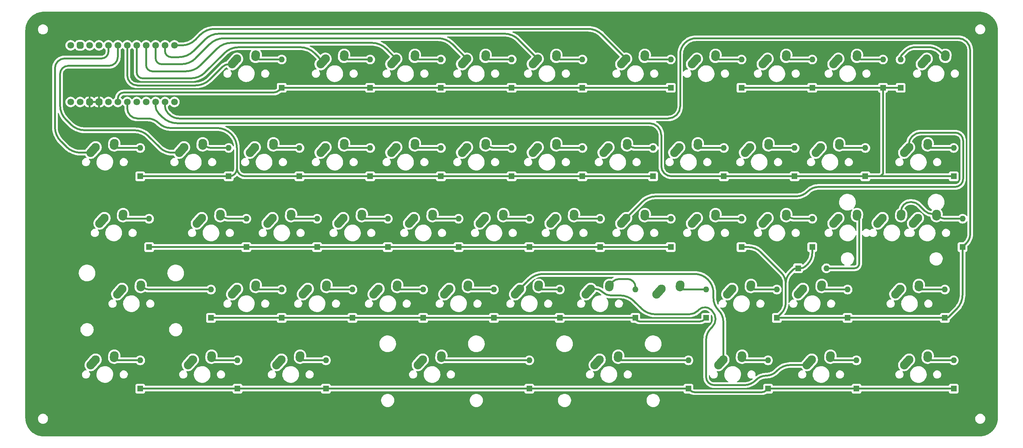
<source format=gbr>
%TF.GenerationSoftware,KiCad,Pcbnew,7.0.8+dfsg-1*%
%TF.CreationDate,2023-11-03T17:26:10+01:00*%
%TF.ProjectId,plopplop-rounded,706c6f70-706c-46f7-902d-726f756e6465,rev?*%
%TF.SameCoordinates,PXfbec30PY8198450*%
%TF.FileFunction,Copper,L2,Bot*%
%TF.FilePolarity,Positive*%
%FSLAX46Y46*%
G04 Gerber Fmt 4.6, Leading zero omitted, Abs format (unit mm)*
G04 Created by KiCad (PCBNEW 7.0.8+dfsg-1) date 2023-11-03 17:26:10*
%MOMM*%
%LPD*%
G01*
G04 APERTURE LIST*
G04 Aperture macros list*
%AMRoundRect*
0 Rectangle with rounded corners*
0 $1 Rounding radius*
0 $2 $3 $4 $5 $6 $7 $8 $9 X,Y pos of 4 corners*
0 Add a 4 corners polygon primitive as box body*
4,1,4,$2,$3,$4,$5,$6,$7,$8,$9,$2,$3,0*
0 Add four circle primitives for the rounded corners*
1,1,$1+$1,$2,$3*
1,1,$1+$1,$4,$5*
1,1,$1+$1,$6,$7*
1,1,$1+$1,$8,$9*
0 Add four rect primitives between the rounded corners*
20,1,$1+$1,$2,$3,$4,$5,0*
20,1,$1+$1,$4,$5,$6,$7,0*
20,1,$1+$1,$6,$7,$8,$9,0*
20,1,$1+$1,$8,$9,$2,$3,0*%
%AMHorizOval*
0 Thick line with rounded ends*
0 $1 width*
0 $2 $3 position (X,Y) of the first rounded end (center of the circle)*
0 $4 $5 position (X,Y) of the second rounded end (center of the circle)*
0 Add line between two ends*
20,1,$1,$2,$3,$4,$5,0*
0 Add two circle primitives to create the rounded ends*
1,1,$1,$2,$3*
1,1,$1,$4,$5*%
G04 Aperture macros list end*
%TA.AperFunction,ComponentPad*%
%ADD10C,2.300000*%
%TD*%
%TA.AperFunction,ComponentPad*%
%ADD11HorizOval,2.300000X0.020004X0.290000X-0.020004X-0.290000X0*%
%TD*%
%TA.AperFunction,ComponentPad*%
%ADD12HorizOval,2.300000X0.655008X0.729993X-0.655008X-0.729993X0*%
%TD*%
%TA.AperFunction,ComponentPad*%
%ADD13O,1.600000X1.600000*%
%TD*%
%TA.AperFunction,ComponentPad*%
%ADD14R,1.600000X1.600000*%
%TD*%
%TA.AperFunction,ComponentPad*%
%ADD15C,1.800000*%
%TD*%
%TA.AperFunction,ComponentPad*%
%ADD16RoundRect,0.450000X0.450000X-0.450000X0.450000X0.450000X-0.450000X0.450000X-0.450000X-0.450000X0*%
%TD*%
%TA.AperFunction,Conductor*%
%ADD17C,0.500000*%
%TD*%
G04 APERTURE END LIST*
D10*
%TO.P,MX34-1,2,ROW*%
%TO.N,Net-(D34-A)*%
X236061250Y60007500D03*
D11*
X236041254Y59717500D03*
D12*
%TO.P,MX34-1,1,COL*%
%TO.N,COL3*%
X230366258Y58197493D03*
D10*
X231021250Y58927500D03*
%TD*%
%TO.P,MX53,2,ROW*%
%TO.N,Net-(D53-A)*%
X243205000Y21907500D03*
D11*
X243185004Y21617500D03*
D12*
%TO.P,MX53,1,COL*%
%TO.N,COL7*%
X237510008Y20097493D03*
D10*
X238165000Y20827500D03*
%TD*%
%TO.P,MX52,2,ROW*%
%TO.N,Net-(D52-A)*%
X217011250Y21907500D03*
D11*
X216991254Y21617500D03*
D12*
%TO.P,MX52,1,COL*%
%TO.N,COL6*%
X211316258Y20097493D03*
D10*
X211971250Y20827500D03*
%TD*%
%TO.P,MX51,2,ROW*%
%TO.N,Net-(D51-A)*%
X193198750Y21907500D03*
D11*
X193178754Y21617500D03*
D12*
%TO.P,MX51,1,COL*%
%TO.N,COL5*%
X187503758Y20097493D03*
D10*
X188158750Y20827500D03*
%TD*%
%TO.P,MX50,2,ROW*%
%TO.N,Net-(D50-A)*%
X159861250Y21907500D03*
D11*
X159841254Y21617500D03*
D12*
%TO.P,MX50,1,COL*%
%TO.N,COL4*%
X154166258Y20097493D03*
D10*
X154821250Y20827500D03*
%TD*%
%TO.P,MX49,2,ROW*%
%TO.N,Net-(D49-A)*%
X112236250Y21907500D03*
D11*
X112216254Y21617500D03*
D12*
%TO.P,MX49,1,COL*%
%TO.N,COL3*%
X106541258Y20097493D03*
D10*
X107196250Y20827500D03*
%TD*%
%TO.P,MX48,2,ROW*%
%TO.N,Net-(D48-A)*%
X74177500Y21907500D03*
D11*
X74157504Y21617500D03*
D12*
%TO.P,MX48,1,COL*%
%TO.N,COL2*%
X68482508Y20097493D03*
D10*
X69137500Y20827500D03*
%TD*%
%TO.P,MX47,2,ROW*%
%TO.N,Net-(D47-A)*%
X50323750Y21907500D03*
D11*
X50303754Y21617500D03*
D12*
%TO.P,MX47,1,COL*%
%TO.N,COL1*%
X44628758Y20097493D03*
D10*
X45283750Y20827500D03*
%TD*%
%TO.P,MX46,2,ROW*%
%TO.N,Net-(D46-A)*%
X24130000Y21907500D03*
D11*
X24110004Y21617500D03*
D12*
%TO.P,MX46,1,COL*%
%TO.N,COL0*%
X18435008Y20097493D03*
D10*
X19090000Y20827500D03*
%TD*%
D13*
%TO.P,D53,2,A*%
%TO.N,Net-(D53-A)*%
X250190000Y20637500D03*
D14*
%TO.P,D53,1,K*%
%TO.N,ROW6*%
X250190000Y13017500D03*
%TD*%
D13*
%TO.P,D52,2,A*%
%TO.N,Net-(D52-A)*%
X223996250Y20637500D03*
D14*
%TO.P,D52,1,K*%
%TO.N,ROW6*%
X223996250Y13017500D03*
%TD*%
D13*
%TO.P,D51,2,A*%
%TO.N,Net-(D51-A)*%
X200183750Y20637500D03*
D14*
%TO.P,D51,1,K*%
%TO.N,ROW6*%
X200183750Y13017500D03*
%TD*%
D13*
%TO.P,D50,2,A*%
%TO.N,Net-(D50-A)*%
X178752500Y20637500D03*
D14*
%TO.P,D50,1,K*%
%TO.N,ROW6*%
X178752500Y13017500D03*
%TD*%
D13*
%TO.P,D49,2,A*%
%TO.N,Net-(D49-A)*%
X135890000Y20637500D03*
D14*
%TO.P,D49,1,K*%
%TO.N,ROW6*%
X135890000Y13017500D03*
%TD*%
D13*
%TO.P,D48,2,A*%
%TO.N,Net-(D48-A)*%
X81121250Y20637500D03*
D14*
%TO.P,D48,1,K*%
%TO.N,ROW6*%
X81121250Y13017500D03*
%TD*%
D13*
%TO.P,D47,2,A*%
%TO.N,Net-(D47-A)*%
X57308750Y20637500D03*
D14*
%TO.P,D47,1,K*%
%TO.N,ROW6*%
X57308750Y13017500D03*
%TD*%
D13*
%TO.P,D46,2,A*%
%TO.N,Net-(D46-A)*%
X31115000Y20637500D03*
D14*
%TO.P,D46,1,K*%
%TO.N,ROW6*%
X31115000Y13017500D03*
%TD*%
D10*
%TO.P,MX45,2,ROW*%
%TO.N,Net-(D45-A)*%
X240823750Y40957500D03*
D11*
X240803754Y40667500D03*
D12*
%TO.P,MX45,1,COL*%
%TO.N,COL6*%
X235128758Y39147493D03*
D10*
X235783750Y39877500D03*
%TD*%
%TO.P,MX44,2,ROW*%
%TO.N,Net-(D44-A)*%
X214630000Y40957500D03*
D11*
X214610004Y40667500D03*
D12*
%TO.P,MX44,1,COL*%
%TO.N,COL5*%
X208935008Y39147493D03*
D10*
X209590000Y39877500D03*
%TD*%
%TO.P,MX43,2,ROW*%
%TO.N,Net-(D43-A)*%
X195580000Y40957500D03*
D11*
X195560004Y40667500D03*
D12*
%TO.P,MX43,1,COL*%
%TO.N,COL4*%
X189885008Y39147493D03*
D10*
X190540000Y39877500D03*
%TD*%
%TO.P,MX42,2,ROW*%
%TO.N,Net-(D42-A)*%
X176530000Y40957500D03*
D11*
X176510004Y40667500D03*
D12*
%TO.P,MX42,1,COL*%
%TO.N,COL7*%
X170835008Y39147493D03*
D10*
X171490000Y39877500D03*
%TD*%
%TO.P,MX41,2,ROW*%
%TO.N,Net-(D41-A)*%
X157480000Y40957500D03*
D11*
X157460004Y40667500D03*
D12*
%TO.P,MX41,1,COL*%
%TO.N,COL6*%
X151785008Y39147493D03*
D10*
X152440000Y39877500D03*
%TD*%
%TO.P,MX40,2,ROW*%
%TO.N,Net-(D40-A)*%
X138430000Y40957500D03*
D11*
X138410004Y40667500D03*
D12*
%TO.P,MX40,1,COL*%
%TO.N,COL5*%
X132735008Y39147493D03*
D10*
X133390000Y39877500D03*
%TD*%
%TO.P,MX39,2,ROW*%
%TO.N,Net-(D39-A)*%
X119380000Y40957500D03*
D11*
X119360004Y40667500D03*
D12*
%TO.P,MX39,1,COL*%
%TO.N,COL4*%
X113685008Y39147493D03*
D10*
X114340000Y39877500D03*
%TD*%
%TO.P,MX38,2,ROW*%
%TO.N,Net-(D38-A)*%
X100330000Y40957500D03*
D11*
X100310004Y40667500D03*
D12*
%TO.P,MX38,1,COL*%
%TO.N,COL3*%
X94635008Y39147493D03*
D10*
X95290000Y39877500D03*
%TD*%
%TO.P,MX37,2,ROW*%
%TO.N,Net-(D37-A)*%
X81280000Y40957500D03*
D11*
X81260004Y40667500D03*
D12*
%TO.P,MX37,1,COL*%
%TO.N,COL2*%
X75585008Y39147493D03*
D10*
X76240000Y39877500D03*
%TD*%
%TO.P,MX36,2,ROW*%
%TO.N,Net-(D36-A)*%
X62230000Y40957500D03*
D11*
X62210004Y40667500D03*
D12*
%TO.P,MX36,1,COL*%
%TO.N,COL1*%
X56535008Y39147493D03*
D10*
X57190000Y39877500D03*
%TD*%
%TO.P,MX35,2,ROW*%
%TO.N,Net-(D35-A)*%
X31273750Y40957500D03*
D11*
X31253754Y40667500D03*
D12*
%TO.P,MX35,1,COL*%
%TO.N,COL0*%
X25578758Y39147493D03*
D10*
X26233750Y39877500D03*
%TD*%
D13*
%TO.P,D45,2,A*%
%TO.N,Net-(D45-A)*%
X247808750Y39687500D03*
D14*
%TO.P,D45,1,K*%
%TO.N,ROW5*%
X247808750Y32067500D03*
%TD*%
D13*
%TO.P,D44,2,A*%
%TO.N,Net-(D44-A)*%
X221615000Y39687500D03*
D14*
%TO.P,D44,1,K*%
%TO.N,ROW5*%
X221615000Y32067500D03*
%TD*%
D13*
%TO.P,D43,2,A*%
%TO.N,Net-(D43-A)*%
X202565000Y39687500D03*
D14*
%TO.P,D43,1,K*%
%TO.N,ROW5*%
X202565000Y32067500D03*
%TD*%
D13*
%TO.P,D42,2,A*%
%TO.N,Net-(D42-A)*%
X183515000Y39687500D03*
D14*
%TO.P,D42,1,K*%
%TO.N,ROW3*%
X183515000Y32067500D03*
%TD*%
D13*
%TO.P,D41,2,A*%
%TO.N,Net-(D41-A)*%
X164465000Y39687500D03*
D14*
%TO.P,D41,1,K*%
%TO.N,ROW3*%
X164465000Y32067500D03*
%TD*%
D13*
%TO.P,D40,2,A*%
%TO.N,Net-(D40-A)*%
X144115000Y39687500D03*
D14*
%TO.P,D40,1,K*%
%TO.N,ROW3*%
X144115000Y32067500D03*
%TD*%
D13*
%TO.P,D39,2,A*%
%TO.N,Net-(D39-A)*%
X126365000Y39687500D03*
D14*
%TO.P,D39,1,K*%
%TO.N,ROW3*%
X126365000Y32067500D03*
%TD*%
D13*
%TO.P,D38,2,A*%
%TO.N,Net-(D38-A)*%
X107315000Y39687500D03*
D14*
%TO.P,D38,1,K*%
%TO.N,ROW3*%
X107315000Y32067500D03*
%TD*%
D13*
%TO.P,D37,2,A*%
%TO.N,Net-(D37-A)*%
X88265000Y39687500D03*
D14*
%TO.P,D37,1,K*%
%TO.N,ROW3*%
X88265000Y32067500D03*
%TD*%
D13*
%TO.P,D36,2,A*%
%TO.N,Net-(D36-A)*%
X69215000Y39687500D03*
D14*
%TO.P,D36,1,K*%
%TO.N,ROW3*%
X69215000Y32067500D03*
%TD*%
D13*
%TO.P,D35,2,A*%
%TO.N,Net-(D35-A)*%
X50165000Y39687500D03*
D14*
%TO.P,D35,1,K*%
%TO.N,ROW3*%
X50165000Y32067500D03*
%TD*%
D10*
%TO.P,MX34,2,ROW*%
%TO.N,Net-(D34-A)*%
X245586250Y60007500D03*
D11*
X245566254Y59717500D03*
D12*
%TO.P,MX34,1,COL*%
%TO.N,COL3*%
X239891258Y58197493D03*
D10*
X240546250Y58927500D03*
%TD*%
%TO.P,MX33,2,ROW*%
%TO.N,Net-(D33-A)*%
X224155000Y60007500D03*
D11*
X224135004Y59717500D03*
D12*
%TO.P,MX33,1,COL*%
%TO.N,COL2*%
X218460008Y58197493D03*
D10*
X219115000Y58927500D03*
%TD*%
%TO.P,MX32,2,ROW*%
%TO.N,Net-(D32-A)*%
X205105000Y60007500D03*
D11*
X205085004Y59717500D03*
D12*
%TO.P,MX32,1,COL*%
%TO.N,COL1*%
X199410008Y58197493D03*
D10*
X200065000Y58927500D03*
%TD*%
%TO.P,MX31,2,ROW*%
%TO.N,Net-(D31-A)*%
X186055000Y60007500D03*
D11*
X186035004Y59717500D03*
D12*
%TO.P,MX31,1,COL*%
%TO.N,COL0*%
X180360008Y58197493D03*
D10*
X181015000Y58927500D03*
%TD*%
%TO.P,MX30,2,ROW*%
%TO.N,Net-(D30-A)*%
X167005000Y60007500D03*
D11*
X166985004Y59717500D03*
D12*
%TO.P,MX30,1,COL*%
%TO.N,COL7*%
X161310008Y58197493D03*
D10*
X161965000Y58927500D03*
%TD*%
%TO.P,MX29,2,ROW*%
%TO.N,Net-(D29-A)*%
X147955000Y60007500D03*
D11*
X147935004Y59717500D03*
D12*
%TO.P,MX29,1,COL*%
%TO.N,COL6*%
X142260008Y58197493D03*
D10*
X142915000Y58927500D03*
%TD*%
%TO.P,MX28,2,ROW*%
%TO.N,Net-(D28-A)*%
X128905000Y60007500D03*
D11*
X128885004Y59717500D03*
D12*
%TO.P,MX28,1,COL*%
%TO.N,COL5*%
X123210008Y58197493D03*
D10*
X123865000Y58927500D03*
%TD*%
%TO.P,MX27,2,ROW*%
%TO.N,Net-(D27-A)*%
X109855000Y60007500D03*
D11*
X109835004Y59717500D03*
D12*
%TO.P,MX27,1,COL*%
%TO.N,COL4*%
X104160008Y58197493D03*
D10*
X104815000Y58927500D03*
%TD*%
%TO.P,MX26,2,ROW*%
%TO.N,Net-(D26-A)*%
X90805000Y60007500D03*
D11*
X90785004Y59717500D03*
D12*
%TO.P,MX26,1,COL*%
%TO.N,COL3*%
X85110008Y58197493D03*
D10*
X85765000Y58927500D03*
%TD*%
%TO.P,MX25,2,ROW*%
%TO.N,Net-(D25-A)*%
X71755000Y60007500D03*
D11*
X71735004Y59717500D03*
D12*
%TO.P,MX25,1,COL*%
%TO.N,COL2*%
X66060008Y58197493D03*
D10*
X66715000Y58927500D03*
%TD*%
%TO.P,MX24,2,ROW*%
%TO.N,Net-(D24-A)*%
X52705000Y60007500D03*
D11*
X52685004Y59717500D03*
D12*
%TO.P,MX24,1,COL*%
%TO.N,COL1*%
X47010008Y58197493D03*
D10*
X47665000Y58927500D03*
%TD*%
%TO.P,MX23,2,ROW*%
%TO.N,Net-(D23-A)*%
X26511250Y60007500D03*
D11*
X26491254Y59717500D03*
D12*
%TO.P,MX23,1,COL*%
%TO.N,COL0*%
X20816258Y58197493D03*
D10*
X21471250Y58927500D03*
%TD*%
D13*
%TO.P,D34,2,A*%
%TO.N,Net-(D34-A)*%
X252571250Y58737500D03*
D14*
%TO.P,D34,1,K*%
%TO.N,ROW5*%
X252571250Y51117500D03*
%TD*%
D13*
%TO.P,D33,2,A*%
%TO.N,Net-(D33-A)*%
X215900000Y45402500D03*
D14*
%TO.P,D33,1,K*%
%TO.N,ROW5*%
X208280000Y45402500D03*
%TD*%
D13*
%TO.P,D32,2,A*%
%TO.N,Net-(D32-A)*%
X212090000Y58737500D03*
D14*
%TO.P,D32,1,K*%
%TO.N,ROW5*%
X212090000Y51117500D03*
%TD*%
D13*
%TO.P,D31,2,A*%
%TO.N,Net-(D31-A)*%
X193040000Y58737500D03*
D14*
%TO.P,D31,1,K*%
%TO.N,ROW5*%
X193040000Y51117500D03*
%TD*%
D13*
%TO.P,D30,2,A*%
%TO.N,Net-(D30-A)*%
X173990000Y58737500D03*
D14*
%TO.P,D30,1,K*%
%TO.N,ROW2*%
X173990000Y51117500D03*
%TD*%
D13*
%TO.P,D29,2,A*%
%TO.N,Net-(D29-A)*%
X154940000Y58737500D03*
D14*
%TO.P,D29,1,K*%
%TO.N,ROW2*%
X154940000Y51117500D03*
%TD*%
D13*
%TO.P,D28,2,A*%
%TO.N,Net-(D28-A)*%
X135890000Y58737500D03*
D14*
%TO.P,D28,1,K*%
%TO.N,ROW2*%
X135890000Y51117500D03*
%TD*%
D13*
%TO.P,D27,2,A*%
%TO.N,Net-(D27-A)*%
X116840000Y58737500D03*
D14*
%TO.P,D27,1,K*%
%TO.N,ROW2*%
X116840000Y51117500D03*
%TD*%
D13*
%TO.P,D26,2,A*%
%TO.N,Net-(D26-A)*%
X97790000Y58737500D03*
D14*
%TO.P,D26,1,K*%
%TO.N,ROW2*%
X97790000Y51117500D03*
%TD*%
D13*
%TO.P,D25,2,A*%
%TO.N,Net-(D25-A)*%
X78740000Y58737500D03*
D14*
%TO.P,D25,1,K*%
%TO.N,ROW2*%
X78740000Y51117500D03*
%TD*%
D13*
%TO.P,D24,2,A*%
%TO.N,Net-(D24-A)*%
X59690000Y58737500D03*
D14*
%TO.P,D24,1,K*%
%TO.N,ROW2*%
X59690000Y51117500D03*
%TD*%
D13*
%TO.P,D23,2,A*%
%TO.N,Net-(D23-A)*%
X33496250Y58737500D03*
D14*
%TO.P,D23,1,K*%
%TO.N,ROW2*%
X33496250Y51117500D03*
%TD*%
D10*
%TO.P,MX22,2,ROW*%
%TO.N,Net-(D22-A)*%
X243205000Y79057500D03*
D11*
X243185004Y78767500D03*
D12*
%TO.P,MX22,1,COL*%
%TO.N,COL7*%
X237510008Y77247493D03*
D10*
X238165000Y77977500D03*
%TD*%
%TO.P,MX21,2,ROW*%
%TO.N,Net-(D21-A)*%
X219392500Y79057500D03*
D11*
X219372504Y78767500D03*
D12*
%TO.P,MX21,1,COL*%
%TO.N,COL6*%
X213697508Y77247493D03*
D10*
X214352500Y77977500D03*
%TD*%
%TO.P,MX20,2,ROW*%
%TO.N,Net-(D20-A)*%
X200342500Y79057500D03*
D11*
X200322504Y78767500D03*
D12*
%TO.P,MX20,1,COL*%
%TO.N,COL5*%
X194647508Y77247493D03*
D10*
X195302500Y77977500D03*
%TD*%
%TO.P,MX19,2,ROW*%
%TO.N,Net-(D19-A)*%
X181292500Y79057500D03*
D11*
X181272504Y78767500D03*
D12*
%TO.P,MX19,1,COL*%
%TO.N,COL4*%
X175597508Y77247493D03*
D10*
X176252500Y77977500D03*
%TD*%
D13*
%TO.P,D22,2,A*%
%TO.N,Net-(D22-A)*%
X250190000Y77787500D03*
D14*
%TO.P,D22,1,K*%
%TO.N,ROW4*%
X250190000Y70167500D03*
%TD*%
D13*
%TO.P,D21,2,A*%
%TO.N,Net-(D21-A)*%
X226377500Y77787500D03*
D14*
%TO.P,D21,1,K*%
%TO.N,ROW4*%
X226377500Y70167500D03*
%TD*%
D13*
%TO.P,D20,2,A*%
%TO.N,Net-(D20-A)*%
X207327500Y77787500D03*
D14*
%TO.P,D20,1,K*%
%TO.N,ROW4*%
X207327500Y70167500D03*
%TD*%
D13*
%TO.P,D19,2,A*%
%TO.N,Net-(D19-A)*%
X188277500Y77787500D03*
D14*
%TO.P,D19,1,K*%
%TO.N,ROW4*%
X188277500Y70167500D03*
%TD*%
D10*
%TO.P,MX18,2,ROW*%
%TO.N,Net-(D18-A)*%
X162242500Y79057500D03*
D11*
X162222504Y78767500D03*
D12*
%TO.P,MX18,1,COL*%
%TO.N,COL7*%
X156547508Y77247493D03*
D10*
X157202500Y77977500D03*
%TD*%
%TO.P,MX17,2,ROW*%
%TO.N,Net-(D17-A)*%
X143192500Y79057500D03*
D11*
X143172504Y78767500D03*
D12*
%TO.P,MX17,1,COL*%
%TO.N,COL6*%
X137497508Y77247493D03*
D10*
X138152500Y77977500D03*
%TD*%
%TO.P,MX16,2,ROW*%
%TO.N,Net-(D16-A)*%
X124142500Y79057500D03*
D11*
X124122504Y78767500D03*
D12*
%TO.P,MX16,1,COL*%
%TO.N,COL5*%
X118447508Y77247493D03*
D10*
X119102500Y77977500D03*
%TD*%
%TO.P,MX15,2,ROW*%
%TO.N,Net-(D15-A)*%
X105092500Y79057500D03*
D11*
X105072504Y78767500D03*
D12*
%TO.P,MX15,1,COL*%
%TO.N,COL4*%
X99397508Y77247493D03*
D10*
X100052500Y77977500D03*
%TD*%
%TO.P,MX14,2,ROW*%
%TO.N,Net-(D14-A)*%
X86042500Y79057500D03*
D11*
X86022504Y78767500D03*
D12*
%TO.P,MX14,1,COL*%
%TO.N,COL3*%
X80347508Y77247493D03*
D10*
X81002500Y77977500D03*
%TD*%
%TO.P,MX13,2,ROW*%
%TO.N,Net-(D13-A)*%
X66992500Y79057500D03*
D11*
X66972504Y78767500D03*
D12*
%TO.P,MX13,1,COL*%
%TO.N,COL2*%
X61297508Y77247493D03*
D10*
X61952500Y77977500D03*
%TD*%
%TO.P,MX12,2,ROW*%
%TO.N,Net-(D12-A)*%
X47942500Y79057500D03*
D11*
X47922504Y78767500D03*
D12*
%TO.P,MX12,1,COL*%
%TO.N,COL1*%
X42247508Y77247493D03*
D10*
X42902500Y77977500D03*
%TD*%
%TO.P,MX11,2,ROW*%
%TO.N,Net-(D11-A)*%
X24130000Y79057500D03*
D11*
X24110004Y78767500D03*
D12*
%TO.P,MX11,1,COL*%
%TO.N,COL0*%
X18435008Y77247493D03*
D10*
X19090000Y77977500D03*
%TD*%
D13*
%TO.P,D18,2,A*%
%TO.N,Net-(D18-A)*%
X169227500Y77787500D03*
D14*
%TO.P,D18,1,K*%
%TO.N,ROW1*%
X169227500Y70167500D03*
%TD*%
D13*
%TO.P,D17,2,A*%
%TO.N,Net-(D17-A)*%
X150177500Y77787500D03*
D14*
%TO.P,D17,1,K*%
%TO.N,ROW1*%
X150177500Y70167500D03*
%TD*%
D13*
%TO.P,D16,2,A*%
%TO.N,Net-(D16-A)*%
X131127500Y77787500D03*
D14*
%TO.P,D16,1,K*%
%TO.N,ROW1*%
X131127500Y70167500D03*
%TD*%
D13*
%TO.P,D15,2,A*%
%TO.N,Net-(D15-A)*%
X112077500Y77787500D03*
D14*
%TO.P,D15,1,K*%
%TO.N,ROW1*%
X112077500Y70167500D03*
%TD*%
D13*
%TO.P,D14,2,A*%
%TO.N,Net-(D14-A)*%
X93027500Y77787500D03*
D14*
%TO.P,D14,1,K*%
%TO.N,ROW1*%
X93027500Y70167500D03*
%TD*%
D13*
%TO.P,D13,2,A*%
%TO.N,Net-(D13-A)*%
X73977500Y77787500D03*
D14*
%TO.P,D13,1,K*%
%TO.N,ROW1*%
X73977500Y70167500D03*
%TD*%
D13*
%TO.P,D12,2,A*%
%TO.N,Net-(D12-A)*%
X54927500Y77787500D03*
D14*
%TO.P,D12,1,K*%
%TO.N,ROW1*%
X54927500Y70167500D03*
%TD*%
D13*
%TO.P,D11,2,A*%
%TO.N,Net-(D11-A)*%
X31115000Y77787500D03*
D14*
%TO.P,D11,1,K*%
%TO.N,ROW1*%
X31115000Y70167500D03*
%TD*%
D10*
%TO.P,MX10,2,ROW*%
%TO.N,Net-(D10-A)*%
X247967500Y102870000D03*
D11*
X247947504Y102580000D03*
D12*
%TO.P,MX10,1,COL*%
%TO.N,COL3*%
X242272508Y101059993D03*
D10*
X242927500Y101790000D03*
%TD*%
%TO.P,MX9,2,ROW*%
%TO.N,Net-(D9-A)*%
X224155000Y102870000D03*
D11*
X224135004Y102580000D03*
D12*
%TO.P,MX9,1,COL*%
%TO.N,COL2*%
X218460008Y101059993D03*
D10*
X219115000Y101790000D03*
%TD*%
%TO.P,MX8,2,ROW*%
%TO.N,Net-(D8-A)*%
X205105000Y102870000D03*
D11*
X205085004Y102580000D03*
D12*
%TO.P,MX8,1,COL*%
%TO.N,COL1*%
X199410008Y101059993D03*
D10*
X200065000Y101790000D03*
%TD*%
%TO.P,MX7,2,ROW*%
%TO.N,Net-(D7-A)*%
X186055000Y102870000D03*
D11*
X186035004Y102580000D03*
D12*
%TO.P,MX7,1,COL*%
%TO.N,COL0*%
X180360008Y101059993D03*
D10*
X181015000Y101790000D03*
%TD*%
%TO.P,MX6,2,ROW*%
%TO.N,Net-(D6-A)*%
X167005000Y102870000D03*
D11*
X166985004Y102580000D03*
D12*
%TO.P,MX6,1,COL*%
%TO.N,COL7*%
X161310008Y101059993D03*
D10*
X161965000Y101790000D03*
%TD*%
%TO.P,MX5,2,ROW*%
%TO.N,Net-(D5-A)*%
X143192500Y102870000D03*
D11*
X143172504Y102580000D03*
D12*
%TO.P,MX5,1,COL*%
%TO.N,COL6*%
X137497508Y101059993D03*
D10*
X138152500Y101790000D03*
%TD*%
%TO.P,MX4,2,ROW*%
%TO.N,Net-(D4-A)*%
X124142500Y102870000D03*
D11*
X124122504Y102580000D03*
D12*
%TO.P,MX4,1,COL*%
%TO.N,COL5*%
X118447508Y101059993D03*
D10*
X119102500Y101790000D03*
%TD*%
%TO.P,MX3,2,ROW*%
%TO.N,Net-(D3-A)*%
X105092500Y102870000D03*
D11*
X105072504Y102580000D03*
D12*
%TO.P,MX3,1,COL*%
%TO.N,COL4*%
X99397508Y101059993D03*
D10*
X100052500Y101790000D03*
%TD*%
%TO.P,MX1,2,ROW*%
%TO.N,Net-(D1-A)*%
X62230000Y102870000D03*
D11*
X62210004Y102580000D03*
D12*
%TO.P,MX1,1,COL*%
%TO.N,COL2*%
X56535008Y101059993D03*
D10*
X57190000Y101790000D03*
%TD*%
D13*
%TO.P,D10,2,A*%
%TO.N,Net-(D10-A)*%
X235902500Y101600000D03*
D14*
%TO.P,D10,1,K*%
%TO.N,ROW4*%
X235902500Y93980000D03*
%TD*%
D13*
%TO.P,D9,2,A*%
%TO.N,Net-(D9-A)*%
X231140000Y101600000D03*
D14*
%TO.P,D9,1,K*%
%TO.N,ROW4*%
X231140000Y93980000D03*
%TD*%
D13*
%TO.P,D8,2,A*%
%TO.N,Net-(D8-A)*%
X212090000Y101600000D03*
D14*
%TO.P,D8,1,K*%
%TO.N,ROW4*%
X212090000Y93980000D03*
%TD*%
D13*
%TO.P,D7,2,A*%
%TO.N,Net-(D7-A)*%
X193040000Y101600000D03*
D14*
%TO.P,D7,1,K*%
%TO.N,ROW4*%
X193040000Y93980000D03*
%TD*%
D13*
%TO.P,D6,2,A*%
%TO.N,Net-(D6-A)*%
X173990000Y101600000D03*
D14*
%TO.P,D6,1,K*%
%TO.N,ROW0*%
X173990000Y93980000D03*
%TD*%
D13*
%TO.P,D5,2,A*%
%TO.N,Net-(D5-A)*%
X150177500Y101600000D03*
D14*
%TO.P,D5,1,K*%
%TO.N,ROW0*%
X150177500Y93980000D03*
%TD*%
D13*
%TO.P,D4,2,A*%
%TO.N,Net-(D4-A)*%
X131127500Y101600000D03*
D14*
%TO.P,D4,1,K*%
%TO.N,ROW0*%
X131127500Y93980000D03*
%TD*%
D13*
%TO.P,D3,2,A*%
%TO.N,Net-(D3-A)*%
X112077500Y101600000D03*
D14*
%TO.P,D3,1,K*%
%TO.N,ROW0*%
X112077500Y93980000D03*
%TD*%
D10*
%TO.P,MX2,1,COL*%
%TO.N,COL3*%
X81002500Y101790000D03*
D12*
X80347508Y101059993D03*
D11*
%TO.P,MX2,2,ROW*%
%TO.N,Net-(D2-A)*%
X86022504Y102580000D03*
D10*
X86042500Y102870000D03*
%TD*%
D13*
%TO.P,D2,2,A*%
%TO.N,Net-(D2-A)*%
X93027500Y101600000D03*
D14*
%TO.P,D2,1,K*%
%TO.N,ROW0*%
X93027500Y93980000D03*
%TD*%
D15*
%TO.P,U1,24,B6*%
%TO.N,COL7*%
X40322500Y105410000D03*
%TO.P,U1,23,B2*%
%TO.N,COL6*%
X37782500Y105410000D03*
%TO.P,U1,22,B3*%
%TO.N,COL5*%
X35242500Y105410000D03*
%TO.P,U1,21,B1*%
%TO.N,COL4*%
X32702500Y105410000D03*
%TO.P,U1,20,F7*%
%TO.N,COL3*%
X30162500Y105410000D03*
%TO.P,U1,19,F6*%
%TO.N,COL2*%
X27622500Y105410000D03*
%TO.P,U1,18,F5*%
%TO.N,COL1*%
X25082500Y105410000D03*
%TO.P,U1,17,F4*%
%TO.N,COL0*%
X22542500Y105410000D03*
%TO.P,U1,16,VCC*%
%TO.N,+5V*%
X20002500Y105410000D03*
%TO.P,U1,15,RST*%
%TO.N,unconnected-(U1-RST-Pad15)*%
X17462500Y105410000D03*
D16*
%TO.P,U1,14,GND*%
%TO.N,unconnected-(U1-GND-Pad14)*%
X14922500Y105410000D03*
D15*
%TO.P,U1,13,B0*%
%TO.N,unconnected-(U1-B0-Pad13)*%
X12382500Y105410000D03*
%TO.P,U1,12,B5*%
%TO.N,ROW6*%
X40322500Y90170000D03*
%TO.P,U1,11,B4*%
%TO.N,ROW5*%
X37782500Y90170000D03*
%TO.P,U1,10,E6*%
%TO.N,ROW4*%
X35242500Y90170000D03*
%TO.P,U1,9,D7*%
%TO.N,ROW3*%
X32702500Y90170000D03*
%TO.P,U1,8,C6*%
%TO.N,ROW2*%
X30162500Y90170000D03*
%TO.P,U1,7,D4*%
%TO.N,ROW1*%
X27622500Y90170000D03*
%TO.P,U1,6,D0*%
%TO.N,ROW0*%
X25082500Y90170000D03*
%TO.P,U1,5,D1*%
%TO.N,unconnected-(U1-D1-Pad5)*%
X22542500Y90170000D03*
D16*
%TO.P,U1,4,GND*%
%TO.N,GND*%
X20002500Y90170000D03*
%TO.P,U1,3,GND*%
X17462500Y90170000D03*
D15*
%TO.P,U1,2,D2-RX*%
%TO.N,unconnected-(U1-D2-RX-Pad2)*%
X14922500Y90170000D03*
%TO.P,U1,1,D3-TX*%
%TO.N,unconnected-(U1-D3-TX-Pad1)*%
X12382500Y90170000D03*
%TD*%
D13*
%TO.P,D1,2,A*%
%TO.N,Net-(D1-A)*%
X69215000Y101600000D03*
D14*
%TO.P,D1,1,K*%
%TO.N,ROW0*%
X69215000Y93980000D03*
%TD*%
D17*
%TO.N,ROW5*%
X253603158Y52149342D02*
G75*
G03*
X254635000Y54640542I-2491258J2491158D01*
G01*
X246966562Y32067500D02*
X246925937Y32067500D01*
X208942283Y45402500D02*
X208927400Y45402500D01*
X208607419Y45402500D02*
X208577654Y45402500D01*
X247090000Y32067500D02*
X247052500Y32067500D01*
X208629743Y45402500D02*
X208614860Y45402500D01*
X247972812Y32067500D02*
X247969687Y32067500D01*
X208918098Y45402500D02*
X208914377Y45402500D01*
X208081871Y45402500D02*
X208080010Y45402500D01*
X247340000Y32067500D02*
X247327500Y32067500D01*
X208903213Y45402500D02*
X208884610Y45402500D01*
X208180469Y45402500D02*
X208141402Y45402500D01*
X247927500Y32067500D02*
X247915000Y32067500D01*
X207978622Y45402500D02*
X207971179Y45402500D01*
X207822351Y45402500D02*
X207814910Y45402500D01*
X247744687Y32067500D02*
X247741562Y32067500D01*
X248207187Y32067500D02*
X248204062Y32067500D01*
X207944206Y45402500D02*
X207942346Y45402500D01*
X207812120Y45402500D02*
X207810260Y45402500D01*
X247877500Y32067500D02*
X247865000Y32067500D01*
X248200937Y32067500D02*
X248197812Y32067500D01*
X247127500Y32067500D02*
X247121250Y32067500D01*
X247277500Y32067500D02*
X247265000Y32067500D01*
X248177500Y32067500D02*
X248165000Y32067500D01*
X208458591Y45402500D02*
X208339529Y45402500D01*
X247975937Y32067500D02*
X247972812Y32067500D01*
X207841884Y45402500D02*
X207840023Y45402500D01*
X208957166Y45402500D02*
X208942283Y45402500D01*
X248000937Y32067500D02*
X247985312Y32067500D01*
X208141402Y45402500D02*
X208102335Y45402500D01*
X247232187Y32067500D02*
X247216562Y32067500D01*
X208644626Y45402500D02*
X208629743Y45402500D01*
X247247812Y32067500D02*
X247244687Y32067500D01*
X248132187Y32067500D02*
X248116562Y32067500D01*
X208577654Y45402500D02*
X208547889Y45402500D01*
X207963738Y45402500D02*
X207956297Y45402500D01*
X207806540Y45402500D02*
X207804680Y45402500D01*
X247952500Y32067500D02*
X247940000Y32067500D01*
X208008386Y45402500D02*
X208000945Y45402500D01*
X207956297Y45402500D02*
X207948856Y45402500D01*
X247352500Y32067500D02*
X247340000Y32067500D01*
X207843745Y45402500D02*
X207841884Y45402500D01*
X207927463Y45402500D02*
X207918161Y45402500D01*
X208339529Y45402500D02*
X208220467Y45402500D01*
X208845543Y45402500D02*
X208786012Y45402500D01*
X247475937Y32067500D02*
X247472812Y32067500D01*
X247035312Y32067500D02*
X247032187Y32067500D01*
X247302500Y32067500D02*
X247290000Y32067500D01*
X248197812Y32067500D02*
X248194687Y32067500D01*
X207936765Y45402500D02*
X207927463Y45402500D01*
X247007187Y32067500D02*
X246966562Y32067500D01*
X247140000Y32067500D02*
X247133750Y32067500D01*
X208985072Y45402500D02*
X208981351Y45402500D01*
X247890000Y32067500D02*
X247877500Y32067500D01*
X248147812Y32067500D02*
X248144687Y32067500D01*
X247747812Y32067500D02*
X247744687Y32067500D01*
X247244687Y32067500D02*
X247241562Y32067500D01*
X208972049Y45402500D02*
X208957166Y45402500D01*
X208726481Y45402500D02*
X208666950Y45402500D01*
X208000945Y45402500D02*
X207993504Y45402500D01*
X248144687Y32067500D02*
X248141562Y32067500D01*
X247116562Y32067500D02*
X247100937Y32067500D01*
X207810260Y45402500D02*
X207808400Y45402500D01*
X207946066Y45402500D02*
X207944206Y45402500D01*
X208060476Y45402500D02*
X208023269Y45402500D01*
X207858629Y45402500D02*
X207849327Y45402500D01*
X247840000Y32067500D02*
X247777500Y32067500D01*
X247965000Y32067500D02*
X247952500Y32067500D01*
X247708750Y32067500D02*
X247640000Y32067500D01*
X247940000Y32067500D02*
X247927500Y32067500D01*
X247216562Y32067500D02*
X247200937Y32067500D01*
X208540447Y45402500D02*
X208495798Y45402500D01*
X208921819Y45402500D02*
X208918098Y45402500D01*
X208884610Y45402500D02*
X208866007Y45402500D01*
X248116562Y32067500D02*
X248100937Y32067500D01*
X247032187Y32067500D02*
X247029062Y32067500D01*
X207867931Y45402500D02*
X207858629Y45402500D01*
X247472812Y32067500D02*
X247469687Y32067500D01*
X247169687Y32067500D02*
X247147812Y32067500D01*
X207971179Y45402500D02*
X207963738Y45402500D01*
X248083750Y32067500D02*
X248033750Y32067500D01*
X207907929Y45402500D02*
X207878163Y45402500D01*
X207837233Y45402500D02*
X207829792Y45402500D01*
X208786012Y45402500D02*
X208726481Y45402500D01*
X248016562Y32067500D02*
X248000937Y32067500D01*
X207829792Y45402500D02*
X207822351Y45402500D01*
X247133750Y32067500D02*
X247127500Y32067500D01*
X208992514Y45402500D02*
X208988793Y45402500D01*
X247290000Y32067500D02*
X247277500Y32067500D01*
X208981351Y45402500D02*
X208977630Y45402500D01*
X246883750Y32067500D02*
X246758750Y32067500D01*
X247265000Y32067500D02*
X247252500Y32067500D01*
X248190000Y32067500D02*
X248177500Y32067500D01*
X247440000Y32067500D02*
X247377500Y32067500D01*
X208080010Y45402500D02*
X208078149Y45402500D01*
X248165000Y32067500D02*
X248152500Y32067500D01*
X247577500Y32067500D02*
X247508750Y32067500D01*
%TO.N,COL7*%
X250561974Y67310011D02*
G75*
G03*
X252095000Y67945000I26J2167989D01*
G01*
X252095008Y67944992D02*
G75*
G03*
X252730000Y69478026I-1533008J1533008D01*
G01*
X241348754Y81914978D02*
G75*
G03*
X239097500Y80982500I-54J-3183678D01*
G01*
X238897720Y80782759D02*
G75*
G03*
X238165000Y79013750I1768980J-1768959D01*
G01*
X213886051Y67309978D02*
G75*
G03*
X210820001Y66039999I-51J-4335978D01*
G01*
X252095008Y81280008D02*
G75*
G03*
X250561974Y81915000I-1533008J-1533008D01*
G01*
X252729989Y79746975D02*
G75*
G03*
X252095000Y81280000I-2167989J25D01*
G01*
X207753948Y64769980D02*
G75*
G03*
X210820000Y66040000I-48J4336120D01*
G01*
%TO.N,ROW4*%
X231140000Y70858850D02*
X231140000Y70857717D01*
X231140000Y71044630D02*
X231140000Y71038966D01*
X231140000Y70996484D02*
X231140000Y70987422D01*
X231140000Y70973830D02*
X231140000Y70969299D01*
X231140000Y70855026D02*
X231140000Y70854743D01*
X231140000Y70940414D02*
X231140000Y70939281D01*
X231140000Y70892834D02*
X231140000Y70887170D01*
X231140000Y70937015D02*
X231140000Y70935882D01*
X231140000Y70933616D02*
X231140000Y70932483D01*
X231140000Y71050294D02*
X231140000Y71044630D01*
X231140000Y70859558D02*
X231140000Y70859275D01*
X231140000Y70917190D02*
X231140000Y70910960D01*
X231140000Y71252500D02*
X231140000Y71180000D01*
X231140000Y70955706D02*
X231140000Y70951175D01*
X231140000Y70895808D02*
X231140000Y70895524D01*
X231140000Y71095465D02*
X231140000Y71095182D01*
X231140000Y70872586D02*
X231140000Y70871170D01*
X231140000Y70880373D02*
X231140000Y70879241D01*
X231140000Y70862107D02*
X231140000Y70860689D01*
X231140000Y70943670D02*
X231140000Y70942254D01*
X231140000Y70969299D02*
X231140000Y70964768D01*
X231140000Y70878109D02*
X231140000Y70876976D01*
X231140000Y71023107D02*
X231140000Y71021974D01*
X231140000Y71017867D02*
X231140000Y71013052D01*
X231140000Y70856584D02*
X231140000Y70855451D01*
X231140000Y70981759D02*
X231140000Y70979494D01*
X231140000Y70941122D02*
X231140000Y70940839D01*
X231140000Y70875135D02*
X231140000Y70874852D01*
X231140000Y70859841D02*
X231140000Y70859558D01*
X231140000Y71010078D02*
X231140000Y70999316D01*
X231140000Y70951175D02*
X231140000Y70946644D01*
X231140000Y70879241D02*
X231140000Y70878109D01*
X231140000Y70938148D02*
X231140000Y70937015D01*
X231140000Y70869613D02*
X231140000Y70865082D01*
X231140000Y71083146D02*
X231140000Y71059357D01*
X231140000Y70941405D02*
X231140000Y70941122D01*
X231140000Y70875418D02*
X231140000Y70875135D01*
X231140000Y70857717D02*
X231140000Y70856584D01*
X231140000Y70984024D02*
X231140000Y70981759D01*
X231140000Y70964768D02*
X231140000Y70960237D01*
X231140000Y71032169D02*
X231140000Y71026505D01*
X231140000Y71155786D02*
X231140000Y71131714D01*
X231140000Y70920447D02*
X231140000Y70920164D01*
X231140000Y70874002D02*
X231140000Y70872586D01*
X231140000Y70920730D02*
X231140000Y70920447D01*
X231140000Y70854743D02*
X231140000Y70854460D01*
X231140000Y70978361D02*
X231140000Y70973830D01*
X231140000Y71024240D02*
X231140000Y71023107D01*
X231140000Y70945086D02*
X231140000Y70943670D01*
X231140000Y71020841D02*
X231140000Y71019708D01*
X231140000Y70883772D02*
X231140000Y70882639D01*
X231140000Y70863525D02*
X231140000Y70862107D01*
X231140000Y70905297D02*
X231140000Y70899066D01*
X231140000Y70929084D02*
X231140000Y70923420D01*
X231140000Y71095182D02*
X231140000Y71094899D01*
X231140000Y70960237D02*
X231140000Y70955706D01*
X231140000Y70939281D02*
X231140000Y70938148D01*
X231140000Y70896092D02*
X231140000Y70895808D01*
X231140000Y70876976D02*
X231140000Y70875843D01*
X231140000Y71021974D02*
X231140000Y71020841D01*
X231140000Y70854176D02*
X231140000Y70853892D01*
X231140000Y70884905D02*
X231140000Y70883772D01*
X231140000Y71131714D02*
X231140000Y71107642D01*
X231140000Y70932483D02*
X231140000Y70931350D01*
%TO.N,COL7*%
X170061463Y64770040D02*
G75*
G03*
X166213708Y63176207I37J-5441540D01*
G01*
X252730000Y69478026D02*
X252730000Y79746975D01*
X166213707Y63176208D02*
X161965000Y58927500D01*
X238165000Y79013750D02*
X238165000Y77977500D01*
X170061463Y64770000D02*
X207753948Y64770000D01*
X239097499Y80982501D02*
X238897739Y80782740D01*
X250561974Y67310000D02*
X213886051Y67310000D01*
X241348754Y81915000D02*
X250561974Y81915000D01*
%TO.N,ROW5*%
X176530000Y88977039D02*
X176530000Y102978949D01*
X253603125Y52149375D02*
X252571250Y51117500D01*
X37782537Y89058750D02*
G75*
G03*
X38568272Y87161728I2682763J-50D01*
G01*
X173277961Y85725000D02*
X41576544Y85725000D01*
X173277961Y85725016D02*
G75*
G03*
X175577500Y86677500I39J3251984D01*
G01*
X177799985Y106045015D02*
G75*
G03*
X176530000Y102978949I3066015J-3066015D01*
G01*
X251382961Y107315000D02*
X180866051Y107315000D01*
X38893737Y86836237D02*
G75*
G03*
X41576544Y85725000I2682763J2682763D01*
G01*
X180866051Y107314978D02*
G75*
G03*
X177800001Y106044999I-51J-4335978D01*
G01*
X254635000Y104062962D02*
X254635000Y54640542D01*
X253682511Y106362511D02*
G75*
G03*
X251382961Y107315000I-2299511J-2299511D01*
G01*
X175577511Y86677489D02*
G75*
G03*
X176530000Y88977039I-2299511J2299511D01*
G01*
X254634984Y104062962D02*
G75*
G03*
X253682500Y106362500I-3251984J38D01*
G01*
X38893750Y86836250D02*
X38568272Y87161728D01*
X37782500Y89058750D02*
X37782500Y90170000D01*
%TO.N,Net-(D34-A)*%
X245903729Y59689979D02*
G75*
G03*
X245137237Y60007500I-766529J-766479D01*
G01*
X240928035Y62347985D02*
G75*
G03*
X238760000Y63246000I-2168035J-2168085D01*
G01*
X242449058Y60826956D02*
G75*
G03*
X244427375Y60007500I1978342J1978344D01*
G01*
X238528563Y63246029D02*
G75*
G03*
X236755626Y62511624I37J-2507329D01*
G01*
X236755632Y62511618D02*
G75*
G03*
X236021250Y60738687I1772868J-1772918D01*
G01*
%TO.N,ROW5*%
X248132187Y32067500D02*
X248141562Y32067500D01*
X247200937Y32067500D02*
X247169687Y32067500D01*
X248100937Y32067500D02*
X248083750Y32067500D01*
X247475937Y32067500D02*
X247508750Y32067500D01*
X208927400Y45402500D02*
X208921819Y45402500D01*
X208914377Y45402500D02*
X208903213Y45402500D01*
X207918161Y45402500D02*
X207907929Y45402500D01*
X208180469Y45402500D02*
X208220467Y45402500D01*
X208985072Y45402500D02*
X208988793Y45402500D01*
X247247812Y32067500D02*
X247252500Y32067500D01*
X247352500Y32067500D02*
X247377500Y32067500D01*
X247865000Y32067500D02*
X247840000Y32067500D01*
X208008386Y45402500D02*
X208023269Y45402500D01*
X207948856Y45402500D02*
X207946066Y45402500D01*
X247090000Y32067500D02*
X247100937Y32067500D01*
X208607419Y45402500D02*
X208614860Y45402500D01*
X208644626Y45402500D02*
X208666950Y45402500D01*
X246925937Y32067500D02*
X246883750Y32067500D01*
X208458591Y45402500D02*
X208495798Y45402500D01*
X248204062Y32067500D02*
X248200937Y32067500D01*
X207843745Y45402500D02*
X207849327Y45402500D01*
X207840023Y45402500D02*
X207837233Y45402500D01*
X248147812Y32067500D02*
X248152500Y32067500D01*
X247007187Y32067500D02*
X247029062Y32067500D01*
X207867931Y45402500D02*
X207878163Y45402500D01*
X208081871Y45402500D02*
X208102335Y45402500D01*
X247741562Y32067500D02*
X247708750Y32067500D01*
X248194687Y32067500D02*
X248190000Y32067500D01*
X208060476Y45402500D02*
X208078149Y45402500D01*
X247975937Y32067500D02*
X247985312Y32067500D01*
X247969687Y32067500D02*
X247965000Y32067500D01*
X207942346Y45402500D02*
X207936765Y45402500D01*
X247052500Y32067500D02*
X247035312Y32067500D01*
X207978622Y45402500D02*
X207993504Y45402500D01*
X247747812Y32067500D02*
X247777500Y32067500D01*
X247327500Y32067500D02*
X247302500Y32067500D01*
X208845543Y45402500D02*
X208866007Y45402500D01*
X247915000Y32067500D02*
X247890000Y32067500D01*
X207814910Y45402500D02*
X207812120Y45402500D01*
X248033750Y32067500D02*
X248016562Y32067500D01*
X247469687Y32067500D02*
X247440000Y32067500D01*
X207806540Y45402500D02*
X207808400Y45402500D01*
X208972049Y45402500D02*
X208977630Y45402500D01*
X247232187Y32067500D02*
X247241562Y32067500D01*
%TO.N,ROW4*%
X231140000Y71050294D02*
X231140000Y71059357D01*
X231140000Y70854460D02*
X231140000Y70854176D01*
X231140000Y70892834D02*
X231140000Y70895524D01*
X231140000Y70880373D02*
X231140000Y70882639D01*
X231140000Y70929084D02*
X231140000Y70931350D01*
X231140000Y71013052D02*
X231140000Y71010078D01*
X231140000Y70987422D02*
X231140000Y70984024D01*
X231140000Y71038966D02*
X231140000Y71032169D01*
X231140000Y71095465D02*
X231140000Y71107642D01*
X231140000Y71083146D02*
X231140000Y71094899D01*
X231140000Y70874852D02*
X231140000Y70874002D01*
X231140000Y70858850D02*
X231140000Y70859275D01*
X231140000Y70887170D02*
X231140000Y70884905D01*
X231140000Y70935882D02*
X231140000Y70933616D01*
X231140000Y70875418D02*
X231140000Y70875843D01*
X231140000Y70979494D02*
X231140000Y70978361D01*
X231140000Y70855026D02*
X231140000Y70855451D01*
X231140000Y70860689D02*
X231140000Y70859841D01*
X231140000Y70920730D02*
X231140000Y70923420D01*
X231140000Y70871170D02*
X231140000Y70869613D01*
X231140000Y70899066D02*
X231140000Y70896092D01*
X231140000Y70917190D02*
X231140000Y70920164D01*
X231140000Y70946644D02*
X231140000Y70945086D01*
X231140000Y71180000D02*
X231140000Y71155786D01*
X231140000Y70940414D02*
X231140000Y70940839D01*
X231140000Y70865082D02*
X231140000Y70863525D01*
X231140000Y70942254D02*
X231140000Y70941405D01*
%TO.N,Net-(D34-A)*%
X236021250Y60738687D02*
X236021250Y59427500D01*
X238528563Y63246000D02*
X238760000Y63246000D01*
X242449051Y60826949D02*
X240928025Y62347975D01*
X245137237Y60007500D02*
X244427375Y60007500D01*
%TO.N,ROW5*%
X203755599Y33258151D02*
G75*
G03*
X204946250Y36132549I-2874399J2874449D01*
G01*
X208547889Y45402500D02*
X208540447Y45402500D01*
X247640000Y32067500D02*
X247577500Y32067500D01*
X247121250Y32067500D02*
X247116562Y32067500D01*
X247140000Y32067500D02*
X247147812Y32067500D01*
%TO.N,ROW4*%
X231140000Y70996484D02*
X231140000Y70999316D01*
X231140000Y70910960D02*
X231140000Y70905297D01*
%TO.N,ROW5*%
X204946250Y41337452D02*
X204946250Y36132549D01*
X203755625Y33258125D02*
X202565000Y32067500D01*
X246758750Y32067500D02*
X203448883Y32067500D01*
%TO.N,ROW4*%
X231140000Y71017867D02*
X231140000Y71019708D01*
X231140000Y71026505D02*
X231140000Y71024240D01*
%TO.N,COL1*%
X9524990Y89248964D02*
G75*
G03*
X11118793Y85401209I5441610J36D01*
G01*
X36435456Y77864534D02*
G75*
G03*
X39687500Y76517500I3252044J3252066D01*
G01*
X33343784Y80956200D02*
G75*
G03*
X29496036Y82550000I-3847784J-3847800D01*
G01*
X12376215Y84143801D02*
G75*
G03*
X16223963Y82550000I3847785J3847799D01*
G01*
X24378736Y100593764D02*
G75*
G03*
X25082500Y102292753I-1699036J1699036D01*
G01*
X22679747Y99889981D02*
G75*
G03*
X24378750Y100593750I-47J2402819D01*
G01*
X11693025Y99889989D02*
G75*
G03*
X10160000Y99255000I-25J-2167989D01*
G01*
X29496036Y82550000D02*
X16223963Y82550000D01*
X10159992Y99255008D02*
G75*
G03*
X9525000Y97721975I1533008J-1533008D01*
G01*
X25082500Y102292753D02*
X25082500Y105410000D01*
X39687500Y76517500D02*
X41592500Y76517500D01*
X11693025Y99890000D02*
X22679747Y99890000D01*
X9525000Y89248964D02*
X9525000Y97721975D01*
X11118792Y85401208D02*
X12376207Y84143793D01*
X36435461Y77864539D02*
X33343792Y80956208D01*
%TO.N,ROW0*%
X69664012Y93979994D02*
G75*
G03*
X68897500Y93662500I-12J-1083994D01*
G01*
%TO.N,COL6*%
X37782508Y103861020D02*
G75*
G03*
X38258750Y102711250I1625992J-20D01*
G01*
X38258744Y102711244D02*
G75*
G03*
X39408519Y102235000I1149756J1149756D01*
G01*
X41561035Y102234991D02*
G75*
G03*
X45408791Y103828793I-35J5441609D01*
G01*
%TO.N,COL5*%
X35718745Y100806245D02*
G75*
G03*
X36868519Y100330001I1149755J1149755D01*
G01*
X42196036Y100329991D02*
G75*
G03*
X46043792Y101923794I-36J5441609D01*
G01*
X35242508Y101956020D02*
G75*
G03*
X35718750Y100806250I1625992J-20D01*
G01*
%TO.N,COL4*%
X32702508Y100051020D02*
G75*
G03*
X33178750Y98901250I1625992J-20D01*
G01*
X33178744Y98901244D02*
G75*
G03*
X34328519Y98425000I1149756J1149756D01*
G01*
X55623963Y106075040D02*
G75*
G03*
X51776208Y104481207I37J-5441540D01*
G01*
X43466036Y98424990D02*
G75*
G03*
X47313792Y100018793I-36J5441610D01*
G01*
%TO.N,COL3*%
X30162508Y98146020D02*
G75*
G03*
X30638750Y96996250I1625992J-20D01*
G01*
X30638744Y96996244D02*
G75*
G03*
X31788519Y96520000I1149756J1149756D01*
G01*
X44736036Y96519990D02*
G75*
G03*
X48583792Y98113793I-36J5441610D01*
G01*
X57613963Y104890040D02*
G75*
G03*
X53766208Y103296207I37J-5441540D01*
G01*
%TO.N,COL2*%
X27622514Y97325033D02*
G75*
G03*
X28416251Y95408751I2709986J-33D01*
G01*
X46006036Y94614990D02*
G75*
G03*
X49853792Y96208793I-36J5441610D01*
G01*
X28416241Y95408741D02*
G75*
G03*
X30332532Y94615000I1916259J1916259D01*
G01*
X54927500Y100330011D02*
G75*
G03*
X53301481Y99656480I0J-2299511D01*
G01*
%TO.N,ROW0*%
X67046974Y92710011D02*
G75*
G03*
X68580000Y93345000I26J2167989D01*
G01*
X25558744Y92233756D02*
G75*
G03*
X25082500Y91083981I1149756J-1149756D01*
G01*
X26708519Y92709992D02*
G75*
G03*
X25558750Y92233750I-19J-1625992D01*
G01*
%TO.N,COL6*%
X39408519Y102235000D02*
X41561035Y102235000D01*
X52375213Y108541240D02*
G75*
G03*
X48527458Y106947457I-13J-5441540D01*
G01*
X132995049Y106947465D02*
G75*
G03*
X129147286Y108541250I-3847749J-3847765D01*
G01*
X37782500Y103861020D02*
X37782500Y105410000D01*
X48527457Y106947458D02*
X45408791Y103828793D01*
X129147286Y108541250D02*
X52375213Y108541250D01*
X132995042Y106947458D02*
X138152500Y101790000D01*
%TO.N,COL5*%
X53688963Y107315040D02*
G75*
G03*
X49841208Y105721207I37J-5441540D01*
G01*
X115171284Y105721200D02*
G75*
G03*
X111323536Y107315000I-3847784J-3847800D01*
G01*
X35242500Y101956020D02*
X35242500Y105410000D01*
X115171292Y105721208D02*
X119102500Y101790000D01*
X42196036Y100330001D02*
X36868519Y100330001D01*
X49841207Y105721208D02*
X46043792Y101923794D01*
X111323536Y107315000D02*
X53688963Y107315000D01*
%TO.N,COL4*%
X97361284Y104481200D02*
G75*
G03*
X93513536Y106075000I-3847784J-3847800D01*
G01*
X32702500Y100051020D02*
X32702500Y105410000D01*
X43466036Y98425000D02*
X34328519Y98425000D01*
X51776207Y104481208D02*
X47313792Y100018793D01*
X55623963Y106075000D02*
X93513536Y106075000D01*
X97361292Y104481208D02*
X100052500Y101790000D01*
%TO.N,COL3*%
X78083784Y103296200D02*
G75*
G03*
X74236036Y104890000I-3847784J-3847800D01*
G01*
X79692549Y101008750D02*
G75*
G03*
X79212551Y102167449I-1638649J-50D01*
G01*
X78083792Y103296208D02*
X79212551Y102167449D01*
X30162500Y98146020D02*
X30162500Y105410000D01*
X53766207Y103296208D02*
X48583792Y98113793D01*
X31788519Y96520000D02*
X44736036Y96520000D01*
X74236036Y104890000D02*
X57613963Y104890000D01*
X79692500Y101008750D02*
X79692500Y100330000D01*
%TO.N,COL2*%
X27622500Y97325033D02*
X27622500Y105410000D01*
X46006036Y94615000D02*
X30332532Y94615000D01*
X53301480Y99656481D02*
X49853792Y96208793D01*
X54927500Y100330000D02*
X55880000Y100330000D01*
%TO.N,ROW0*%
X68580000Y93345000D02*
X68897500Y93662500D01*
X67046974Y92710000D02*
X26708519Y92710000D01*
X25082500Y91083981D02*
X25082500Y90170000D01*
%TO.N,ROW1*%
X27622514Y88435033D02*
G75*
G03*
X28416251Y86518751I2709986J-33D01*
G01*
X28416241Y86518741D02*
G75*
G03*
X30332532Y85725000I1916259J1916259D01*
G01*
X57150024Y77782218D02*
G75*
G03*
X55574719Y81585279I-5378324J-18D01*
G01*
X55574745Y81585305D02*
G75*
G03*
X51771657Y83160560I-3803045J-3803105D01*
G01*
X36158350Y84442790D02*
G75*
G03*
X39253892Y83160560I3095550J3095510D01*
G01*
X30332532Y85725000D02*
X33062787Y85725000D01*
X36158352Y84442792D02*
G75*
G03*
X33062787Y85725000I-3095552J-3095592D01*
G01*
X57150000Y77782218D02*
X57150000Y72167499D01*
X51771657Y83160560D02*
X39253892Y83160560D01*
X27622500Y88435033D02*
X27622500Y90170000D01*
%TO.N,ROW6*%
X178990603Y12779353D02*
G75*
G03*
X178415740Y13017500I-574903J-574853D01*
G01*
X200520509Y13017496D02*
G75*
G03*
X199945625Y12779375I-9J-812996D01*
G01*
%TO.N,Net-(D53-A)*%
X243509999Y20982499D02*
G75*
G03*
X244342903Y20637500I832901J832901D01*
G01*
%TO.N,Net-(D52-A)*%
X217316274Y20982524D02*
G75*
G03*
X218149153Y20637500I832926J832876D01*
G01*
%TO.N,Net-(D51-A)*%
X193503774Y20982524D02*
G75*
G03*
X194336653Y20637500I832926J832876D01*
G01*
%TO.N,Net-(D50-A)*%
X160166274Y20982524D02*
G75*
G03*
X160999153Y20637500I832926J832876D01*
G01*
%TO.N,Net-(D49-A)*%
X112541274Y20982524D02*
G75*
G03*
X113374153Y20637500I832926J832876D01*
G01*
%TO.N,Net-(D48-A)*%
X74482499Y20982499D02*
G75*
G03*
X75315403Y20637500I832901J832901D01*
G01*
%TO.N,Net-(D47-A)*%
X50628774Y20982524D02*
G75*
G03*
X51461653Y20637500I832926J832876D01*
G01*
%TO.N,Net-(D46-A)*%
X24434999Y20982499D02*
G75*
G03*
X25267903Y20637500I832901J832901D01*
G01*
%TO.N,Net-(D45-A)*%
X241128774Y40032524D02*
G75*
G03*
X241961653Y39687500I832926J832876D01*
G01*
%TO.N,Net-(D44-A)*%
X214934999Y40032499D02*
G75*
G03*
X215767903Y39687500I832901J832901D01*
G01*
%TO.N,Net-(D43-A)*%
X195884999Y40032499D02*
G75*
G03*
X196717903Y39687500I832901J832901D01*
G01*
%TO.N,Net-(D42-A)*%
X176834999Y40032499D02*
G75*
G03*
X177667903Y39687500I832901J832901D01*
G01*
%TO.N,Net-(D41-A)*%
X164465030Y40481250D02*
G75*
G03*
X163903733Y41836267I-1916330J-50D01*
G01*
X160190032Y42544986D02*
G75*
G03*
X158273751Y41751249I-32J-2709986D01*
G01*
X163830008Y41910008D02*
G75*
G03*
X162296974Y42545000I-1533008J-1533008D01*
G01*
%TO.N,Net-(D40-A)*%
X138734999Y40032499D02*
G75*
G03*
X139567903Y39687500I832901J832901D01*
G01*
%TO.N,Net-(D39-A)*%
X119684999Y40032499D02*
G75*
G03*
X120517903Y39687500I832901J832901D01*
G01*
%TO.N,Net-(D38-A)*%
X100634999Y40032499D02*
G75*
G03*
X101467903Y39687500I832901J832901D01*
G01*
%TO.N,Net-(D37-A)*%
X81584999Y40032499D02*
G75*
G03*
X82417903Y39687500I832901J832901D01*
G01*
%TO.N,Net-(D36-A)*%
X62534999Y40032499D02*
G75*
G03*
X63367903Y39687500I832901J832901D01*
G01*
%TO.N,Net-(D35-A)*%
X31908767Y40322517D02*
G75*
G03*
X33441775Y39687500I1533033J1532983D01*
G01*
%TO.N,Net-(D34-A)*%
X246221267Y59372517D02*
G75*
G03*
X247754275Y58737500I1533033J1532983D01*
G01*
%TO.N,Net-(D33-A)*%
X224379058Y45785317D02*
G75*
G03*
X224761875Y46709504I-924158J924183D01*
G01*
X224761888Y58323216D02*
G75*
G03*
X224438437Y59104063I-1104288J-16D01*
G01*
X223454871Y45402520D02*
G75*
G03*
X224379062Y45785313I29J1306980D01*
G01*
%TO.N,Net-(D32-A)*%
X205739992Y59372492D02*
G75*
G03*
X207273025Y58737500I1533008J1533008D01*
G01*
%TO.N,Net-(D31-A)*%
X186359999Y59082499D02*
G75*
G03*
X187192903Y58737500I832901J832901D01*
G01*
%TO.N,Net-(D30-A)*%
X167309999Y59082499D02*
G75*
G03*
X168142903Y58737500I832901J832901D01*
G01*
%TO.N,Net-(D29-A)*%
X148259999Y59082499D02*
G75*
G03*
X149092903Y58737500I832901J832901D01*
G01*
%TO.N,Net-(D28-A)*%
X129209999Y59082499D02*
G75*
G03*
X130042903Y58737500I832901J832901D01*
G01*
%TO.N,Net-(D27-A)*%
X110159999Y59082499D02*
G75*
G03*
X110992903Y58737500I832901J832901D01*
G01*
%TO.N,Net-(D26-A)*%
X91109999Y59082499D02*
G75*
G03*
X91942903Y58737500I832901J832901D01*
G01*
%TO.N,Net-(D25-A)*%
X72059999Y59082499D02*
G75*
G03*
X72892903Y58737500I832901J832901D01*
G01*
%TO.N,Net-(D24-A)*%
X53339992Y59372492D02*
G75*
G03*
X54873025Y58737500I1533008J1533008D01*
G01*
%TO.N,Net-(D23-A)*%
X26816274Y59082524D02*
G75*
G03*
X27649153Y58737500I832926J832876D01*
G01*
%TO.N,Net-(D22-A)*%
X243509999Y78132499D02*
G75*
G03*
X244342903Y77787500I832901J832901D01*
G01*
%TO.N,Net-(D21-A)*%
X219697499Y78132499D02*
G75*
G03*
X220530403Y77787500I832901J832901D01*
G01*
%TO.N,Net-(D20-A)*%
X200647499Y78132499D02*
G75*
G03*
X201480403Y77787500I832901J832901D01*
G01*
%TO.N,Net-(D19-A)*%
X181597499Y78132499D02*
G75*
G03*
X182430403Y77787500I832901J832901D01*
G01*
%TO.N,Net-(D18-A)*%
X162877492Y78422492D02*
G75*
G03*
X164410525Y77787500I1533008J1533008D01*
G01*
%TO.N,Net-(D17-A)*%
X143497499Y78132499D02*
G75*
G03*
X144330403Y77787500I832901J832901D01*
G01*
%TO.N,Net-(D16-A)*%
X124777492Y78422492D02*
G75*
G03*
X126310525Y77787500I1533008J1533008D01*
G01*
%TO.N,Net-(D15-A)*%
X105397499Y78132499D02*
G75*
G03*
X106230403Y77787500I832901J832901D01*
G01*
%TO.N,Net-(D14-A)*%
X86347499Y78132499D02*
G75*
G03*
X87180403Y77787500I832901J832901D01*
G01*
%TO.N,Net-(D13-A)*%
X67297499Y78132499D02*
G75*
G03*
X68130403Y77787500I832901J832901D01*
G01*
%TO.N,Net-(D12-A)*%
X48577492Y78422492D02*
G75*
G03*
X50110525Y77787500I1533008J1533008D01*
G01*
%TO.N,Net-(D11-A)*%
X24434999Y78132499D02*
G75*
G03*
X25267903Y77787500I832901J832901D01*
G01*
%TO.N,ROW6*%
X179228744Y12541244D02*
G75*
G03*
X180378519Y12065000I1149756J1149756D01*
G01*
X198557730Y12064973D02*
G75*
G03*
X199707500Y12541250I-30J1626027D01*
G01*
%TO.N,ROW5*%
X212566250Y51117500D02*
G75*
G03*
X212090000Y50641250I-50J-476200D01*
G01*
X207803750Y45402456D02*
G75*
G03*
X206990740Y45065741I-50J-1149756D01*
G01*
X248208750Y32067470D02*
G75*
G03*
X248891592Y32350343I-50J965730D01*
G01*
X250977439Y34436226D02*
G75*
G03*
X252571250Y38283964I-3847739J3847774D01*
G01*
X208994375Y45402532D02*
G75*
G03*
X210213889Y45907640I25J1724668D01*
G01*
X198197043Y49770467D02*
G75*
G03*
X194945000Y51117500I-3252043J-3252067D01*
G01*
X210911356Y46605077D02*
G75*
G03*
X212090000Y49450625I-2845556J2845523D01*
G01*
X204946286Y41337452D02*
G75*
G03*
X203755625Y44211875I-4065086J-52D01*
G01*
X206136851Y44211899D02*
G75*
G03*
X204946250Y41337452I2874449J-2874399D01*
G01*
X248208750Y32067500D02*
X248207187Y32067500D01*
%TO.N,ROW3*%
X181888980Y31115008D02*
G75*
G03*
X183038750Y31591250I20J1625992D01*
G01*
X164465049Y31908750D02*
G75*
G03*
X164577254Y31637748I383251J-50D01*
G01*
X164465000Y31908750D02*
G75*
G03*
X164306250Y32067500I-158700J50D01*
G01*
X164782496Y31432496D02*
G75*
G03*
X165549012Y31115000I766504J766504D01*
G01*
%TO.N,ROW1*%
X55150001Y70167500D02*
G75*
G03*
X57150000Y72167499I-1J2000000D01*
G01*
X57149954Y72167495D02*
G75*
G03*
X59493144Y70167500I2184146J186305D01*
G01*
%TO.N,COL7*%
X51148963Y109855012D02*
G75*
G03*
X47301206Y108261208I37J-5441612D01*
G01*
X155493784Y108261200D02*
G75*
G03*
X151646036Y109855000I-3847784J-3847800D01*
G01*
X42386250Y105409956D02*
G75*
G03*
X45909291Y106869292I-50J4982344D01*
G01*
%TO.N,COL6*%
X185156985Y29581964D02*
G75*
G03*
X186055000Y31750000I-2168085J2168036D01*
G01*
X184823511Y34251473D02*
G75*
G03*
X183197500Y34925000I-1626011J-1625973D01*
G01*
X186054985Y31750000D02*
G75*
G03*
X185156973Y33918025I-3066085J0D01*
G01*
X184149992Y14604992D02*
G75*
G03*
X185683025Y13970000I1533008J1533008D01*
G01*
X155638755Y38988755D02*
G75*
G03*
X157784382Y38100000I2145645J2145645D01*
G01*
X178992961Y33020018D02*
G75*
G03*
X181292499Y33972501I39J3251982D01*
G01*
X166046215Y34613801D02*
G75*
G03*
X169893963Y33020000I3847785J3847799D01*
G01*
X199707500Y16509990D02*
G75*
G03*
X196997467Y15387468I0J-3832590D01*
G01*
X206173057Y19367518D02*
G75*
G03*
X202723750Y17938750I43J-4878118D01*
G01*
X164153784Y36506200D02*
G75*
G03*
X160306036Y38100000I-3847784J-3847800D01*
G01*
X183515011Y16138026D02*
G75*
G03*
X184150000Y14605000I2167989J-26D01*
G01*
X199707500Y16510012D02*
G75*
G03*
X202417531Y17632534I0J3832588D01*
G01*
X184784985Y29210015D02*
G75*
G03*
X183515000Y26143949I3066015J-3066015D01*
G01*
X193783948Y13969980D02*
G75*
G03*
X196850000Y15240000I-48J4336120D01*
G01*
X183197500Y34925011D02*
G75*
G03*
X181571481Y34251480I0J-2299511D01*
G01*
X155566705Y39060789D02*
G75*
G03*
X153595000Y39877500I-1971705J-1971689D01*
G01*
%TO.N,COL5*%
X139656463Y43890040D02*
G75*
G03*
X135808708Y42296207I37J-5441540D01*
G01*
X188158718Y30934159D02*
G75*
G03*
X186824375Y34155625I-4555818J41D01*
G01*
X185489991Y38768680D02*
G75*
G03*
X183990000Y42390000I-5121291J20D01*
G01*
X185489982Y37377092D02*
G75*
G03*
X186824375Y34155625I4555818J8D01*
G01*
X183990006Y42390006D02*
G75*
G03*
X180368679Y43890000I-3621306J-3621306D01*
G01*
%TO.N,Net-(D10-A)*%
X246605604Y103611854D02*
G75*
G03*
X243414336Y104933750I-3191304J-3191254D01*
G01*
X239967548Y104933716D02*
G75*
G03*
X237093125Y103743125I-48J-4065016D01*
G01*
X236239228Y102889291D02*
G75*
G03*
X235902500Y102076250I813072J-812991D01*
G01*
%TO.N,Net-(D9-A)*%
X224459999Y101944999D02*
G75*
G03*
X225292903Y101600000I832901J832901D01*
G01*
%TO.N,Net-(D8-A)*%
X205409999Y101944999D02*
G75*
G03*
X206242903Y101600000I832901J832901D01*
G01*
%TO.N,Net-(D7-A)*%
X186359999Y101944999D02*
G75*
G03*
X187192903Y101600000I832901J832901D01*
G01*
%TO.N,ROW4*%
X37141215Y86048801D02*
G75*
G03*
X40988963Y84455000I3847785J3847799D01*
G01*
X172243741Y70961241D02*
G75*
G03*
X174160032Y70167500I1916259J1916259D01*
G01*
X35242537Y89058750D02*
G75*
G03*
X36028272Y87161728I2682763J-50D01*
G01*
X171450014Y72877533D02*
G75*
G03*
X172243751Y70961251I2709986J-33D01*
G01*
X231114339Y70791896D02*
G75*
G03*
X231140000Y70853750I-61839J61904D01*
G01*
X230030380Y70167509D02*
G75*
G03*
X230814999Y70492501I20J1109591D01*
G01*
X230814967Y70492533D02*
G75*
G03*
X230949619Y70167500I134633J-134633D01*
G01*
X171449984Y81202962D02*
G75*
G03*
X170497500Y83502500I-3251984J38D01*
G01*
X170497511Y83502511D02*
G75*
G03*
X168197961Y84455000I-2299511J-2299511D01*
G01*
X231140000Y70853750D02*
X231140000Y70853892D01*
X230949619Y70167500D02*
X230030380Y70167500D01*
%TO.N,Net-(D6-A)*%
X167309999Y101944999D02*
G75*
G03*
X168142903Y101600000I832901J832901D01*
G01*
%TO.N,Net-(D5-A)*%
X143497499Y101944999D02*
G75*
G03*
X144330403Y101600000I832901J832901D01*
G01*
%TO.N,Net-(D4-A)*%
X124447499Y101944999D02*
G75*
G03*
X125280403Y101600000I832901J832901D01*
G01*
%TO.N,Net-(D3-A)*%
X105397499Y101944999D02*
G75*
G03*
X106230403Y101600000I832901J832901D01*
G01*
%TO.N,Net-(D2-A)*%
X86347499Y101944999D02*
G75*
G03*
X87180403Y101600000I832901J832901D01*
G01*
%TO.N,COL0*%
X11198715Y78111301D02*
G75*
G03*
X15046463Y76517500I3847785J3847799D01*
G01*
X20745770Y101890013D02*
G75*
G03*
X22016250Y102416250I30J1796687D01*
G01*
X10805586Y101890005D02*
G75*
G03*
X8922500Y101110000I14J-2663105D01*
G01*
X8142490Y83421464D02*
G75*
G03*
X9736293Y79573709I5441610J36D01*
G01*
X8922504Y101109996D02*
G75*
G03*
X8142500Y99226914I1883096J-1883096D01*
G01*
X22016259Y102416241D02*
G75*
G03*
X22542500Y103686730I-1270459J1270459D01*
G01*
%TO.N,Net-(D1-A)*%
X62534999Y101944999D02*
G75*
G03*
X63367903Y101600000I832901J832901D01*
G01*
%TO.N,ROW4*%
X174160032Y70167500D02*
X188277500Y70167500D01*
X171450000Y72877533D02*
X171450000Y81202962D01*
X168197961Y84455000D02*
X40988963Y84455000D01*
X37141207Y86048793D02*
X36028272Y87161728D01*
X35242500Y89058750D02*
X35242500Y90170000D01*
%TO.N,COL0*%
X15046463Y76517500D02*
X17780000Y76517500D01*
X11198707Y78111293D02*
X9736292Y79573708D01*
X8142500Y99226914D02*
X8142500Y83421464D01*
X22542500Y103686730D02*
X22542500Y105410000D01*
X20745770Y101890000D02*
X10805586Y101890000D01*
%TO.N,COL6*%
X178992961Y33020000D02*
X169893963Y33020000D01*
X181292499Y33972501D02*
X181571480Y34251481D01*
X202417532Y17632533D02*
X202723749Y17938751D01*
X184823519Y34251481D02*
X185156974Y33918026D01*
X183515000Y26143949D02*
X183515000Y16138026D01*
X153595000Y39877500D02*
X152440000Y39877500D01*
X193783948Y13970000D02*
X185683025Y13970000D01*
X196997467Y15387468D02*
X196850000Y15240000D01*
X155566708Y39060792D02*
X155638750Y38988750D01*
X184785000Y29210000D02*
X185156974Y29581975D01*
X206173057Y19367500D02*
X210661250Y19367500D01*
X157784382Y38100000D02*
X160306036Y38100000D01*
X166046207Y34613793D02*
X164153792Y36506208D01*
%TO.N,ROW3*%
X164577253Y31637747D02*
X164782500Y31432500D01*
X165549012Y31115000D02*
X181888980Y31115000D01*
X183038750Y31591250D02*
X183515000Y32067500D01*
%TO.N,ROW6*%
X178990625Y12779375D02*
X179228750Y12541250D01*
X199707500Y12541250D02*
X199945625Y12779375D01*
X180378519Y12065000D02*
X198557730Y12065000D01*
%TO.N,ROW3*%
X88265000Y32067500D02*
X50165000Y32067500D01*
X144115000Y32067500D02*
X88265000Y32067500D01*
X144115000Y32067500D02*
X164306250Y32067500D01*
%TO.N,COL5*%
X188158750Y30934159D02*
X188158750Y20827500D01*
X185490000Y37377092D02*
X185490000Y38768680D01*
X180368679Y43890000D02*
X139656463Y43890000D01*
X135808707Y42296208D02*
X133390000Y39877500D01*
%TO.N,Net-(D41-A)*%
X158273750Y41751250D02*
X157480000Y40957500D01*
X160190032Y42545000D02*
X162296974Y42545000D01*
X163830000Y41910000D02*
X163903733Y41836267D01*
X164465000Y40481250D02*
X164465000Y39687500D01*
%TO.N,COL7*%
X45909291Y106869292D02*
X47301206Y108261208D01*
%TO.N,ROW1*%
X150177500Y70167500D02*
X59493144Y70167500D01*
X55150001Y70167500D02*
X31115000Y70167500D01*
%TO.N,COL7*%
X42386250Y105410000D02*
X40322500Y105410000D01*
X151646036Y109855000D02*
X51148963Y109855000D01*
X155493792Y108261208D02*
X161965000Y101790000D01*
%TO.N,ROW0*%
X150177500Y93980000D02*
X173990000Y93980000D01*
%TO.N,GND*%
X17462500Y90170000D02*
X20002500Y90170000D01*
%TO.N,ROW4*%
X231140000Y71252500D02*
X231140000Y93980000D01*
X226377500Y70167500D02*
X230030380Y70167500D01*
X230949619Y70167500D02*
X250190000Y70167500D01*
X230815000Y70492500D02*
X231114367Y70791868D01*
%TO.N,Net-(D33-A)*%
X224438437Y59104063D02*
X224115000Y59427500D01*
X224761875Y46709504D02*
X224761875Y58323216D01*
X223454871Y45402500D02*
X215900000Y45402500D01*
%TO.N,Net-(D17-A)*%
X144330403Y77787500D02*
X150177500Y77787500D01*
X143497500Y78132500D02*
X143152500Y78477500D01*
%TO.N,Net-(D11-A)*%
X25267903Y77787500D02*
X31115000Y77787500D01*
X24435000Y78132500D02*
X24090000Y78477500D01*
%TO.N,Net-(D12-A)*%
X50110525Y77787500D02*
X54927500Y77787500D01*
X48577500Y78422500D02*
X47942500Y79057500D01*
%TO.N,Net-(D13-A)*%
X68130403Y77787500D02*
X73977500Y77787500D01*
X67297500Y78132500D02*
X66952500Y78477500D01*
%TO.N,Net-(D14-A)*%
X87180403Y77787500D02*
X93027500Y77787500D01*
X86347500Y78132500D02*
X86002500Y78477500D01*
%TO.N,Net-(D16-A)*%
X126310525Y77787500D02*
X131127500Y77787500D01*
X124777500Y78422500D02*
X124142500Y79057500D01*
%TO.N,Net-(D15-A)*%
X106230403Y77787500D02*
X112077500Y77787500D01*
X105397500Y78132500D02*
X105052500Y78477500D01*
%TO.N,Net-(D18-A)*%
X164410525Y77787500D02*
X169227500Y77787500D01*
X162877500Y78422500D02*
X162242500Y79057500D01*
%TO.N,Net-(D19-A)*%
X182430403Y77787500D02*
X188277500Y77787500D01*
X181597500Y78132500D02*
X181252500Y78477500D01*
%TO.N,Net-(D20-A)*%
X201480403Y77787500D02*
X207327500Y77787500D01*
X200647500Y78132500D02*
X200302500Y78477500D01*
%TO.N,Net-(D21-A)*%
X220530403Y77787500D02*
X226377500Y77787500D01*
X219697500Y78132500D02*
X219352500Y78477500D01*
%TO.N,ROW2*%
X33496250Y51117500D02*
X173990000Y51117500D01*
%TO.N,ROW1*%
X150177500Y70167500D02*
X169227500Y70167500D01*
%TO.N,ROW4*%
X226377500Y70167500D02*
X188277500Y70167500D01*
%TO.N,Net-(D22-A)*%
X244342903Y77787500D02*
X250190000Y77787500D01*
X243510000Y78132500D02*
X243165000Y78477500D01*
%TO.N,COL3*%
X239236250Y57467500D02*
X240665000Y58896250D01*
%TO.N,Net-(D34-A)*%
X247754275Y58737500D02*
X252571250Y58737500D01*
X245903750Y59690000D02*
X246221250Y59372500D01*
%TO.N,Net-(D32-A)*%
X207273025Y58737500D02*
X212090000Y58737500D01*
X205740000Y59372500D02*
X205105000Y60007500D01*
%TO.N,Net-(D31-A)*%
X187192903Y58737500D02*
X193040000Y58737500D01*
X186360000Y59082500D02*
X186015000Y59427500D01*
%TO.N,Net-(D30-A)*%
X168142903Y58737500D02*
X173990000Y58737500D01*
X167310000Y59082500D02*
X166965000Y59427500D01*
%TO.N,Net-(D29-A)*%
X149092903Y58737500D02*
X154940000Y58737500D01*
X148260000Y59082500D02*
X147915000Y59427500D01*
%TO.N,Net-(D28-A)*%
X130042903Y58737500D02*
X135890000Y58737500D01*
X129210000Y59082500D02*
X128865000Y59427500D01*
%TO.N,Net-(D27-A)*%
X110992903Y58737500D02*
X116840000Y58737500D01*
X110160000Y59082500D02*
X109815000Y59427500D01*
%TO.N,Net-(D26-A)*%
X91942903Y58737500D02*
X97790000Y58737500D01*
X91110000Y59082500D02*
X90765000Y59427500D01*
%TO.N,Net-(D25-A)*%
X72892903Y58737500D02*
X78740000Y58737500D01*
X72060000Y59082500D02*
X71715000Y59427500D01*
%TO.N,Net-(D24-A)*%
X54873025Y58737500D02*
X59690000Y58737500D01*
X53340000Y59372500D02*
X52705000Y60007500D01*
%TO.N,Net-(D23-A)*%
X27649153Y58737500D02*
X33496250Y58737500D01*
X26816250Y59082500D02*
X26471250Y59427500D01*
%TO.N,Net-(D35-A)*%
X33441775Y39687500D02*
X50165000Y39687500D01*
X31908750Y40322500D02*
X31273750Y40957500D01*
%TO.N,Net-(D36-A)*%
X63367903Y39687500D02*
X69215000Y39687500D01*
X62535000Y40032500D02*
X62190000Y40377500D01*
%TO.N,Net-(D37-A)*%
X82417903Y39687500D02*
X88265000Y39687500D01*
X81585000Y40032500D02*
X81240000Y40377500D01*
%TO.N,Net-(D38-A)*%
X101467903Y39687500D02*
X107315000Y39687500D01*
X100635000Y40032500D02*
X100290000Y40377500D01*
%TO.N,Net-(D39-A)*%
X120517903Y39687500D02*
X126365000Y39687500D01*
X119685000Y40032500D02*
X119340000Y40377500D01*
%TO.N,Net-(D40-A)*%
X139567903Y39687500D02*
X144115000Y39687500D01*
X138735000Y40032500D02*
X138390000Y40377500D01*
%TO.N,Net-(D42-A)*%
X177667903Y39687500D02*
X183515000Y39687500D01*
X176835000Y40032500D02*
X176490000Y40377500D01*
%TO.N,Net-(D43-A)*%
X196717903Y39687500D02*
X202565000Y39687500D01*
X195885000Y40032500D02*
X195540000Y40377500D01*
%TO.N,Net-(D44-A)*%
X215767903Y39687500D02*
X221615000Y39687500D01*
X214935000Y40032500D02*
X214590000Y40377500D01*
%TO.N,Net-(D45-A)*%
X241961653Y39687500D02*
X247808750Y39687500D01*
X241128750Y40032500D02*
X240783750Y40377500D01*
%TO.N,ROW5*%
X210911341Y46605092D02*
X210213889Y45907640D01*
X208994375Y45402500D02*
X208992514Y45402500D01*
X212090000Y50641250D02*
X212090000Y49450625D01*
X198197038Y49770462D02*
X203755625Y44211875D01*
X194945000Y51117500D02*
X193040000Y51117500D01*
X206990740Y45065741D02*
X206136875Y44211875D01*
X207804680Y45402500D02*
X207803750Y45402500D01*
X248891592Y32350343D02*
X250977457Y34436208D01*
X252571250Y51117500D02*
X252571250Y38283964D01*
%TO.N,Net-(D53-A)*%
X244342903Y20637500D02*
X250190000Y20637500D01*
X243510000Y20982500D02*
X243165000Y21327500D01*
%TO.N,Net-(D52-A)*%
X218149153Y20637500D02*
X223996250Y20637500D01*
X217316250Y20982500D02*
X216971250Y21327500D01*
%TO.N,Net-(D51-A)*%
X194336653Y20637500D02*
X200183750Y20637500D01*
X193503750Y20982500D02*
X193158750Y21327500D01*
%TO.N,Net-(D50-A)*%
X160999153Y20637500D02*
X178752500Y20637500D01*
X160166250Y20982500D02*
X159821250Y21327500D01*
%TO.N,Net-(D49-A)*%
X113374153Y20637500D02*
X135890000Y20637500D01*
X112541250Y20982500D02*
X112196250Y21327500D01*
%TO.N,Net-(D48-A)*%
X75315403Y20637500D02*
X81121250Y20637500D01*
X74482500Y20982500D02*
X74137500Y21327500D01*
%TO.N,Net-(D47-A)*%
X51461653Y20637500D02*
X57308750Y20637500D01*
X50628750Y20982500D02*
X50283750Y21327500D01*
%TO.N,Net-(D46-A)*%
X25267903Y20637500D02*
X31115000Y20637500D01*
X24435000Y20982500D02*
X24090000Y21327500D01*
%TO.N,ROW6*%
X178415740Y13017500D02*
X31115000Y13017500D01*
X223996250Y13017500D02*
X200520509Y13017500D01*
X223996250Y13017500D02*
X250190000Y13017500D01*
%TO.N,ROW0*%
X131127500Y93980000D02*
X112077500Y93980000D01*
X112077500Y93980000D02*
X93027500Y93980000D01*
X69664012Y93980000D02*
X93027500Y93980000D01*
%TO.N,Net-(D10-A)*%
X239967548Y104933750D02*
X243414336Y104933750D01*
X246605625Y103611875D02*
X247927500Y102290000D01*
X236239259Y102889260D02*
X237093124Y103743126D01*
X235902500Y102076250D02*
X235902500Y101600000D01*
%TO.N,ROW4*%
X231140000Y93980000D02*
X235902500Y93980000D01*
X212090000Y93980000D02*
X193040000Y93980000D01*
X231140000Y93980000D02*
X212090000Y93980000D01*
%TO.N,Net-(D8-A)*%
X206242903Y101600000D02*
X212090000Y101600000D01*
X205410000Y101945000D02*
X205065000Y102290000D01*
%TO.N,Net-(D9-A)*%
X225292903Y101600000D02*
X231140000Y101600000D01*
X224460000Y101945000D02*
X224115000Y102290000D01*
%TO.N,Net-(D7-A)*%
X186360000Y101945000D02*
X186015000Y102290000D01*
X187192903Y101600000D02*
X193040000Y101600000D01*
%TO.N,Net-(D6-A)*%
X167310000Y101945000D02*
X166965000Y102290000D01*
X168142903Y101600000D02*
X173990000Y101600000D01*
%TO.N,ROW0*%
X150177500Y93980000D02*
X131127500Y93980000D01*
%TO.N,Net-(D5-A)*%
X143497500Y101945000D02*
X143152500Y102290000D01*
X144330403Y101600000D02*
X150177500Y101600000D01*
%TO.N,Net-(D4-A)*%
X124447500Y101945000D02*
X124102500Y102290000D01*
X125280403Y101600000D02*
X131127500Y101600000D01*
%TO.N,Net-(D3-A)*%
X105397500Y101945000D02*
X105052500Y102290000D01*
X106230403Y101600000D02*
X112077500Y101600000D01*
%TO.N,Net-(D2-A)*%
X86347500Y101945000D02*
X86002500Y102290000D01*
X87180403Y101600000D02*
X93027500Y101600000D01*
%TO.N,Net-(D1-A)*%
X62535000Y101945000D02*
X62190000Y102290000D01*
X63367903Y101600000D02*
X69215000Y101600000D01*
%TD*%
%TA.AperFunction,Conductor*%
%TO.N,GND*%
G36*
X19543007Y90379844D02*
G01*
X19502500Y90241889D01*
X19502500Y90098111D01*
X19543007Y89960156D01*
X19568814Y89920000D01*
X17896186Y89920000D01*
X17921993Y89960156D01*
X17962500Y90098111D01*
X17962500Y90241889D01*
X17921993Y90379844D01*
X17896186Y90420000D01*
X19568814Y90420000D01*
X19543007Y90379844D01*
G37*
%TD.AperFunction*%
%TA.AperFunction,Conductor*%
G36*
X257313880Y114449251D02*
G01*
X257512178Y114440595D01*
X257517109Y114440181D01*
X257732953Y114413278D01*
X257933553Y114386870D01*
X257938164Y114386083D01*
X258150443Y114341575D01*
X258348799Y114297601D01*
X258353029Y114296504D01*
X258560787Y114234653D01*
X258754933Y114173440D01*
X258758769Y114172088D01*
X258960730Y114093284D01*
X259149041Y114015284D01*
X259152508Y114013720D01*
X259347276Y113918505D01*
X259528277Y113824282D01*
X259531375Y113822554D01*
X259717650Y113711559D01*
X259889919Y113601812D01*
X259892631Y113599982D01*
X259917540Y113582198D01*
X260069182Y113473927D01*
X260231363Y113349482D01*
X260233691Y113347605D01*
X260399326Y113207320D01*
X260551151Y113068198D01*
X260705697Y112913652D01*
X260844819Y112761827D01*
X260985103Y112596193D01*
X260986980Y112593865D01*
X261111426Y112431683D01*
X261237478Y112255136D01*
X261239310Y112252421D01*
X261349058Y112080151D01*
X261460052Y111893877D01*
X261461786Y111890768D01*
X261556015Y111709755D01*
X261651215Y111515016D01*
X261652796Y111511511D01*
X261730787Y111323222D01*
X261809581Y111121284D01*
X261810953Y111117389D01*
X261872156Y110923272D01*
X261933994Y110715560D01*
X261935102Y110711287D01*
X261979089Y110512872D01*
X262023581Y110300665D01*
X262024371Y110296033D01*
X262050785Y110095395D01*
X262077677Y109879630D01*
X262078094Y109874664D01*
X262086759Y109676182D01*
X262095750Y109458750D01*
X262095750Y5158750D01*
X262086759Y4941319D01*
X262078094Y4742838D01*
X262077677Y4737872D01*
X262050785Y4522106D01*
X262024371Y4321469D01*
X262023581Y4316837D01*
X261979089Y4104629D01*
X261935102Y3906215D01*
X261933994Y3901942D01*
X261872156Y3694229D01*
X261810953Y3500113D01*
X261809581Y3496218D01*
X261730787Y3294279D01*
X261652796Y3105991D01*
X261651215Y3102487D01*
X261556015Y2907746D01*
X261461786Y2726734D01*
X261460052Y2723625D01*
X261349058Y2537350D01*
X261239310Y2365081D01*
X261237478Y2362366D01*
X261111426Y2185818D01*
X260986980Y2023637D01*
X260985103Y2021309D01*
X260844819Y1855674D01*
X260705697Y1703849D01*
X260551151Y1549303D01*
X260399326Y1410181D01*
X260233691Y1269897D01*
X260231363Y1268020D01*
X260069182Y1143574D01*
X259892634Y1017522D01*
X259889919Y1015690D01*
X259717650Y905942D01*
X259531375Y794948D01*
X259528266Y793214D01*
X259347254Y698985D01*
X259152513Y603785D01*
X259149009Y602204D01*
X258960721Y524213D01*
X258758782Y445419D01*
X258754887Y444047D01*
X258560771Y382844D01*
X258353058Y321006D01*
X258348785Y319898D01*
X258150371Y275911D01*
X257938163Y231419D01*
X257933531Y230629D01*
X257732894Y204215D01*
X257517128Y177323D01*
X257512162Y176906D01*
X257313681Y168241D01*
X257096250Y159250D01*
X5158750Y159250D01*
X4941478Y168237D01*
X4742830Y176911D01*
X4737864Y177328D01*
X4522069Y204226D01*
X4321483Y230635D01*
X4316851Y231424D01*
X4104576Y275932D01*
X3906222Y319907D01*
X3901950Y321015D01*
X3694246Y382851D01*
X3500090Y444069D01*
X3496195Y445441D01*
X3294316Y524214D01*
X3105979Y602226D01*
X3102494Y603797D01*
X3043253Y632758D01*
X2907757Y699000D01*
X2726750Y793225D01*
X2723641Y794959D01*
X2537367Y905953D01*
X2365085Y1015710D01*
X2362371Y1017541D01*
X2185831Y1143588D01*
X2023650Y1268034D01*
X2021322Y1269911D01*
X1855690Y1410193D01*
X1703853Y1549326D01*
X1549324Y1703855D01*
X1410189Y1855695D01*
X1269909Y2021324D01*
X1268032Y2023652D01*
X1143587Y2185832D01*
X1017539Y2362373D01*
X1015707Y2365088D01*
X905952Y2537368D01*
X794957Y2723643D01*
X793223Y2726752D01*
X698999Y2907758D01*
X640505Y3027407D01*
X603795Y3102498D01*
X602244Y3105933D01*
X524222Y3294293D01*
X445430Y3496220D01*
X444067Y3500092D01*
X382850Y3694247D01*
X367081Y3747215D01*
X321007Y3901972D01*
X319905Y3906224D01*
X288064Y4049848D01*
X275920Y4104629D01*
X270245Y4131693D01*
X231421Y4316856D01*
X230633Y4321485D01*
X212715Y4457586D01*
X204239Y4521959D01*
X177324Y4737885D01*
X176910Y4742816D01*
X169119Y4921250D01*
X3565591Y4921250D01*
X3586186Y4685847D01*
X3586188Y4685837D01*
X3647344Y4457595D01*
X3647346Y4457591D01*
X3647347Y4457587D01*
X3697281Y4350504D01*
X3747214Y4243422D01*
X3747215Y4243420D01*
X3882755Y4049848D01*
X4049847Y3882756D01*
X4243419Y3747216D01*
X4243421Y3747215D01*
X4457587Y3647347D01*
X4685842Y3586187D01*
X4862284Y3570750D01*
X4980216Y3570750D01*
X5156658Y3586187D01*
X5384913Y3647347D01*
X5599079Y3747215D01*
X5792651Y3882755D01*
X5959745Y4049849D01*
X6095285Y4243420D01*
X6195153Y4457587D01*
X6256313Y4685842D01*
X6276909Y4921250D01*
X255978091Y4921250D01*
X255998686Y4685847D01*
X255998688Y4685837D01*
X256059844Y4457595D01*
X256059846Y4457591D01*
X256059847Y4457587D01*
X256109781Y4350504D01*
X256159714Y4243422D01*
X256159715Y4243420D01*
X256295255Y4049848D01*
X256462347Y3882756D01*
X256655919Y3747216D01*
X256655921Y3747215D01*
X256870087Y3647347D01*
X257098342Y3586187D01*
X257274784Y3570750D01*
X257392716Y3570750D01*
X257569158Y3586187D01*
X257797413Y3647347D01*
X258011579Y3747215D01*
X258205151Y3882755D01*
X258372245Y4049849D01*
X258507785Y4243420D01*
X258607653Y4457587D01*
X258668813Y4685842D01*
X258689409Y4921250D01*
X258668813Y5156658D01*
X258607653Y5384913D01*
X258507785Y5599079D01*
X258507784Y5599081D01*
X258372244Y5792653D01*
X258205152Y5959745D01*
X258011580Y6095285D01*
X258011578Y6095286D01*
X257904496Y6145219D01*
X257797413Y6195153D01*
X257797409Y6195154D01*
X257797405Y6195156D01*
X257569163Y6256312D01*
X257569153Y6256314D01*
X257392716Y6271750D01*
X257274784Y6271750D01*
X257098346Y6256314D01*
X257098336Y6256312D01*
X256870094Y6195156D01*
X256870085Y6195152D01*
X256655921Y6095286D01*
X256655919Y6095285D01*
X256462347Y5959745D01*
X256295256Y5792653D01*
X256295251Y5792646D01*
X256159717Y5599085D01*
X256159715Y5599081D01*
X256059848Y5384915D01*
X256059844Y5384906D01*
X255998688Y5156664D01*
X255998686Y5156654D01*
X255978091Y4921251D01*
X255978091Y4921250D01*
X6276909Y4921250D01*
X6256313Y5156658D01*
X6195153Y5384913D01*
X6095285Y5599079D01*
X6095284Y5599081D01*
X5959744Y5792653D01*
X5792652Y5959745D01*
X5599080Y6095285D01*
X5599078Y6095286D01*
X5491996Y6145219D01*
X5384913Y6195153D01*
X5384909Y6195154D01*
X5384905Y6195156D01*
X5156663Y6256312D01*
X5156653Y6256314D01*
X4980216Y6271750D01*
X4862284Y6271750D01*
X4685846Y6256314D01*
X4685836Y6256312D01*
X4457594Y6195156D01*
X4457585Y6195152D01*
X4243421Y6095286D01*
X4243419Y6095285D01*
X4049847Y5959745D01*
X3882756Y5792653D01*
X3882751Y5792646D01*
X3747217Y5599085D01*
X3747215Y5599081D01*
X3647348Y5384915D01*
X3647344Y5384906D01*
X3586188Y5156664D01*
X3586186Y5156654D01*
X3565591Y4921251D01*
X3565591Y4921250D01*
X169119Y4921250D01*
X168238Y4941432D01*
X159250Y5158750D01*
X159250Y5159250D01*
X159250Y9709513D01*
X95983750Y9709513D01*
X96023387Y9446534D01*
X96023389Y9446528D01*
X96101784Y9192381D01*
X96217174Y8952771D01*
X96217175Y8952769D01*
X96217177Y8952766D01*
X96217179Y8952762D01*
X96367000Y8733015D01*
X96547894Y8538056D01*
X96547898Y8538053D01*
X96547899Y8538052D01*
X96755835Y8372228D01*
X96986164Y8239248D01*
X97233740Y8142081D01*
X97493033Y8082899D01*
X97542737Y8079175D01*
X97691843Y8068000D01*
X97691849Y8068000D01*
X97824657Y8068000D01*
X97957195Y8077933D01*
X98023467Y8082899D01*
X98282760Y8142081D01*
X98530336Y8239248D01*
X98760665Y8372228D01*
X98968601Y8538052D01*
X99149500Y8733015D01*
X99299321Y8952762D01*
X99414717Y9192384D01*
X99493111Y9446529D01*
X99532749Y9709513D01*
X119859750Y9709513D01*
X119899387Y9446534D01*
X119899389Y9446528D01*
X119977784Y9192381D01*
X120093174Y8952771D01*
X120093175Y8952769D01*
X120093177Y8952766D01*
X120093179Y8952762D01*
X120243000Y8733015D01*
X120423894Y8538056D01*
X120423898Y8538053D01*
X120423899Y8538052D01*
X120631835Y8372228D01*
X120862164Y8239248D01*
X121109740Y8142081D01*
X121369033Y8082899D01*
X121418737Y8079175D01*
X121567843Y8068000D01*
X121567849Y8068000D01*
X121700657Y8068000D01*
X121833195Y8077933D01*
X121899467Y8082899D01*
X122158760Y8142081D01*
X122406336Y8239248D01*
X122636665Y8372228D01*
X122844601Y8538052D01*
X123025500Y8733015D01*
X123175321Y8952762D01*
X123290717Y9192384D01*
X123369111Y9446529D01*
X123408749Y9709513D01*
X143608750Y9709513D01*
X143648387Y9446534D01*
X143648389Y9446528D01*
X143726784Y9192381D01*
X143842174Y8952771D01*
X143842175Y8952769D01*
X143842177Y8952766D01*
X143842179Y8952762D01*
X143992000Y8733015D01*
X144172894Y8538056D01*
X144172898Y8538053D01*
X144172899Y8538052D01*
X144380835Y8372228D01*
X144611164Y8239248D01*
X144858740Y8142081D01*
X145118033Y8082899D01*
X145167737Y8079175D01*
X145316843Y8068000D01*
X145316849Y8068000D01*
X145449657Y8068000D01*
X145582195Y8077933D01*
X145648467Y8082899D01*
X145907760Y8142081D01*
X146155336Y8239248D01*
X146385665Y8372228D01*
X146593601Y8538052D01*
X146774500Y8733015D01*
X146924321Y8952762D01*
X147039717Y9192384D01*
X147118111Y9446529D01*
X147157749Y9709513D01*
X167484750Y9709513D01*
X167524387Y9446534D01*
X167524389Y9446528D01*
X167602784Y9192381D01*
X167718174Y8952771D01*
X167718175Y8952769D01*
X167718177Y8952766D01*
X167718179Y8952762D01*
X167868000Y8733015D01*
X168048894Y8538056D01*
X168048898Y8538053D01*
X168048899Y8538052D01*
X168256835Y8372228D01*
X168487164Y8239248D01*
X168734740Y8142081D01*
X168994033Y8082899D01*
X169043737Y8079175D01*
X169192843Y8068000D01*
X169192849Y8068000D01*
X169325657Y8068000D01*
X169458195Y8077933D01*
X169524467Y8082899D01*
X169783760Y8142081D01*
X170031336Y8239248D01*
X170261665Y8372228D01*
X170469601Y8538052D01*
X170650500Y8733015D01*
X170800321Y8952762D01*
X170915717Y9192384D01*
X170994111Y9446529D01*
X171033750Y9709520D01*
X171033750Y9975480D01*
X170994111Y10238471D01*
X170915717Y10492616D01*
X170800321Y10732238D01*
X170650500Y10951985D01*
X170640372Y10962901D01*
X170469605Y11146945D01*
X170429611Y11178839D01*
X170261665Y11312772D01*
X170031336Y11445752D01*
X169783760Y11542919D01*
X169783751Y11542921D01*
X169783748Y11542922D01*
X169524464Y11602102D01*
X169325657Y11617000D01*
X169325651Y11617000D01*
X169192849Y11617000D01*
X169192843Y11617000D01*
X168994035Y11602102D01*
X168734751Y11542922D01*
X168734743Y11542920D01*
X168734740Y11542919D01*
X168734737Y11542919D01*
X168734734Y11542917D01*
X168487163Y11445752D01*
X168256835Y11312772D01*
X168048894Y11146945D01*
X167868000Y10951986D01*
X167718175Y10732232D01*
X167718174Y10732230D01*
X167602784Y10492620D01*
X167524389Y10238473D01*
X167524387Y10238467D01*
X167484750Y9975488D01*
X167484750Y9709513D01*
X147157749Y9709513D01*
X147157750Y9709520D01*
X147157750Y9975480D01*
X147118111Y10238471D01*
X147039717Y10492616D01*
X146924321Y10732238D01*
X146774500Y10951985D01*
X146764372Y10962901D01*
X146593605Y11146945D01*
X146553611Y11178839D01*
X146385665Y11312772D01*
X146155336Y11445752D01*
X145907760Y11542919D01*
X145907751Y11542921D01*
X145907748Y11542922D01*
X145648464Y11602102D01*
X145449657Y11617000D01*
X145449651Y11617000D01*
X145316849Y11617000D01*
X145316843Y11617000D01*
X145118035Y11602102D01*
X144858751Y11542922D01*
X144858743Y11542920D01*
X144858740Y11542919D01*
X144858737Y11542919D01*
X144858734Y11542917D01*
X144611163Y11445752D01*
X144380835Y11312772D01*
X144172894Y11146945D01*
X143992000Y10951986D01*
X143842175Y10732232D01*
X143842174Y10732230D01*
X143726784Y10492620D01*
X143648389Y10238473D01*
X143648387Y10238467D01*
X143608750Y9975488D01*
X143608750Y9709513D01*
X123408749Y9709513D01*
X123408750Y9709520D01*
X123408750Y9975480D01*
X123369111Y10238471D01*
X123290717Y10492616D01*
X123175321Y10732238D01*
X123025500Y10951985D01*
X123015372Y10962901D01*
X122844605Y11146945D01*
X122804611Y11178839D01*
X122636665Y11312772D01*
X122406336Y11445752D01*
X122158760Y11542919D01*
X122158751Y11542921D01*
X122158748Y11542922D01*
X121899464Y11602102D01*
X121700657Y11617000D01*
X121700651Y11617000D01*
X121567849Y11617000D01*
X121567843Y11617000D01*
X121369035Y11602102D01*
X121109751Y11542922D01*
X121109743Y11542920D01*
X121109740Y11542919D01*
X121109737Y11542919D01*
X121109734Y11542917D01*
X120862163Y11445752D01*
X120631835Y11312772D01*
X120423894Y11146945D01*
X120243000Y10951986D01*
X120093175Y10732232D01*
X120093174Y10732230D01*
X119977784Y10492620D01*
X119899389Y10238473D01*
X119899387Y10238467D01*
X119859750Y9975488D01*
X119859750Y9709513D01*
X99532749Y9709513D01*
X99532750Y9709520D01*
X99532750Y9975480D01*
X99493111Y10238471D01*
X99414717Y10492616D01*
X99299321Y10732238D01*
X99149500Y10951985D01*
X99139372Y10962901D01*
X98968605Y11146945D01*
X98928611Y11178839D01*
X98760665Y11312772D01*
X98530336Y11445752D01*
X98282760Y11542919D01*
X98282751Y11542921D01*
X98282748Y11542922D01*
X98023464Y11602102D01*
X97824657Y11617000D01*
X97824651Y11617000D01*
X97691849Y11617000D01*
X97691843Y11617000D01*
X97493035Y11602102D01*
X97233751Y11542922D01*
X97233743Y11542920D01*
X97233740Y11542919D01*
X97233737Y11542919D01*
X97233734Y11542917D01*
X96986163Y11445752D01*
X96755835Y11312772D01*
X96547894Y11146945D01*
X96367000Y10951986D01*
X96217175Y10732232D01*
X96217174Y10732230D01*
X96101784Y10492620D01*
X96023389Y10238473D01*
X96023387Y10238467D01*
X95983750Y9975488D01*
X95983750Y9709513D01*
X159250Y9709513D01*
X159250Y12169630D01*
X29814500Y12169630D01*
X29814501Y12169624D01*
X29820908Y12110017D01*
X29871202Y11975172D01*
X29871206Y11975165D01*
X29957452Y11859956D01*
X29957455Y11859953D01*
X30072664Y11773707D01*
X30072671Y11773703D01*
X30207517Y11723409D01*
X30207516Y11723409D01*
X30214444Y11722665D01*
X30267127Y11717000D01*
X31962872Y11717001D01*
X32022483Y11723409D01*
X32157331Y11773704D01*
X32272546Y11859954D01*
X32358796Y11975169D01*
X32409091Y12110017D01*
X32414062Y12156258D01*
X32440799Y12220806D01*
X32498191Y12260654D01*
X32537351Y12267000D01*
X55886399Y12267000D01*
X55953438Y12247315D01*
X55999193Y12194511D01*
X56009689Y12156252D01*
X56014658Y12110017D01*
X56064952Y11975172D01*
X56064956Y11975165D01*
X56151202Y11859956D01*
X56151205Y11859953D01*
X56266414Y11773707D01*
X56266421Y11773703D01*
X56401267Y11723409D01*
X56401266Y11723409D01*
X56408194Y11722665D01*
X56460877Y11717000D01*
X58156622Y11717001D01*
X58216233Y11723409D01*
X58351081Y11773704D01*
X58466296Y11859954D01*
X58552546Y11975169D01*
X58602841Y12110017D01*
X58607812Y12156258D01*
X58634549Y12220806D01*
X58691941Y12260654D01*
X58731101Y12267000D01*
X79698899Y12267000D01*
X79765938Y12247315D01*
X79811693Y12194511D01*
X79822189Y12156252D01*
X79827158Y12110017D01*
X79877452Y11975172D01*
X79877456Y11975165D01*
X79963702Y11859956D01*
X79963705Y11859953D01*
X80078914Y11773707D01*
X80078921Y11773703D01*
X80213767Y11723409D01*
X80213766Y11723409D01*
X80220694Y11722665D01*
X80273377Y11717000D01*
X81969122Y11717001D01*
X82028733Y11723409D01*
X82163581Y11773704D01*
X82278796Y11859954D01*
X82365046Y11975169D01*
X82415341Y12110017D01*
X82420312Y12156258D01*
X82447049Y12220806D01*
X82504441Y12260654D01*
X82543601Y12267000D01*
X134467649Y12267000D01*
X134534688Y12247315D01*
X134580443Y12194511D01*
X134590939Y12156252D01*
X134595908Y12110017D01*
X134646202Y11975172D01*
X134646206Y11975165D01*
X134732452Y11859956D01*
X134732455Y11859953D01*
X134847664Y11773707D01*
X134847671Y11773703D01*
X134982517Y11723409D01*
X134982516Y11723409D01*
X134989444Y11722665D01*
X135042127Y11717000D01*
X136737872Y11717001D01*
X136797483Y11723409D01*
X136932331Y11773704D01*
X137047546Y11859954D01*
X137133796Y11975169D01*
X137184091Y12110017D01*
X137189062Y12156258D01*
X137215799Y12220806D01*
X137273191Y12260654D01*
X137312351Y12267000D01*
X177330149Y12267000D01*
X177397188Y12247315D01*
X177442943Y12194511D01*
X177453439Y12156252D01*
X177458408Y12110017D01*
X177508702Y11975172D01*
X177508706Y11975165D01*
X177594952Y11859956D01*
X177594955Y11859953D01*
X177710164Y11773707D01*
X177710171Y11773703D01*
X177845017Y11723409D01*
X177845016Y11723409D01*
X177851944Y11722665D01*
X177904627Y11717000D01*
X179017540Y11717001D01*
X179083512Y11697995D01*
X179227139Y11607749D01*
X179467633Y11491935D01*
X179719581Y11403776D01*
X179719584Y11403776D01*
X179719585Y11403775D01*
X179748944Y11397075D01*
X179979816Y11344382D01*
X179979821Y11344382D01*
X179979823Y11344381D01*
X180066327Y11334636D01*
X180245064Y11314498D01*
X180378528Y11314500D01*
X198478858Y11314500D01*
X198478863Y11314499D01*
X198506353Y11314500D01*
X198506446Y11314473D01*
X198557744Y11314474D01*
X198557744Y11314473D01*
X198691201Y11314475D01*
X198691209Y11314475D01*
X198735886Y11319510D01*
X198956455Y11344366D01*
X198956468Y11344370D01*
X198956475Y11344370D01*
X199129944Y11383968D01*
X199216689Y11403768D01*
X199468635Y11491934D01*
X199709125Y11607754D01*
X199852732Y11697994D01*
X199918706Y11717001D01*
X201031621Y11717001D01*
X201031622Y11717001D01*
X201091233Y11723409D01*
X201226081Y11773704D01*
X201341296Y11859954D01*
X201427546Y11975169D01*
X201477841Y12110017D01*
X201482812Y12156258D01*
X201509549Y12220806D01*
X201566941Y12260654D01*
X201606101Y12267000D01*
X222573899Y12267000D01*
X222640938Y12247315D01*
X222686693Y12194511D01*
X222697189Y12156252D01*
X222702158Y12110017D01*
X222752452Y11975172D01*
X222752456Y11975165D01*
X222838702Y11859956D01*
X222838705Y11859953D01*
X222953914Y11773707D01*
X222953921Y11773703D01*
X223088767Y11723409D01*
X223088766Y11723409D01*
X223095694Y11722665D01*
X223148377Y11717000D01*
X224844122Y11717001D01*
X224903733Y11723409D01*
X225038581Y11773704D01*
X225153796Y11859954D01*
X225240046Y11975169D01*
X225290341Y12110017D01*
X225295312Y12156258D01*
X225322049Y12220806D01*
X225379441Y12260654D01*
X225418601Y12267000D01*
X248767649Y12267000D01*
X248834688Y12247315D01*
X248880443Y12194511D01*
X248890939Y12156252D01*
X248895908Y12110017D01*
X248946202Y11975172D01*
X248946206Y11975165D01*
X249032452Y11859956D01*
X249032455Y11859953D01*
X249147664Y11773707D01*
X249147671Y11773703D01*
X249282517Y11723409D01*
X249282516Y11723409D01*
X249289444Y11722665D01*
X249342127Y11717000D01*
X251037872Y11717001D01*
X251097483Y11723409D01*
X251232331Y11773704D01*
X251347546Y11859954D01*
X251433796Y11975169D01*
X251484091Y12110017D01*
X251490500Y12169627D01*
X251490499Y13865372D01*
X251484091Y13924983D01*
X251433796Y14059831D01*
X251433795Y14059832D01*
X251433793Y14059836D01*
X251347547Y14175045D01*
X251347544Y14175048D01*
X251232335Y14261294D01*
X251232328Y14261298D01*
X251097482Y14311592D01*
X251097483Y14311592D01*
X251037883Y14317999D01*
X251037881Y14318000D01*
X251037873Y14318000D01*
X251037864Y14318000D01*
X249342129Y14318000D01*
X249342123Y14317999D01*
X249282516Y14311592D01*
X249147671Y14261298D01*
X249147664Y14261294D01*
X249032455Y14175048D01*
X249032452Y14175045D01*
X248946206Y14059836D01*
X248946202Y14059829D01*
X248895910Y13924987D01*
X248895909Y13924983D01*
X248890937Y13878743D01*
X248864201Y13814194D01*
X248806809Y13774346D01*
X248767649Y13768000D01*
X225418601Y13768000D01*
X225351562Y13787685D01*
X225305807Y13840489D01*
X225295311Y13878748D01*
X225290341Y13924984D01*
X225240047Y14059829D01*
X225240043Y14059836D01*
X225153797Y14175045D01*
X225153794Y14175048D01*
X225038585Y14261294D01*
X225038578Y14261298D01*
X224903732Y14311592D01*
X224903733Y14311592D01*
X224844133Y14317999D01*
X224844131Y14318000D01*
X224844123Y14318000D01*
X224844114Y14318000D01*
X223148379Y14318000D01*
X223148373Y14317999D01*
X223088766Y14311592D01*
X222953921Y14261298D01*
X222953914Y14261294D01*
X222838705Y14175048D01*
X222838702Y14175045D01*
X222752456Y14059836D01*
X222752452Y14059829D01*
X222702160Y13924987D01*
X222702159Y13924983D01*
X222697187Y13878743D01*
X222670451Y13814194D01*
X222613059Y13774346D01*
X222573899Y13768000D01*
X201606101Y13768000D01*
X201539062Y13787685D01*
X201493307Y13840489D01*
X201482811Y13878748D01*
X201477841Y13924984D01*
X201427547Y14059829D01*
X201427543Y14059836D01*
X201341297Y14175045D01*
X201341294Y14175048D01*
X201226085Y14261294D01*
X201226078Y14261298D01*
X201091232Y14311592D01*
X201091233Y14311592D01*
X201031633Y14317999D01*
X201031631Y14318000D01*
X201031623Y14318000D01*
X201031614Y14318000D01*
X199335879Y14318000D01*
X199335873Y14317999D01*
X199276266Y14311592D01*
X199141421Y14261298D01*
X199141414Y14261294D01*
X199026205Y14175048D01*
X199026202Y14175045D01*
X198939956Y14059836D01*
X198939952Y14059829D01*
X198889658Y13924983D01*
X198883251Y13865384D01*
X198883251Y13865377D01*
X198883250Y13865365D01*
X198883250Y12969283D01*
X198863565Y12902244D01*
X198810761Y12856489D01*
X198788199Y12848710D01*
X198704171Y12828535D01*
X198684954Y12825491D01*
X198560485Y12815691D01*
X198555617Y12815500D01*
X180460434Y12815500D01*
X180460414Y12815501D01*
X180380948Y12815501D01*
X180376083Y12815692D01*
X180251277Y12825513D01*
X180232058Y12828557D01*
X180148053Y12848724D01*
X180087461Y12883514D01*
X180055296Y12945540D01*
X180052999Y12969298D01*
X180052999Y13865371D01*
X180052998Y13865377D01*
X180052997Y13865384D01*
X180046591Y13924983D01*
X179996296Y14059831D01*
X179996295Y14059832D01*
X179996293Y14059836D01*
X179910047Y14175045D01*
X179910044Y14175048D01*
X179794835Y14261294D01*
X179794828Y14261298D01*
X179659982Y14311592D01*
X179659983Y14311592D01*
X179600383Y14317999D01*
X179600381Y14318000D01*
X179600373Y14318000D01*
X179600364Y14318000D01*
X177904629Y14318000D01*
X177904623Y14317999D01*
X177845016Y14311592D01*
X177710171Y14261298D01*
X177710164Y14261294D01*
X177594955Y14175048D01*
X177594952Y14175045D01*
X177508706Y14059836D01*
X177508702Y14059829D01*
X177458410Y13924987D01*
X177458409Y13924983D01*
X177453437Y13878743D01*
X177426701Y13814194D01*
X177369309Y13774346D01*
X177330149Y13768000D01*
X137312351Y13768000D01*
X137245312Y13787685D01*
X137199557Y13840489D01*
X137189061Y13878748D01*
X137184091Y13924984D01*
X137133797Y14059829D01*
X137133793Y14059836D01*
X137047547Y14175045D01*
X137047544Y14175048D01*
X136932335Y14261294D01*
X136932328Y14261298D01*
X136797482Y14311592D01*
X136797483Y14311592D01*
X136737883Y14317999D01*
X136737881Y14318000D01*
X136737873Y14318000D01*
X136737864Y14318000D01*
X135042129Y14318000D01*
X135042123Y14317999D01*
X134982516Y14311592D01*
X134847671Y14261298D01*
X134847664Y14261294D01*
X134732455Y14175048D01*
X134732452Y14175045D01*
X134646206Y14059836D01*
X134646202Y14059829D01*
X134595910Y13924987D01*
X134595909Y13924983D01*
X134590937Y13878743D01*
X134564201Y13814194D01*
X134506809Y13774346D01*
X134467649Y13768000D01*
X82543601Y13768000D01*
X82476562Y13787685D01*
X82430807Y13840489D01*
X82420311Y13878748D01*
X82415341Y13924984D01*
X82365047Y14059829D01*
X82365043Y14059836D01*
X82278797Y14175045D01*
X82278794Y14175048D01*
X82163585Y14261294D01*
X82163578Y14261298D01*
X82028732Y14311592D01*
X82028733Y14311592D01*
X81969133Y14317999D01*
X81969131Y14318000D01*
X81969123Y14318000D01*
X81969114Y14318000D01*
X80273379Y14318000D01*
X80273373Y14317999D01*
X80213766Y14311592D01*
X80078921Y14261298D01*
X80078914Y14261294D01*
X79963705Y14175048D01*
X79963702Y14175045D01*
X79877456Y14059836D01*
X79877452Y14059829D01*
X79827160Y13924987D01*
X79827159Y13924983D01*
X79822187Y13878743D01*
X79795451Y13814194D01*
X79738059Y13774346D01*
X79698899Y13768000D01*
X58731101Y13768000D01*
X58664062Y13787685D01*
X58618307Y13840489D01*
X58607811Y13878748D01*
X58602841Y13924984D01*
X58552547Y14059829D01*
X58552543Y14059836D01*
X58466297Y14175045D01*
X58466294Y14175048D01*
X58351085Y14261294D01*
X58351078Y14261298D01*
X58216232Y14311592D01*
X58216233Y14311592D01*
X58156633Y14317999D01*
X58156631Y14318000D01*
X58156623Y14318000D01*
X58156614Y14318000D01*
X56460879Y14318000D01*
X56460873Y14317999D01*
X56401266Y14311592D01*
X56266421Y14261298D01*
X56266414Y14261294D01*
X56151205Y14175048D01*
X56151202Y14175045D01*
X56064956Y14059836D01*
X56064952Y14059829D01*
X56014660Y13924987D01*
X56014659Y13924983D01*
X56009687Y13878743D01*
X55982951Y13814194D01*
X55925559Y13774346D01*
X55886399Y13768000D01*
X32537351Y13768000D01*
X32470312Y13787685D01*
X32424557Y13840489D01*
X32414061Y13878748D01*
X32409091Y13924984D01*
X32358797Y14059829D01*
X32358793Y14059836D01*
X32272547Y14175045D01*
X32272544Y14175048D01*
X32157335Y14261294D01*
X32157328Y14261298D01*
X32022482Y14311592D01*
X32022483Y14311592D01*
X31962883Y14317999D01*
X31962881Y14318000D01*
X31962873Y14318000D01*
X31962864Y14318000D01*
X30267129Y14318000D01*
X30267123Y14317999D01*
X30207516Y14311592D01*
X30072671Y14261298D01*
X30072664Y14261294D01*
X29957455Y14175048D01*
X29957452Y14175045D01*
X29871206Y14059836D01*
X29871202Y14059829D01*
X29820908Y13924983D01*
X29814501Y13865384D01*
X29814501Y13865377D01*
X29814500Y13865365D01*
X29814500Y12169630D01*
X159250Y12169630D01*
X159250Y16880145D01*
X15404843Y16880145D01*
X15414852Y16670041D01*
X15464442Y16465629D01*
X15490356Y16408886D01*
X15551820Y16274296D01*
X15551824Y16274290D01*
X15673826Y16102961D01*
X15673831Y16102956D01*
X15826063Y15957803D01*
X16003014Y15844084D01*
X16198288Y15765907D01*
X16327084Y15741084D01*
X16404828Y15726100D01*
X16404829Y15726100D01*
X16562461Y15726100D01*
X16562468Y15726100D01*
X16719389Y15741084D01*
X16921211Y15800344D01*
X17108170Y15896729D01*
X17273510Y16026753D01*
X17411255Y16185719D01*
X17516426Y16367881D01*
X17585222Y16566654D01*
X17611919Y16752333D01*
X19341833Y16752333D01*
X19371910Y16453358D01*
X19371911Y16453351D01*
X19441568Y16161059D01*
X19441571Y16161047D01*
X19549566Y15880647D01*
X19549573Y15880632D01*
X19693979Y15617125D01*
X19693983Y15617119D01*
X19785296Y15493188D01*
X19872223Y15375210D01*
X20004674Y15238257D01*
X20081120Y15159212D01*
X20081127Y15159206D01*
X20111068Y15135562D01*
X20316946Y14972982D01*
X20575487Y14819848D01*
X20852133Y14702540D01*
X20852136Y14702540D01*
X20852139Y14702538D01*
X20997039Y14662846D01*
X21141946Y14623152D01*
X21439755Y14583100D01*
X21439760Y14583100D01*
X21665041Y14583100D01*
X21828513Y14594044D01*
X21889819Y14598148D01*
X22184287Y14658001D01*
X22468151Y14756569D01*
X22736343Y14892093D01*
X22984080Y15062154D01*
X23206939Y15263718D01*
X23400943Y15493188D01*
X23562631Y15746468D01*
X23689118Y16019040D01*
X23778146Y16306038D01*
X23828126Y16602342D01*
X23837414Y16880145D01*
X25564843Y16880145D01*
X25574852Y16670041D01*
X25624442Y16465629D01*
X25650356Y16408886D01*
X25711820Y16274296D01*
X25711824Y16274290D01*
X25833826Y16102961D01*
X25833831Y16102956D01*
X25986063Y15957803D01*
X26163014Y15844084D01*
X26358288Y15765907D01*
X26487084Y15741084D01*
X26564828Y15726100D01*
X26564829Y15726100D01*
X26722461Y15726100D01*
X26722468Y15726100D01*
X26879389Y15741084D01*
X27081211Y15800344D01*
X27268170Y15896729D01*
X27433510Y16026753D01*
X27571255Y16185719D01*
X27676426Y16367881D01*
X27745222Y16566654D01*
X27775157Y16774855D01*
X27770141Y16880145D01*
X41598593Y16880145D01*
X41608602Y16670041D01*
X41658192Y16465629D01*
X41684106Y16408886D01*
X41745570Y16274296D01*
X41745574Y16274290D01*
X41867576Y16102961D01*
X41867581Y16102956D01*
X42019813Y15957803D01*
X42196764Y15844084D01*
X42392038Y15765907D01*
X42520834Y15741084D01*
X42598578Y15726100D01*
X42598579Y15726100D01*
X42756211Y15726100D01*
X42756218Y15726100D01*
X42913139Y15741084D01*
X43114961Y15800344D01*
X43301920Y15896729D01*
X43467260Y16026753D01*
X43605005Y16185719D01*
X43710176Y16367881D01*
X43778972Y16566654D01*
X43805669Y16752333D01*
X45535583Y16752333D01*
X45565660Y16453358D01*
X45565661Y16453351D01*
X45635318Y16161059D01*
X45635321Y16161047D01*
X45743316Y15880647D01*
X45743323Y15880632D01*
X45887729Y15617125D01*
X45887733Y15617119D01*
X45979046Y15493188D01*
X46065973Y15375210D01*
X46198424Y15238257D01*
X46274870Y15159212D01*
X46274877Y15159206D01*
X46304818Y15135562D01*
X46510696Y14972982D01*
X46769237Y14819848D01*
X47045883Y14702540D01*
X47045886Y14702540D01*
X47045889Y14702538D01*
X47190789Y14662846D01*
X47335696Y14623152D01*
X47633505Y14583100D01*
X47633510Y14583100D01*
X47858791Y14583100D01*
X48022263Y14594044D01*
X48083569Y14598148D01*
X48378037Y14658001D01*
X48661901Y14756569D01*
X48930093Y14892093D01*
X49177830Y15062154D01*
X49400689Y15263718D01*
X49594693Y15493188D01*
X49756381Y15746468D01*
X49882868Y16019040D01*
X49971896Y16306038D01*
X50021876Y16602342D01*
X50031164Y16880145D01*
X51758593Y16880145D01*
X51768602Y16670041D01*
X51818192Y16465629D01*
X51844106Y16408886D01*
X51905570Y16274296D01*
X51905574Y16274290D01*
X52027576Y16102961D01*
X52027581Y16102956D01*
X52179813Y15957803D01*
X52356764Y15844084D01*
X52552038Y15765907D01*
X52680834Y15741084D01*
X52758578Y15726100D01*
X52758579Y15726100D01*
X52916211Y15726100D01*
X52916218Y15726100D01*
X53073139Y15741084D01*
X53274961Y15800344D01*
X53461920Y15896729D01*
X53627260Y16026753D01*
X53765005Y16185719D01*
X53870176Y16367881D01*
X53938972Y16566654D01*
X53968907Y16774855D01*
X53963891Y16880145D01*
X65452343Y16880145D01*
X65462352Y16670041D01*
X65511942Y16465629D01*
X65537856Y16408886D01*
X65599320Y16274296D01*
X65599324Y16274290D01*
X65721326Y16102961D01*
X65721331Y16102956D01*
X65873563Y15957803D01*
X66050514Y15844084D01*
X66245788Y15765907D01*
X66374584Y15741084D01*
X66452328Y15726100D01*
X66452329Y15726100D01*
X66609961Y15726100D01*
X66609968Y15726100D01*
X66766889Y15741084D01*
X66968711Y15800344D01*
X67155670Y15896729D01*
X67321010Y16026753D01*
X67458755Y16185719D01*
X67563926Y16367881D01*
X67632722Y16566654D01*
X67659419Y16752333D01*
X69389333Y16752333D01*
X69419410Y16453358D01*
X69419411Y16453351D01*
X69489068Y16161059D01*
X69489071Y16161047D01*
X69597066Y15880647D01*
X69597073Y15880632D01*
X69741479Y15617125D01*
X69741483Y15617119D01*
X69832796Y15493188D01*
X69919723Y15375210D01*
X70052174Y15238257D01*
X70128620Y15159212D01*
X70128627Y15159206D01*
X70158568Y15135562D01*
X70364446Y14972982D01*
X70622987Y14819848D01*
X70899633Y14702540D01*
X70899636Y14702540D01*
X70899639Y14702538D01*
X71044539Y14662846D01*
X71189446Y14623152D01*
X71487255Y14583100D01*
X71487260Y14583100D01*
X71712541Y14583100D01*
X71876013Y14594044D01*
X71937319Y14598148D01*
X72231787Y14658001D01*
X72515651Y14756569D01*
X72783843Y14892093D01*
X73031580Y15062154D01*
X73254439Y15263718D01*
X73448443Y15493188D01*
X73610131Y15746468D01*
X73736618Y16019040D01*
X73825646Y16306038D01*
X73875626Y16602342D01*
X73884914Y16880145D01*
X75612343Y16880145D01*
X75622352Y16670041D01*
X75671942Y16465629D01*
X75697856Y16408886D01*
X75759320Y16274296D01*
X75759324Y16274290D01*
X75881326Y16102961D01*
X75881331Y16102956D01*
X76033563Y15957803D01*
X76210514Y15844084D01*
X76405788Y15765907D01*
X76534584Y15741084D01*
X76612328Y15726100D01*
X76612329Y15726100D01*
X76769961Y15726100D01*
X76769968Y15726100D01*
X76926889Y15741084D01*
X77128711Y15800344D01*
X77315670Y15896729D01*
X77481010Y16026753D01*
X77618755Y16185719D01*
X77723926Y16367881D01*
X77792722Y16566654D01*
X77822657Y16774855D01*
X77817641Y16880145D01*
X103511093Y16880145D01*
X103521102Y16670041D01*
X103570692Y16465629D01*
X103596606Y16408886D01*
X103658070Y16274296D01*
X103658074Y16274290D01*
X103780076Y16102961D01*
X103780081Y16102956D01*
X103932313Y15957803D01*
X104109264Y15844084D01*
X104304538Y15765907D01*
X104433334Y15741084D01*
X104511078Y15726100D01*
X104511079Y15726100D01*
X104668711Y15726100D01*
X104668718Y15726100D01*
X104825639Y15741084D01*
X105027461Y15800344D01*
X105214420Y15896729D01*
X105379760Y16026753D01*
X105517505Y16185719D01*
X105622676Y16367881D01*
X105691472Y16566654D01*
X105718169Y16752333D01*
X107448083Y16752333D01*
X107478160Y16453358D01*
X107478161Y16453351D01*
X107547818Y16161059D01*
X107547821Y16161047D01*
X107655816Y15880647D01*
X107655823Y15880632D01*
X107800229Y15617125D01*
X107800233Y15617119D01*
X107891546Y15493188D01*
X107978473Y15375210D01*
X108110924Y15238257D01*
X108187370Y15159212D01*
X108187377Y15159206D01*
X108217318Y15135562D01*
X108423196Y14972982D01*
X108681737Y14819848D01*
X108958383Y14702540D01*
X108958386Y14702540D01*
X108958389Y14702538D01*
X109103289Y14662846D01*
X109248196Y14623152D01*
X109546005Y14583100D01*
X109546010Y14583100D01*
X109771291Y14583100D01*
X109934763Y14594044D01*
X109996069Y14598148D01*
X110290537Y14658001D01*
X110574401Y14756569D01*
X110842593Y14892093D01*
X111090330Y15062154D01*
X111313189Y15263718D01*
X111507193Y15493188D01*
X111668881Y15746468D01*
X111795368Y16019040D01*
X111884396Y16306038D01*
X111934376Y16602342D01*
X111943664Y16880145D01*
X113671093Y16880145D01*
X113681102Y16670041D01*
X113730692Y16465629D01*
X113756606Y16408886D01*
X113818070Y16274296D01*
X113818074Y16274290D01*
X113940076Y16102961D01*
X113940081Y16102956D01*
X114092313Y15957803D01*
X114269264Y15844084D01*
X114464538Y15765907D01*
X114593334Y15741084D01*
X114671078Y15726100D01*
X114671079Y15726100D01*
X114828711Y15726100D01*
X114828718Y15726100D01*
X114985639Y15741084D01*
X115187461Y15800344D01*
X115374420Y15896729D01*
X115539760Y16026753D01*
X115677505Y16185719D01*
X115782676Y16367881D01*
X115851472Y16566654D01*
X115881407Y16774855D01*
X115876391Y16880145D01*
X151136093Y16880145D01*
X151146102Y16670041D01*
X151195692Y16465629D01*
X151221606Y16408886D01*
X151283070Y16274296D01*
X151283074Y16274290D01*
X151405076Y16102961D01*
X151405081Y16102956D01*
X151557313Y15957803D01*
X151734264Y15844084D01*
X151929538Y15765907D01*
X152058334Y15741084D01*
X152136078Y15726100D01*
X152136079Y15726100D01*
X152293711Y15726100D01*
X152293718Y15726100D01*
X152450639Y15741084D01*
X152652461Y15800344D01*
X152839420Y15896729D01*
X153004760Y16026753D01*
X153142505Y16185719D01*
X153247676Y16367881D01*
X153316472Y16566654D01*
X153343169Y16752333D01*
X155073083Y16752333D01*
X155103160Y16453358D01*
X155103161Y16453351D01*
X155172818Y16161059D01*
X155172821Y16161047D01*
X155280816Y15880647D01*
X155280823Y15880632D01*
X155425229Y15617125D01*
X155425233Y15617119D01*
X155516546Y15493188D01*
X155603473Y15375210D01*
X155735924Y15238257D01*
X155812370Y15159212D01*
X155812377Y15159206D01*
X155842318Y15135562D01*
X156048196Y14972982D01*
X156306737Y14819848D01*
X156583383Y14702540D01*
X156583386Y14702540D01*
X156583389Y14702538D01*
X156728289Y14662846D01*
X156873196Y14623152D01*
X157171005Y14583100D01*
X157171010Y14583100D01*
X157396291Y14583100D01*
X157559763Y14594044D01*
X157621069Y14598148D01*
X157915537Y14658001D01*
X158199401Y14756569D01*
X158467593Y14892093D01*
X158715330Y15062154D01*
X158938189Y15263718D01*
X159132193Y15493188D01*
X159293881Y15746468D01*
X159420368Y16019040D01*
X159509396Y16306038D01*
X159559376Y16602342D01*
X159568664Y16880145D01*
X161296093Y16880145D01*
X161306102Y16670041D01*
X161355692Y16465629D01*
X161381606Y16408886D01*
X161443070Y16274296D01*
X161443074Y16274290D01*
X161565076Y16102961D01*
X161565081Y16102956D01*
X161717313Y15957803D01*
X161894264Y15844084D01*
X162089538Y15765907D01*
X162218334Y15741084D01*
X162296078Y15726100D01*
X162296079Y15726100D01*
X162453711Y15726100D01*
X162453718Y15726100D01*
X162610639Y15741084D01*
X162812461Y15800344D01*
X162999420Y15896729D01*
X163164760Y16026753D01*
X163302505Y16185719D01*
X163407676Y16367881D01*
X163476472Y16566654D01*
X163506407Y16774855D01*
X163496398Y16984959D01*
X163446808Y17189371D01*
X163359429Y17380705D01*
X163359425Y17380711D01*
X163237423Y17552040D01*
X163237417Y17552046D01*
X163085189Y17697195D01*
X163085187Y17697197D01*
X162908236Y17810916D01*
X162878332Y17822888D01*
X162712971Y17889090D01*
X162712964Y17889093D01*
X162712962Y17889093D01*
X162712959Y17889094D01*
X162712958Y17889094D01*
X162506422Y17928900D01*
X162506421Y17928900D01*
X162348782Y17928900D01*
X162191861Y17913916D01*
X162191857Y17913915D01*
X161990041Y17854657D01*
X161803081Y17758272D01*
X161637740Y17628248D01*
X161637739Y17628247D01*
X161499999Y17469286D01*
X161499990Y17469275D01*
X161394824Y17287121D01*
X161326029Y17088352D01*
X161326028Y17088347D01*
X161326028Y17088346D01*
X161296093Y16880145D01*
X159568664Y16880145D01*
X159569417Y16902664D01*
X159539339Y17201645D01*
X159469680Y17493949D01*
X159361681Y17774360D01*
X159217271Y18037875D01*
X159039027Y18279790D01*
X158830129Y18495789D01*
X158830122Y18495795D01*
X158594305Y18682017D01*
X158594306Y18682017D01*
X158594304Y18682018D01*
X158335763Y18835152D01*
X158059117Y18952460D01*
X158059110Y18952463D01*
X157769309Y19031847D01*
X157769306Y19031848D01*
X157769304Y19031848D01*
X157471495Y19071900D01*
X157246217Y19071900D01*
X157246209Y19071900D01*
X157021433Y19056853D01*
X157021424Y19056851D01*
X156726960Y18996999D01*
X156443097Y18898431D01*
X156443094Y18898429D01*
X156174912Y18762911D01*
X155927168Y18592845D01*
X155704312Y18391284D01*
X155510308Y18161814D01*
X155510306Y18161812D01*
X155348616Y17908528D01*
X155229267Y17651336D01*
X155222132Y17635960D01*
X155196270Y17552590D01*
X155133104Y17348965D01*
X155083124Y17052658D01*
X155073083Y16752333D01*
X153343169Y16752333D01*
X153346407Y16774855D01*
X153336398Y16984959D01*
X153286808Y17189371D01*
X153199429Y17380705D01*
X153077419Y17552044D01*
X153077417Y17552046D01*
X153077030Y17552590D01*
X153054178Y17618617D01*
X153070651Y17686517D01*
X153121218Y17734733D01*
X153189825Y17747956D01*
X153200425Y17746479D01*
X153341031Y17720670D01*
X153341034Y17720670D01*
X153341038Y17720669D01*
X153600755Y17714317D01*
X153858267Y17748672D01*
X154107236Y17822888D01*
X154341528Y17935137D01*
X154555377Y18082656D01*
X154696405Y18216951D01*
X155973888Y19640680D01*
X155979763Y19646413D01*
X155991939Y19656811D01*
X156008176Y19675822D01*
X156062642Y19739593D01*
X156093047Y19773479D01*
X156093044Y19773475D01*
X156095770Y19777042D01*
X156104550Y19788527D01*
X156106602Y19791066D01*
X156160662Y19854360D01*
X156182308Y19889686D01*
X156185909Y19894936D01*
X156211329Y19928181D01*
X156251285Y20002077D01*
X156252920Y20004915D01*
X156296404Y20075872D01*
X156312264Y20114163D01*
X156314997Y20119904D01*
X156334897Y20156706D01*
X156362796Y20235929D01*
X156363964Y20238981D01*
X156395823Y20315890D01*
X156405498Y20356194D01*
X156407300Y20362297D01*
X156421195Y20401748D01*
X156436349Y20484316D01*
X156437036Y20487561D01*
X156456471Y20568506D01*
X156459722Y20609827D01*
X156460547Y20616143D01*
X156468098Y20657274D01*
X156470149Y20741178D01*
X156470321Y20744496D01*
X156476854Y20827500D01*
X156473966Y20864192D01*
X156473600Y20868844D01*
X156473427Y20875230D01*
X156474449Y20916991D01*
X156463360Y21000105D01*
X156463008Y21003435D01*
X156456471Y21086493D01*
X156446783Y21126849D01*
X156445613Y21133129D01*
X156440095Y21174497D01*
X156440094Y21174499D01*
X156440094Y21174503D01*
X156416152Y21254819D01*
X156415285Y21258043D01*
X156395826Y21339099D01*
X156395824Y21339103D01*
X156395823Y21339110D01*
X156380383Y21376383D01*
X158170200Y21376383D01*
X158172082Y21181649D01*
X158215203Y20925460D01*
X158215203Y20925457D01*
X158297869Y20679167D01*
X158297870Y20679165D01*
X158418040Y20448849D01*
X158418044Y20448844D01*
X158418046Y20448840D01*
X158572774Y20240148D01*
X158751645Y20064703D01*
X158758246Y20058229D01*
X158969883Y19907571D01*
X158969886Y19907570D01*
X158969890Y19907567D01*
X159117544Y19834123D01*
X159202490Y19791870D01*
X159202492Y19791870D01*
X159202497Y19791867D01*
X159450341Y19713978D01*
X159450342Y19713978D01*
X159450345Y19713977D01*
X159578829Y19694900D01*
X159707318Y19675821D01*
X159967101Y19678333D01*
X160223292Y19721453D01*
X160380396Y19774184D01*
X160469577Y19804117D01*
X160469579Y19804118D01*
X160469578Y19804118D01*
X160469582Y19804119D01*
X160642948Y19894577D01*
X160711488Y19908136D01*
X160716481Y19907582D01*
X160872731Y19887005D01*
X160903320Y19887005D01*
X160903374Y19887000D01*
X160999123Y19887000D01*
X161078004Y19886997D01*
X161078009Y19886999D01*
X161081214Y19886998D01*
X161081268Y19887000D01*
X177625837Y19887000D01*
X177692876Y19867315D01*
X177727412Y19834123D01*
X177752454Y19798359D01*
X177913358Y19637455D01*
X177913361Y19637453D01*
X178099766Y19506932D01*
X178306004Y19410761D01*
X178306009Y19410760D01*
X178306011Y19410759D01*
X178330774Y19404124D01*
X178525808Y19351865D01*
X178687730Y19337699D01*
X178752498Y19332032D01*
X178752500Y19332032D01*
X178752502Y19332032D01*
X178809173Y19336991D01*
X178979192Y19351865D01*
X179198996Y19410761D01*
X179405234Y19506932D01*
X179591639Y19637453D01*
X179752547Y19798361D01*
X179883068Y19984766D01*
X179979239Y20191004D01*
X180038135Y20410808D01*
X180057968Y20637500D01*
X180038135Y20864192D01*
X179979239Y21083996D01*
X179883068Y21290234D01*
X179752547Y21476639D01*
X179752545Y21476642D01*
X179591641Y21637546D01*
X179405234Y21768068D01*
X179405232Y21768069D01*
X179198997Y21864239D01*
X179198988Y21864242D01*
X178979197Y21923134D01*
X178979193Y21923135D01*
X178979192Y21923135D01*
X178979191Y21923136D01*
X178979186Y21923136D01*
X178752502Y21942968D01*
X178752498Y21942968D01*
X178525813Y21923136D01*
X178525802Y21923134D01*
X178306011Y21864242D01*
X178306002Y21864239D01*
X178099767Y21768069D01*
X178099765Y21768068D01*
X177913358Y21637546D01*
X177752454Y21476642D01*
X177727412Y21440877D01*
X177672835Y21397252D01*
X177625837Y21388000D01*
X161612693Y21388000D01*
X161545654Y21407685D01*
X161499899Y21460489D01*
X161488987Y21520533D01*
X161507347Y21786711D01*
X161511330Y21837319D01*
X161516854Y21907500D01*
X161511298Y21978083D01*
X161511111Y21982310D01*
X161510425Y22053351D01*
X161501393Y22107009D01*
X161500725Y22112433D01*
X161496471Y22166489D01*
X161496471Y22166494D01*
X161479942Y22235340D01*
X161479092Y22239502D01*
X161467305Y22309541D01*
X161449995Y22361115D01*
X161448485Y22366371D01*
X161443754Y22386076D01*
X161435823Y22419110D01*
X161435816Y22419126D01*
X161410672Y22479829D01*
X161408730Y22484518D01*
X161407234Y22488516D01*
X161384639Y22555832D01*
X161359472Y22604067D01*
X161357165Y22609006D01*
X161349301Y22627992D01*
X161336409Y22659118D01*
X161336404Y22659127D01*
X161336404Y22659128D01*
X161321822Y22682924D01*
X161299410Y22719499D01*
X161297306Y22723213D01*
X161264461Y22786161D01*
X161264459Y22786164D01*
X161241935Y22816543D01*
X161232060Y22829862D01*
X161229008Y22834383D01*
X161216153Y22855360D01*
X161200662Y22880640D01*
X161154678Y22934481D01*
X161152023Y22937814D01*
X161137398Y22957540D01*
X161109734Y22994852D01*
X161070896Y23032947D01*
X161067168Y23036941D01*
X161031939Y23078189D01*
X160978084Y23124186D01*
X160974943Y23127061D01*
X160954167Y23147439D01*
X160924263Y23176771D01*
X160897279Y23195979D01*
X160879955Y23208311D01*
X160875655Y23211668D01*
X160834390Y23246912D01*
X160783038Y23278380D01*
X160773977Y23283933D01*
X160770431Y23286278D01*
X160736117Y23310705D01*
X160712625Y23327429D01*
X160712615Y23327435D01*
X160676146Y23345574D01*
X160663937Y23351647D01*
X160659159Y23354293D01*
X160612882Y23382652D01*
X160612879Y23382653D01*
X160612878Y23382654D01*
X160547410Y23409772D01*
X160543544Y23411532D01*
X160504637Y23430884D01*
X160480014Y23443132D01*
X160480004Y23443136D01*
X160428152Y23459432D01*
X160423021Y23461296D01*
X160399698Y23470957D01*
X160372866Y23482071D01*
X160372861Y23482073D01*
X160372860Y23482073D01*
X160372856Y23482074D01*
X160303930Y23498623D01*
X160299817Y23499762D01*
X160232180Y23521018D01*
X160232170Y23521020D01*
X160232167Y23521021D01*
X160200894Y23525665D01*
X160178419Y23529003D01*
X160173052Y23530044D01*
X160120254Y23542719D01*
X160120244Y23542721D01*
X160049561Y23548285D01*
X160045319Y23548766D01*
X159975194Y23559179D01*
X159975190Y23559179D01*
X159920860Y23558655D01*
X159915407Y23558843D01*
X159867799Y23562589D01*
X159861250Y23563104D01*
X159861249Y23563104D01*
X159790555Y23557542D01*
X159786299Y23557354D01*
X159770970Y23557205D01*
X159715405Y23556668D01*
X159661856Y23547654D01*
X159656428Y23546985D01*
X159630983Y23544982D01*
X159602256Y23542721D01*
X159602252Y23542721D01*
X159602250Y23542720D01*
X159602248Y23542720D01*
X159533288Y23526164D01*
X159529106Y23525312D01*
X159459213Y23513547D01*
X159407752Y23496274D01*
X159402499Y23494765D01*
X159349638Y23482073D01*
X159284108Y23454930D01*
X159280110Y23453433D01*
X159212931Y23430884D01*
X159164794Y23405769D01*
X159159841Y23403456D01*
X159109619Y23382653D01*
X159109612Y23382650D01*
X159049107Y23345574D01*
X159045394Y23343471D01*
X158982598Y23310705D01*
X158982597Y23310704D01*
X158938998Y23278380D01*
X158934467Y23275321D01*
X158888114Y23246915D01*
X158888103Y23246907D01*
X158834141Y23200820D01*
X158830803Y23198163D01*
X158773901Y23155972D01*
X158773900Y23155970D01*
X158735907Y23117237D01*
X158731911Y23113508D01*
X158690560Y23078190D01*
X158644455Y23024209D01*
X158641574Y23021062D01*
X158591985Y22970502D01*
X158591983Y22970499D01*
X158560525Y22926311D01*
X158557162Y22922002D01*
X158521842Y22880647D01*
X158521829Y22880629D01*
X158484740Y22820103D01*
X158482386Y22816543D01*
X158441325Y22758862D01*
X158441323Y22758857D01*
X158417166Y22710294D01*
X158414518Y22705512D01*
X158386095Y22659127D01*
X158386093Y22659124D01*
X158365338Y22609015D01*
X158363285Y22604058D01*
X158358923Y22593528D01*
X158357155Y22589643D01*
X158325624Y22526251D01*
X158309366Y22474522D01*
X158307499Y22469385D01*
X158286682Y22419126D01*
X158286677Y22419110D01*
X158270095Y22350048D01*
X158268956Y22345935D01*
X158247736Y22278413D01*
X158247735Y22278406D01*
X158239770Y22224770D01*
X158238730Y22219402D01*
X158232220Y22192283D01*
X158226130Y22166912D01*
X158226030Y22166497D01*
X158226029Y22166496D01*
X158220454Y22095681D01*
X158219975Y22091451D01*
X158219134Y22085780D01*
X158219133Y22085775D01*
X158215283Y22029955D01*
X158205646Y21907500D01*
X158205646Y21902632D01*
X158205591Y21902632D01*
X158205650Y21890309D01*
X158170200Y21376383D01*
X156380383Y21376383D01*
X156379930Y21377476D01*
X156377798Y21383484D01*
X156365878Y21423471D01*
X156365878Y21423472D01*
X156329685Y21499014D01*
X156328319Y21502076D01*
X156296404Y21579128D01*
X156274697Y21614552D01*
X156271644Y21620162D01*
X156253627Y21657769D01*
X156233625Y21686763D01*
X156206085Y21726685D01*
X156204274Y21729471D01*
X156180621Y21768069D01*
X156160662Y21800640D01*
X156156921Y21805020D01*
X156133659Y21832258D01*
X156129768Y21837319D01*
X156106110Y21871613D01*
X156106107Y21871617D01*
X156048441Y21932173D01*
X156046194Y21934664D01*
X155991944Y21998184D01*
X155991938Y21998190D01*
X155960296Y22025215D01*
X155955660Y22029607D01*
X155926949Y22059757D01*
X155860562Y22110516D01*
X155857954Y22112624D01*
X155794398Y22166906D01*
X155794387Y22166914D01*
X155758885Y22188670D01*
X155753619Y22192283D01*
X155720574Y22217548D01*
X155647110Y22257272D01*
X155644206Y22258946D01*
X155601047Y22285392D01*
X155572878Y22302654D01*
X155556189Y22309567D01*
X155534371Y22318605D01*
X155528606Y22321349D01*
X155492044Y22341118D01*
X155492045Y22341118D01*
X155413333Y22368838D01*
X155410202Y22370037D01*
X155332861Y22402073D01*
X155292299Y22411812D01*
X155286177Y22413620D01*
X155260864Y22422534D01*
X155247004Y22427415D01*
X155246998Y22427417D01*
X155246991Y22427418D01*
X155164986Y22442470D01*
X155161706Y22443165D01*
X155080252Y22462720D01*
X155080236Y22462722D01*
X155038637Y22465997D01*
X155032308Y22466825D01*
X154991474Y22474319D01*
X154991482Y22474319D01*
X154908154Y22476356D01*
X154904805Y22476529D01*
X154832652Y22482207D01*
X154821250Y22483104D01*
X154821249Y22483104D01*
X154821248Y22483104D01*
X154779614Y22479829D01*
X154773234Y22479656D01*
X154731762Y22480670D01*
X154649208Y22469656D01*
X154645874Y22469303D01*
X154562263Y22462722D01*
X154562254Y22462721D01*
X154521626Y22452968D01*
X154515352Y22451800D01*
X154474259Y22446317D01*
X154474251Y22446315D01*
X154394470Y22422534D01*
X154391234Y22421664D01*
X154309643Y22402074D01*
X154309633Y22402071D01*
X154271016Y22386076D01*
X154264999Y22383939D01*
X154225287Y22372102D01*
X154150236Y22336145D01*
X154147176Y22334779D01*
X154069625Y22302656D01*
X154069616Y22302651D01*
X154033964Y22280804D01*
X154028356Y22277753D01*
X153990988Y22259851D01*
X153922495Y22212603D01*
X153919686Y22210775D01*
X153848107Y22166911D01*
X153816297Y22139743D01*
X153811236Y22135852D01*
X153777135Y22112328D01*
X153716909Y22054978D01*
X153714421Y22052734D01*
X153650562Y21998191D01*
X153635198Y21980202D01*
X153578716Y21914071D01*
X152264003Y20448849D01*
X152239465Y20421502D01*
X152239466Y20421502D01*
X152214161Y20388408D01*
X152121188Y20266809D01*
X151997617Y20038277D01*
X151911322Y19793240D01*
X151911319Y19793227D01*
X151864419Y19537720D01*
X151864418Y19537709D01*
X151858067Y19277996D01*
X151892420Y19020495D01*
X151892421Y19020486D01*
X151966638Y18771514D01*
X152078885Y18537226D01*
X152078891Y18537215D01*
X152226405Y18323374D01*
X152226407Y18323371D01*
X152402537Y18138411D01*
X152434512Y18076288D01*
X152427826Y18006739D01*
X152384599Y17951846D01*
X152318558Y17929037D01*
X152312738Y17928900D01*
X152188782Y17928900D01*
X152031861Y17913916D01*
X152031857Y17913915D01*
X151830041Y17854657D01*
X151643081Y17758272D01*
X151477740Y17628248D01*
X151477739Y17628247D01*
X151339999Y17469286D01*
X151339990Y17469275D01*
X151234824Y17287121D01*
X151166029Y17088352D01*
X151166028Y17088347D01*
X151166028Y17088346D01*
X151136093Y16880145D01*
X115876391Y16880145D01*
X115871398Y16984959D01*
X115821808Y17189371D01*
X115734429Y17380705D01*
X115734425Y17380711D01*
X115612423Y17552040D01*
X115612417Y17552046D01*
X115460189Y17697195D01*
X115460187Y17697197D01*
X115283236Y17810916D01*
X115253332Y17822888D01*
X115087971Y17889090D01*
X115087964Y17889093D01*
X115087962Y17889093D01*
X115087959Y17889094D01*
X115087958Y17889094D01*
X114881422Y17928900D01*
X114881421Y17928900D01*
X114723782Y17928900D01*
X114566861Y17913916D01*
X114566857Y17913915D01*
X114365041Y17854657D01*
X114178081Y17758272D01*
X114012740Y17628248D01*
X114012739Y17628247D01*
X113874999Y17469286D01*
X113874990Y17469275D01*
X113769824Y17287121D01*
X113701029Y17088352D01*
X113701028Y17088347D01*
X113701028Y17088346D01*
X113671093Y16880145D01*
X111943664Y16880145D01*
X111944417Y16902664D01*
X111914339Y17201645D01*
X111844680Y17493949D01*
X111736681Y17774360D01*
X111592271Y18037875D01*
X111414027Y18279790D01*
X111205129Y18495789D01*
X111205122Y18495795D01*
X110969305Y18682017D01*
X110969306Y18682017D01*
X110969304Y18682018D01*
X110710763Y18835152D01*
X110434117Y18952460D01*
X110434110Y18952463D01*
X110144309Y19031847D01*
X110144306Y19031848D01*
X110144304Y19031848D01*
X109846495Y19071900D01*
X109621217Y19071900D01*
X109621209Y19071900D01*
X109396433Y19056853D01*
X109396424Y19056851D01*
X109101960Y18996999D01*
X108818097Y18898431D01*
X108818094Y18898429D01*
X108549912Y18762911D01*
X108302168Y18592845D01*
X108079312Y18391284D01*
X107885308Y18161814D01*
X107885306Y18161812D01*
X107723616Y17908528D01*
X107604267Y17651336D01*
X107597132Y17635960D01*
X107571270Y17552590D01*
X107508104Y17348965D01*
X107458124Y17052658D01*
X107448083Y16752333D01*
X105718169Y16752333D01*
X105721407Y16774855D01*
X105711398Y16984959D01*
X105661808Y17189371D01*
X105574429Y17380705D01*
X105452419Y17552044D01*
X105452417Y17552046D01*
X105452030Y17552590D01*
X105429178Y17618617D01*
X105445651Y17686517D01*
X105496218Y17734733D01*
X105564825Y17747956D01*
X105575425Y17746479D01*
X105716031Y17720670D01*
X105716034Y17720670D01*
X105716038Y17720669D01*
X105975755Y17714317D01*
X106233267Y17748672D01*
X106482236Y17822888D01*
X106716528Y17935137D01*
X106930377Y18082656D01*
X107071405Y18216951D01*
X108348888Y19640680D01*
X108354763Y19646413D01*
X108366939Y19656811D01*
X108383176Y19675822D01*
X108437642Y19739593D01*
X108468047Y19773479D01*
X108468044Y19773475D01*
X108470770Y19777042D01*
X108479550Y19788527D01*
X108481602Y19791066D01*
X108535662Y19854360D01*
X108557308Y19889686D01*
X108560909Y19894936D01*
X108586329Y19928181D01*
X108626285Y20002077D01*
X108627920Y20004915D01*
X108671404Y20075872D01*
X108687264Y20114163D01*
X108689997Y20119904D01*
X108709897Y20156706D01*
X108737796Y20235929D01*
X108738964Y20238981D01*
X108770823Y20315890D01*
X108780498Y20356194D01*
X108782300Y20362297D01*
X108796195Y20401748D01*
X108811349Y20484316D01*
X108812036Y20487561D01*
X108831471Y20568506D01*
X108834722Y20609827D01*
X108835547Y20616143D01*
X108843098Y20657274D01*
X108845149Y20741178D01*
X108845321Y20744496D01*
X108851854Y20827500D01*
X108848966Y20864192D01*
X108848600Y20868844D01*
X108848427Y20875230D01*
X108849449Y20916991D01*
X108838360Y21000105D01*
X108838008Y21003435D01*
X108831471Y21086493D01*
X108821783Y21126849D01*
X108820613Y21133129D01*
X108815095Y21174497D01*
X108815094Y21174499D01*
X108815094Y21174503D01*
X108791152Y21254819D01*
X108790285Y21258043D01*
X108770826Y21339099D01*
X108770824Y21339103D01*
X108770823Y21339110D01*
X108755383Y21376383D01*
X110545200Y21376383D01*
X110547082Y21181649D01*
X110590203Y20925460D01*
X110590203Y20925457D01*
X110672869Y20679167D01*
X110672870Y20679165D01*
X110793040Y20448849D01*
X110793044Y20448844D01*
X110793046Y20448840D01*
X110947774Y20240148D01*
X111126645Y20064703D01*
X111133246Y20058229D01*
X111344883Y19907571D01*
X111344886Y19907570D01*
X111344890Y19907567D01*
X111492544Y19834123D01*
X111577490Y19791870D01*
X111577492Y19791870D01*
X111577497Y19791867D01*
X111825341Y19713978D01*
X111825342Y19713978D01*
X111825345Y19713977D01*
X111953829Y19694900D01*
X112082318Y19675821D01*
X112342101Y19678333D01*
X112598292Y19721453D01*
X112755396Y19774184D01*
X112844577Y19804117D01*
X112844579Y19804118D01*
X112844578Y19804118D01*
X112844582Y19804119D01*
X113017948Y19894577D01*
X113086488Y19908136D01*
X113091481Y19907582D01*
X113247731Y19887005D01*
X113278320Y19887005D01*
X113278374Y19887000D01*
X113374123Y19887000D01*
X113453004Y19886997D01*
X113453009Y19886999D01*
X113456214Y19886998D01*
X113456268Y19887000D01*
X134763337Y19887000D01*
X134830376Y19867315D01*
X134864912Y19834123D01*
X134889954Y19798359D01*
X135050858Y19637455D01*
X135050861Y19637453D01*
X135237266Y19506932D01*
X135443504Y19410761D01*
X135443509Y19410760D01*
X135443511Y19410759D01*
X135468274Y19404124D01*
X135663308Y19351865D01*
X135825230Y19337699D01*
X135889998Y19332032D01*
X135890000Y19332032D01*
X135890002Y19332032D01*
X135946673Y19336991D01*
X136116692Y19351865D01*
X136336496Y19410761D01*
X136542734Y19506932D01*
X136729139Y19637453D01*
X136890047Y19798361D01*
X137020568Y19984766D01*
X137116739Y20191004D01*
X137175635Y20410808D01*
X137195468Y20637500D01*
X137175635Y20864192D01*
X137116739Y21083996D01*
X137020568Y21290234D01*
X136890047Y21476639D01*
X136890045Y21476642D01*
X136729141Y21637546D01*
X136542734Y21768068D01*
X136542732Y21768069D01*
X136336497Y21864239D01*
X136336488Y21864242D01*
X136116697Y21923134D01*
X136116693Y21923135D01*
X136116692Y21923135D01*
X136116691Y21923136D01*
X136116686Y21923136D01*
X135890002Y21942968D01*
X135889998Y21942968D01*
X135663313Y21923136D01*
X135663302Y21923134D01*
X135443511Y21864242D01*
X135443502Y21864239D01*
X135237267Y21768069D01*
X135237265Y21768068D01*
X135050858Y21637546D01*
X134889954Y21476642D01*
X134864912Y21440877D01*
X134810335Y21397252D01*
X134763337Y21388000D01*
X113987693Y21388000D01*
X113920654Y21407685D01*
X113874899Y21460489D01*
X113863987Y21520533D01*
X113882347Y21786711D01*
X113886330Y21837319D01*
X113891854Y21907500D01*
X113886298Y21978083D01*
X113886111Y21982310D01*
X113885425Y22053351D01*
X113876393Y22107009D01*
X113875725Y22112433D01*
X113871471Y22166489D01*
X113871471Y22166494D01*
X113854942Y22235340D01*
X113854092Y22239502D01*
X113842305Y22309541D01*
X113824995Y22361115D01*
X113823485Y22366371D01*
X113818754Y22386076D01*
X113810823Y22419110D01*
X113810816Y22419126D01*
X113785672Y22479829D01*
X113783730Y22484518D01*
X113782234Y22488516D01*
X113759639Y22555832D01*
X113734472Y22604067D01*
X113732165Y22609006D01*
X113724301Y22627992D01*
X113711409Y22659118D01*
X113711404Y22659127D01*
X113711404Y22659128D01*
X113696822Y22682924D01*
X113674410Y22719499D01*
X113672306Y22723213D01*
X113639461Y22786161D01*
X113639459Y22786164D01*
X113616935Y22816543D01*
X113607060Y22829862D01*
X113604008Y22834383D01*
X113591153Y22855360D01*
X113575662Y22880640D01*
X113529678Y22934481D01*
X113527023Y22937814D01*
X113512398Y22957540D01*
X113484734Y22994852D01*
X113445896Y23032947D01*
X113442168Y23036941D01*
X113406939Y23078189D01*
X113353084Y23124186D01*
X113349943Y23127061D01*
X113329167Y23147439D01*
X113299263Y23176771D01*
X113272279Y23195979D01*
X113254955Y23208311D01*
X113250655Y23211668D01*
X113209390Y23246912D01*
X113158038Y23278380D01*
X113148977Y23283933D01*
X113145431Y23286278D01*
X113111117Y23310705D01*
X113087625Y23327429D01*
X113087615Y23327435D01*
X113051146Y23345574D01*
X113038937Y23351647D01*
X113034159Y23354293D01*
X112987882Y23382652D01*
X112987879Y23382653D01*
X112987878Y23382654D01*
X112922410Y23409772D01*
X112918544Y23411532D01*
X112879637Y23430884D01*
X112855014Y23443132D01*
X112855004Y23443136D01*
X112803152Y23459432D01*
X112798021Y23461296D01*
X112774698Y23470957D01*
X112747866Y23482071D01*
X112747861Y23482073D01*
X112747860Y23482073D01*
X112747856Y23482074D01*
X112678930Y23498623D01*
X112674817Y23499762D01*
X112607180Y23521018D01*
X112607170Y23521020D01*
X112607167Y23521021D01*
X112575894Y23525665D01*
X112553419Y23529003D01*
X112548052Y23530044D01*
X112495254Y23542719D01*
X112495244Y23542721D01*
X112424561Y23548285D01*
X112420319Y23548766D01*
X112350194Y23559179D01*
X112350190Y23559179D01*
X112295860Y23558655D01*
X112290407Y23558843D01*
X112242799Y23562589D01*
X112236250Y23563104D01*
X112236249Y23563104D01*
X112165555Y23557542D01*
X112161299Y23557354D01*
X112145970Y23557205D01*
X112090405Y23556668D01*
X112036856Y23547654D01*
X112031428Y23546985D01*
X112005983Y23544982D01*
X111977256Y23542721D01*
X111977252Y23542721D01*
X111977250Y23542720D01*
X111977248Y23542720D01*
X111908288Y23526164D01*
X111904106Y23525312D01*
X111834213Y23513547D01*
X111782752Y23496274D01*
X111777499Y23494765D01*
X111724638Y23482073D01*
X111659108Y23454930D01*
X111655110Y23453433D01*
X111587931Y23430884D01*
X111539794Y23405769D01*
X111534841Y23403456D01*
X111484619Y23382653D01*
X111484612Y23382650D01*
X111424107Y23345574D01*
X111420394Y23343471D01*
X111357598Y23310705D01*
X111357597Y23310704D01*
X111313998Y23278380D01*
X111309467Y23275321D01*
X111263114Y23246915D01*
X111263103Y23246907D01*
X111209141Y23200820D01*
X111205803Y23198163D01*
X111148901Y23155972D01*
X111148900Y23155970D01*
X111110907Y23117237D01*
X111106911Y23113508D01*
X111065560Y23078190D01*
X111019455Y23024209D01*
X111016574Y23021062D01*
X110966985Y22970502D01*
X110966983Y22970499D01*
X110935525Y22926311D01*
X110932162Y22922002D01*
X110896842Y22880647D01*
X110896829Y22880629D01*
X110859740Y22820103D01*
X110857386Y22816543D01*
X110816325Y22758862D01*
X110816323Y22758857D01*
X110792166Y22710294D01*
X110789518Y22705512D01*
X110761095Y22659127D01*
X110761093Y22659124D01*
X110740338Y22609015D01*
X110738285Y22604058D01*
X110733923Y22593528D01*
X110732155Y22589643D01*
X110700624Y22526251D01*
X110684366Y22474522D01*
X110682499Y22469385D01*
X110661682Y22419126D01*
X110661677Y22419110D01*
X110645095Y22350048D01*
X110643956Y22345935D01*
X110622736Y22278413D01*
X110622735Y22278406D01*
X110614770Y22224770D01*
X110613730Y22219402D01*
X110607220Y22192283D01*
X110601130Y22166912D01*
X110601030Y22166497D01*
X110601029Y22166496D01*
X110595454Y22095681D01*
X110594975Y22091451D01*
X110594134Y22085780D01*
X110594133Y22085775D01*
X110590283Y22029955D01*
X110580646Y21907500D01*
X110580646Y21902632D01*
X110580591Y21902632D01*
X110580650Y21890309D01*
X110545200Y21376383D01*
X108755383Y21376383D01*
X108754930Y21377476D01*
X108752798Y21383484D01*
X108740878Y21423471D01*
X108740878Y21423472D01*
X108704685Y21499014D01*
X108703319Y21502076D01*
X108671404Y21579128D01*
X108649697Y21614552D01*
X108646644Y21620162D01*
X108628627Y21657769D01*
X108608625Y21686763D01*
X108581085Y21726685D01*
X108579274Y21729471D01*
X108555621Y21768069D01*
X108535662Y21800640D01*
X108531921Y21805020D01*
X108508659Y21832258D01*
X108504768Y21837319D01*
X108481110Y21871613D01*
X108481107Y21871617D01*
X108423441Y21932173D01*
X108421194Y21934664D01*
X108366944Y21998184D01*
X108366938Y21998190D01*
X108335296Y22025215D01*
X108330660Y22029607D01*
X108301949Y22059757D01*
X108235562Y22110516D01*
X108232954Y22112624D01*
X108169398Y22166906D01*
X108169387Y22166914D01*
X108133885Y22188670D01*
X108128619Y22192283D01*
X108095574Y22217548D01*
X108022110Y22257272D01*
X108019206Y22258946D01*
X107976047Y22285392D01*
X107947878Y22302654D01*
X107931189Y22309567D01*
X107909371Y22318605D01*
X107903606Y22321349D01*
X107867044Y22341118D01*
X107867045Y22341118D01*
X107788333Y22368838D01*
X107785202Y22370037D01*
X107707861Y22402073D01*
X107667299Y22411812D01*
X107661177Y22413620D01*
X107635864Y22422534D01*
X107622004Y22427415D01*
X107621998Y22427417D01*
X107621991Y22427418D01*
X107539986Y22442470D01*
X107536706Y22443165D01*
X107455252Y22462720D01*
X107455236Y22462722D01*
X107413637Y22465997D01*
X107407308Y22466825D01*
X107366474Y22474319D01*
X107366482Y22474319D01*
X107283154Y22476356D01*
X107279805Y22476529D01*
X107207652Y22482207D01*
X107196250Y22483104D01*
X107196249Y22483104D01*
X107196248Y22483104D01*
X107154614Y22479829D01*
X107148234Y22479656D01*
X107106762Y22480670D01*
X107024208Y22469656D01*
X107020874Y22469303D01*
X106937263Y22462722D01*
X106937254Y22462721D01*
X106896626Y22452968D01*
X106890352Y22451800D01*
X106849259Y22446317D01*
X106849251Y22446315D01*
X106769470Y22422534D01*
X106766234Y22421664D01*
X106684643Y22402074D01*
X106684633Y22402071D01*
X106646016Y22386076D01*
X106639999Y22383939D01*
X106600287Y22372102D01*
X106525236Y22336145D01*
X106522176Y22334779D01*
X106444625Y22302656D01*
X106444616Y22302651D01*
X106408964Y22280804D01*
X106403356Y22277753D01*
X106365988Y22259851D01*
X106297495Y22212603D01*
X106294686Y22210775D01*
X106223107Y22166911D01*
X106191297Y22139743D01*
X106186236Y22135852D01*
X106152135Y22112328D01*
X106091909Y22054978D01*
X106089421Y22052734D01*
X106025562Y21998191D01*
X106010198Y21980202D01*
X105953716Y21914071D01*
X104639003Y20448849D01*
X104614465Y20421502D01*
X104614466Y20421502D01*
X104589161Y20388408D01*
X104496188Y20266809D01*
X104372617Y20038277D01*
X104286322Y19793240D01*
X104286319Y19793227D01*
X104239419Y19537720D01*
X104239418Y19537709D01*
X104233067Y19277996D01*
X104267420Y19020495D01*
X104267421Y19020486D01*
X104341638Y18771514D01*
X104453885Y18537226D01*
X104453891Y18537215D01*
X104601405Y18323374D01*
X104601407Y18323371D01*
X104777537Y18138411D01*
X104809512Y18076288D01*
X104802826Y18006739D01*
X104759599Y17951846D01*
X104693558Y17929037D01*
X104687738Y17928900D01*
X104563782Y17928900D01*
X104406861Y17913916D01*
X104406857Y17913915D01*
X104205041Y17854657D01*
X104018081Y17758272D01*
X103852740Y17628248D01*
X103852739Y17628247D01*
X103714999Y17469286D01*
X103714990Y17469275D01*
X103609824Y17287121D01*
X103541029Y17088352D01*
X103541028Y17088347D01*
X103541028Y17088346D01*
X103511093Y16880145D01*
X77817641Y16880145D01*
X77812648Y16984959D01*
X77763058Y17189371D01*
X77675679Y17380705D01*
X77675675Y17380711D01*
X77553673Y17552040D01*
X77553667Y17552046D01*
X77401439Y17697195D01*
X77401437Y17697197D01*
X77224486Y17810916D01*
X77194582Y17822888D01*
X77029221Y17889090D01*
X77029214Y17889093D01*
X77029212Y17889093D01*
X77029209Y17889094D01*
X77029208Y17889094D01*
X76822672Y17928900D01*
X76822671Y17928900D01*
X76665032Y17928900D01*
X76508111Y17913916D01*
X76508107Y17913915D01*
X76306291Y17854657D01*
X76119331Y17758272D01*
X75953990Y17628248D01*
X75953989Y17628247D01*
X75816249Y17469286D01*
X75816240Y17469275D01*
X75711074Y17287121D01*
X75642279Y17088352D01*
X75642278Y17088347D01*
X75642278Y17088346D01*
X75612343Y16880145D01*
X73884914Y16880145D01*
X73885667Y16902664D01*
X73855589Y17201645D01*
X73785930Y17493949D01*
X73677931Y17774360D01*
X73533521Y18037875D01*
X73355277Y18279790D01*
X73146379Y18495789D01*
X73146372Y18495795D01*
X72910555Y18682017D01*
X72910556Y18682017D01*
X72910554Y18682018D01*
X72652013Y18835152D01*
X72375367Y18952460D01*
X72375360Y18952463D01*
X72085559Y19031847D01*
X72085556Y19031848D01*
X72085554Y19031848D01*
X71787745Y19071900D01*
X71562467Y19071900D01*
X71562459Y19071900D01*
X71337683Y19056853D01*
X71337674Y19056851D01*
X71043210Y18996999D01*
X70759347Y18898431D01*
X70759344Y18898429D01*
X70491162Y18762911D01*
X70243418Y18592845D01*
X70020562Y18391284D01*
X69826558Y18161814D01*
X69826556Y18161812D01*
X69664866Y17908528D01*
X69545517Y17651336D01*
X69538382Y17635960D01*
X69512520Y17552590D01*
X69449354Y17348965D01*
X69399374Y17052658D01*
X69389333Y16752333D01*
X67659419Y16752333D01*
X67662657Y16774855D01*
X67652648Y16984959D01*
X67603058Y17189371D01*
X67515679Y17380705D01*
X67393669Y17552044D01*
X67393667Y17552046D01*
X67393280Y17552590D01*
X67370428Y17618617D01*
X67386901Y17686517D01*
X67437468Y17734733D01*
X67506075Y17747956D01*
X67516675Y17746479D01*
X67657281Y17720670D01*
X67657284Y17720670D01*
X67657288Y17720669D01*
X67917005Y17714317D01*
X68174517Y17748672D01*
X68423486Y17822888D01*
X68657778Y17935137D01*
X68871627Y18082656D01*
X69012655Y18216951D01*
X70290138Y19640680D01*
X70296013Y19646413D01*
X70308189Y19656811D01*
X70324426Y19675822D01*
X70378892Y19739593D01*
X70409297Y19773479D01*
X70409294Y19773475D01*
X70412020Y19777042D01*
X70420800Y19788527D01*
X70422852Y19791066D01*
X70476912Y19854360D01*
X70498558Y19889686D01*
X70502159Y19894936D01*
X70527579Y19928181D01*
X70567535Y20002077D01*
X70569170Y20004915D01*
X70612654Y20075872D01*
X70628514Y20114163D01*
X70631247Y20119904D01*
X70651147Y20156706D01*
X70679046Y20235929D01*
X70680214Y20238981D01*
X70712073Y20315890D01*
X70721748Y20356194D01*
X70723550Y20362297D01*
X70737445Y20401748D01*
X70752599Y20484316D01*
X70753286Y20487561D01*
X70772721Y20568506D01*
X70775972Y20609827D01*
X70776797Y20616143D01*
X70784348Y20657274D01*
X70786399Y20741178D01*
X70786571Y20744496D01*
X70793104Y20827500D01*
X70790216Y20864192D01*
X70789850Y20868844D01*
X70789677Y20875230D01*
X70790699Y20916991D01*
X70779610Y21000105D01*
X70779258Y21003435D01*
X70772721Y21086493D01*
X70763033Y21126849D01*
X70761863Y21133129D01*
X70756345Y21174497D01*
X70756344Y21174499D01*
X70756344Y21174503D01*
X70732402Y21254819D01*
X70731535Y21258043D01*
X70712076Y21339099D01*
X70712074Y21339103D01*
X70712073Y21339110D01*
X70696633Y21376383D01*
X72486450Y21376383D01*
X72488332Y21181649D01*
X72531453Y20925460D01*
X72531453Y20925457D01*
X72614119Y20679167D01*
X72614120Y20679165D01*
X72734290Y20448849D01*
X72734294Y20448844D01*
X72734296Y20448840D01*
X72889024Y20240148D01*
X73067895Y20064703D01*
X73074496Y20058229D01*
X73286133Y19907571D01*
X73286136Y19907570D01*
X73286140Y19907567D01*
X73433794Y19834123D01*
X73518740Y19791870D01*
X73518742Y19791870D01*
X73518747Y19791867D01*
X73766591Y19713978D01*
X73766592Y19713978D01*
X73766595Y19713977D01*
X73895079Y19694900D01*
X74023568Y19675821D01*
X74283351Y19678333D01*
X74539542Y19721453D01*
X74696646Y19774184D01*
X74785827Y19804117D01*
X74785827Y19804118D01*
X74785832Y19804119D01*
X74959187Y19894571D01*
X75027726Y19908130D01*
X75032699Y19907578D01*
X75189010Y19886999D01*
X75315405Y19887000D01*
X75394286Y19887000D01*
X79994587Y19887000D01*
X80061626Y19867315D01*
X80096162Y19834123D01*
X80121204Y19798359D01*
X80282108Y19637455D01*
X80282111Y19637453D01*
X80468516Y19506932D01*
X80674754Y19410761D01*
X80674759Y19410760D01*
X80674761Y19410759D01*
X80699524Y19404124D01*
X80894558Y19351865D01*
X81056480Y19337699D01*
X81121248Y19332032D01*
X81121250Y19332032D01*
X81121252Y19332032D01*
X81177923Y19336991D01*
X81347942Y19351865D01*
X81567746Y19410761D01*
X81773984Y19506932D01*
X81960389Y19637453D01*
X82121297Y19798361D01*
X82251818Y19984766D01*
X82347989Y20191004D01*
X82406885Y20410808D01*
X82426718Y20637500D01*
X82406885Y20864192D01*
X82347989Y21083996D01*
X82251818Y21290234D01*
X82121297Y21476639D01*
X82121295Y21476642D01*
X81960391Y21637546D01*
X81773984Y21768068D01*
X81773982Y21768069D01*
X81567747Y21864239D01*
X81567738Y21864242D01*
X81347947Y21923134D01*
X81347943Y21923135D01*
X81347942Y21923135D01*
X81347941Y21923136D01*
X81347936Y21923136D01*
X81121252Y21942968D01*
X81121248Y21942968D01*
X80894563Y21923136D01*
X80894552Y21923134D01*
X80674761Y21864242D01*
X80674752Y21864239D01*
X80468517Y21768069D01*
X80468515Y21768068D01*
X80282108Y21637546D01*
X80121204Y21476642D01*
X80096162Y21440877D01*
X80041585Y21397252D01*
X79994587Y21388000D01*
X75928943Y21388000D01*
X75861904Y21407685D01*
X75816149Y21460489D01*
X75805237Y21520533D01*
X75823597Y21786711D01*
X75827580Y21837319D01*
X75833104Y21907500D01*
X75827548Y21978083D01*
X75827361Y21982310D01*
X75826675Y22053351D01*
X75817643Y22107009D01*
X75816975Y22112433D01*
X75812721Y22166489D01*
X75812721Y22166494D01*
X75796192Y22235340D01*
X75795342Y22239502D01*
X75783555Y22309541D01*
X75766245Y22361115D01*
X75764735Y22366371D01*
X75760004Y22386076D01*
X75752073Y22419110D01*
X75752066Y22419126D01*
X75726922Y22479829D01*
X75724980Y22484518D01*
X75723484Y22488516D01*
X75700889Y22555832D01*
X75675722Y22604067D01*
X75673415Y22609006D01*
X75665551Y22627992D01*
X75652659Y22659118D01*
X75652654Y22659127D01*
X75652654Y22659128D01*
X75638072Y22682924D01*
X75615660Y22719499D01*
X75613556Y22723213D01*
X75580711Y22786161D01*
X75580709Y22786164D01*
X75558185Y22816543D01*
X75548310Y22829862D01*
X75545258Y22834383D01*
X75532403Y22855360D01*
X75516912Y22880640D01*
X75470928Y22934481D01*
X75468273Y22937814D01*
X75453648Y22957540D01*
X75425984Y22994852D01*
X75387146Y23032947D01*
X75383418Y23036941D01*
X75348189Y23078189D01*
X75294334Y23124186D01*
X75291193Y23127061D01*
X75270417Y23147439D01*
X75240513Y23176771D01*
X75213529Y23195979D01*
X75196205Y23208311D01*
X75191905Y23211668D01*
X75150640Y23246912D01*
X75099288Y23278380D01*
X75090227Y23283933D01*
X75086681Y23286278D01*
X75052367Y23310705D01*
X75028875Y23327429D01*
X75028865Y23327435D01*
X74992396Y23345574D01*
X74980187Y23351647D01*
X74975409Y23354293D01*
X74929132Y23382652D01*
X74929129Y23382653D01*
X74929128Y23382654D01*
X74863660Y23409772D01*
X74859794Y23411532D01*
X74820887Y23430884D01*
X74796264Y23443132D01*
X74796254Y23443136D01*
X74744402Y23459432D01*
X74739271Y23461296D01*
X74715948Y23470957D01*
X74689116Y23482071D01*
X74689111Y23482073D01*
X74689110Y23482073D01*
X74689106Y23482074D01*
X74620180Y23498623D01*
X74616067Y23499762D01*
X74548430Y23521018D01*
X74548420Y23521020D01*
X74548417Y23521021D01*
X74517144Y23525665D01*
X74494669Y23529003D01*
X74489302Y23530044D01*
X74436504Y23542719D01*
X74436494Y23542721D01*
X74365811Y23548285D01*
X74361569Y23548766D01*
X74291444Y23559179D01*
X74291440Y23559179D01*
X74237110Y23558655D01*
X74231657Y23558843D01*
X74184049Y23562589D01*
X74177500Y23563104D01*
X74177499Y23563104D01*
X74106805Y23557542D01*
X74102549Y23557354D01*
X74087220Y23557205D01*
X74031655Y23556668D01*
X73978106Y23547654D01*
X73972678Y23546985D01*
X73947233Y23544982D01*
X73918506Y23542721D01*
X73918502Y23542721D01*
X73918500Y23542720D01*
X73918498Y23542720D01*
X73849538Y23526164D01*
X73845356Y23525312D01*
X73775463Y23513547D01*
X73724002Y23496274D01*
X73718749Y23494765D01*
X73665888Y23482073D01*
X73600358Y23454930D01*
X73596360Y23453433D01*
X73529181Y23430884D01*
X73481044Y23405769D01*
X73476091Y23403456D01*
X73425869Y23382653D01*
X73425862Y23382650D01*
X73365357Y23345574D01*
X73361644Y23343471D01*
X73298848Y23310705D01*
X73298847Y23310704D01*
X73255248Y23278380D01*
X73250717Y23275321D01*
X73204364Y23246915D01*
X73204353Y23246907D01*
X73150391Y23200820D01*
X73147053Y23198163D01*
X73090151Y23155972D01*
X73090150Y23155970D01*
X73052157Y23117237D01*
X73048161Y23113508D01*
X73006810Y23078190D01*
X72960705Y23024209D01*
X72957824Y23021062D01*
X72908235Y22970502D01*
X72908233Y22970499D01*
X72876775Y22926311D01*
X72873412Y22922002D01*
X72838092Y22880647D01*
X72838079Y22880629D01*
X72800990Y22820103D01*
X72798636Y22816543D01*
X72757575Y22758862D01*
X72757573Y22758857D01*
X72733416Y22710294D01*
X72730768Y22705512D01*
X72702345Y22659127D01*
X72702343Y22659124D01*
X72681588Y22609015D01*
X72679535Y22604058D01*
X72675173Y22593528D01*
X72673405Y22589643D01*
X72641874Y22526251D01*
X72625616Y22474522D01*
X72623749Y22469385D01*
X72602932Y22419126D01*
X72602927Y22419110D01*
X72586345Y22350048D01*
X72585206Y22345935D01*
X72563986Y22278413D01*
X72563985Y22278406D01*
X72556020Y22224770D01*
X72554980Y22219402D01*
X72548470Y22192283D01*
X72542380Y22166912D01*
X72542280Y22166497D01*
X72542279Y22166496D01*
X72536704Y22095681D01*
X72536225Y22091451D01*
X72535384Y22085780D01*
X72535383Y22085775D01*
X72531533Y22029955D01*
X72521896Y21907500D01*
X72521896Y21902632D01*
X72521841Y21902632D01*
X72521900Y21890309D01*
X72486450Y21376383D01*
X70696633Y21376383D01*
X70696180Y21377476D01*
X70694048Y21383484D01*
X70682128Y21423471D01*
X70682128Y21423472D01*
X70645935Y21499014D01*
X70644569Y21502076D01*
X70612654Y21579128D01*
X70590947Y21614552D01*
X70587894Y21620162D01*
X70569877Y21657769D01*
X70549875Y21686763D01*
X70522335Y21726685D01*
X70520524Y21729471D01*
X70496871Y21768069D01*
X70476912Y21800640D01*
X70473171Y21805020D01*
X70449909Y21832258D01*
X70446018Y21837319D01*
X70422360Y21871613D01*
X70422357Y21871617D01*
X70364691Y21932173D01*
X70362444Y21934664D01*
X70308194Y21998184D01*
X70308188Y21998190D01*
X70276546Y22025215D01*
X70271910Y22029607D01*
X70243199Y22059757D01*
X70176812Y22110516D01*
X70174204Y22112624D01*
X70110648Y22166906D01*
X70110637Y22166914D01*
X70075135Y22188670D01*
X70069869Y22192283D01*
X70036824Y22217548D01*
X69963360Y22257272D01*
X69960456Y22258946D01*
X69917297Y22285392D01*
X69889128Y22302654D01*
X69872439Y22309567D01*
X69850621Y22318605D01*
X69844856Y22321349D01*
X69808294Y22341118D01*
X69808295Y22341118D01*
X69729583Y22368838D01*
X69726452Y22370037D01*
X69649111Y22402073D01*
X69608549Y22411812D01*
X69602427Y22413620D01*
X69577114Y22422534D01*
X69563254Y22427415D01*
X69563248Y22427417D01*
X69563241Y22427418D01*
X69481236Y22442470D01*
X69477956Y22443165D01*
X69396502Y22462720D01*
X69396486Y22462722D01*
X69354887Y22465997D01*
X69348558Y22466825D01*
X69307724Y22474319D01*
X69307732Y22474319D01*
X69224404Y22476356D01*
X69221055Y22476529D01*
X69148902Y22482207D01*
X69137500Y22483104D01*
X69137499Y22483104D01*
X69137498Y22483104D01*
X69095864Y22479829D01*
X69089484Y22479656D01*
X69048012Y22480670D01*
X68965458Y22469656D01*
X68962124Y22469303D01*
X68878513Y22462722D01*
X68878504Y22462721D01*
X68837876Y22452968D01*
X68831602Y22451800D01*
X68790509Y22446317D01*
X68790501Y22446315D01*
X68710720Y22422534D01*
X68707484Y22421664D01*
X68625893Y22402074D01*
X68625883Y22402071D01*
X68587266Y22386076D01*
X68581249Y22383939D01*
X68541537Y22372102D01*
X68466486Y22336145D01*
X68463426Y22334779D01*
X68385875Y22302656D01*
X68385866Y22302651D01*
X68350214Y22280804D01*
X68344606Y22277753D01*
X68307238Y22259851D01*
X68238745Y22212603D01*
X68235936Y22210775D01*
X68164357Y22166911D01*
X68132547Y22139743D01*
X68127486Y22135852D01*
X68093385Y22112328D01*
X68033159Y22054978D01*
X68030671Y22052734D01*
X67966812Y21998191D01*
X67951448Y21980202D01*
X67894966Y21914071D01*
X66580253Y20448849D01*
X66555715Y20421502D01*
X66555716Y20421502D01*
X66530411Y20388408D01*
X66437438Y20266809D01*
X66313867Y20038277D01*
X66227572Y19793240D01*
X66227569Y19793227D01*
X66180669Y19537720D01*
X66180668Y19537709D01*
X66174317Y19277996D01*
X66208670Y19020495D01*
X66208671Y19020486D01*
X66282888Y18771514D01*
X66395135Y18537226D01*
X66395141Y18537215D01*
X66542655Y18323374D01*
X66542657Y18323371D01*
X66718787Y18138411D01*
X66750762Y18076288D01*
X66744076Y18006739D01*
X66700849Y17951846D01*
X66634808Y17929037D01*
X66628988Y17928900D01*
X66505032Y17928900D01*
X66348111Y17913916D01*
X66348107Y17913915D01*
X66146291Y17854657D01*
X65959331Y17758272D01*
X65793990Y17628248D01*
X65793989Y17628247D01*
X65656249Y17469286D01*
X65656240Y17469275D01*
X65551074Y17287121D01*
X65482279Y17088352D01*
X65482278Y17088347D01*
X65482278Y17088346D01*
X65452343Y16880145D01*
X53963891Y16880145D01*
X53958898Y16984959D01*
X53909308Y17189371D01*
X53821929Y17380705D01*
X53821925Y17380711D01*
X53699923Y17552040D01*
X53699917Y17552046D01*
X53547689Y17697195D01*
X53547687Y17697197D01*
X53370736Y17810916D01*
X53340832Y17822888D01*
X53175471Y17889090D01*
X53175464Y17889093D01*
X53175462Y17889093D01*
X53175459Y17889094D01*
X53175458Y17889094D01*
X52968922Y17928900D01*
X52968921Y17928900D01*
X52811282Y17928900D01*
X52654361Y17913916D01*
X52654357Y17913915D01*
X52452541Y17854657D01*
X52265581Y17758272D01*
X52100240Y17628248D01*
X52100239Y17628247D01*
X51962499Y17469286D01*
X51962490Y17469275D01*
X51857324Y17287121D01*
X51788529Y17088352D01*
X51788528Y17088347D01*
X51788528Y17088346D01*
X51758593Y16880145D01*
X50031164Y16880145D01*
X50031917Y16902664D01*
X50001839Y17201645D01*
X49932180Y17493949D01*
X49824181Y17774360D01*
X49679771Y18037875D01*
X49501527Y18279790D01*
X49292629Y18495789D01*
X49292622Y18495795D01*
X49056805Y18682017D01*
X49056806Y18682017D01*
X49056804Y18682018D01*
X48798263Y18835152D01*
X48521617Y18952460D01*
X48521610Y18952463D01*
X48231809Y19031847D01*
X48231806Y19031848D01*
X48231804Y19031848D01*
X47933995Y19071900D01*
X47708717Y19071900D01*
X47708709Y19071900D01*
X47483933Y19056853D01*
X47483924Y19056851D01*
X47189460Y18996999D01*
X46905597Y18898431D01*
X46905594Y18898429D01*
X46637412Y18762911D01*
X46389668Y18592845D01*
X46166812Y18391284D01*
X45972808Y18161814D01*
X45972806Y18161812D01*
X45811116Y17908528D01*
X45691767Y17651336D01*
X45684632Y17635960D01*
X45658770Y17552590D01*
X45595604Y17348965D01*
X45545624Y17052658D01*
X45535583Y16752333D01*
X43805669Y16752333D01*
X43808907Y16774855D01*
X43798898Y16984959D01*
X43749308Y17189371D01*
X43661929Y17380705D01*
X43539919Y17552044D01*
X43539917Y17552046D01*
X43539530Y17552590D01*
X43516678Y17618617D01*
X43533151Y17686517D01*
X43583718Y17734733D01*
X43652325Y17747956D01*
X43662925Y17746479D01*
X43803531Y17720670D01*
X43803534Y17720670D01*
X43803538Y17720669D01*
X44063255Y17714317D01*
X44320767Y17748672D01*
X44569736Y17822888D01*
X44804028Y17935137D01*
X45017877Y18082656D01*
X45158905Y18216951D01*
X46436388Y19640680D01*
X46442263Y19646413D01*
X46454439Y19656811D01*
X46470676Y19675822D01*
X46525142Y19739593D01*
X46555547Y19773479D01*
X46555544Y19773475D01*
X46558270Y19777042D01*
X46567050Y19788527D01*
X46569102Y19791066D01*
X46623162Y19854360D01*
X46644808Y19889686D01*
X46648409Y19894936D01*
X46673829Y19928181D01*
X46713785Y20002077D01*
X46715420Y20004915D01*
X46758904Y20075872D01*
X46774764Y20114163D01*
X46777497Y20119904D01*
X46797397Y20156706D01*
X46825296Y20235929D01*
X46826464Y20238981D01*
X46858323Y20315890D01*
X46867998Y20356194D01*
X46869800Y20362297D01*
X46883695Y20401748D01*
X46898849Y20484316D01*
X46899536Y20487561D01*
X46918971Y20568506D01*
X46922222Y20609827D01*
X46923047Y20616143D01*
X46930598Y20657274D01*
X46932649Y20741178D01*
X46932821Y20744496D01*
X46939354Y20827500D01*
X46936466Y20864192D01*
X46936100Y20868844D01*
X46935927Y20875230D01*
X46936949Y20916991D01*
X46925860Y21000105D01*
X46925508Y21003435D01*
X46918971Y21086493D01*
X46909283Y21126849D01*
X46908113Y21133129D01*
X46902595Y21174497D01*
X46902594Y21174499D01*
X46902594Y21174503D01*
X46878652Y21254819D01*
X46877785Y21258043D01*
X46858326Y21339099D01*
X46858324Y21339103D01*
X46858323Y21339110D01*
X46842883Y21376383D01*
X48632700Y21376383D01*
X48634582Y21181649D01*
X48677703Y20925460D01*
X48677703Y20925457D01*
X48760369Y20679167D01*
X48760370Y20679165D01*
X48880540Y20448849D01*
X48880544Y20448844D01*
X48880546Y20448840D01*
X49035274Y20240148D01*
X49214145Y20064703D01*
X49220746Y20058229D01*
X49432383Y19907571D01*
X49432386Y19907570D01*
X49432390Y19907567D01*
X49580044Y19834123D01*
X49664990Y19791870D01*
X49664992Y19791870D01*
X49664997Y19791867D01*
X49912841Y19713978D01*
X49912842Y19713978D01*
X49912845Y19713977D01*
X50041329Y19694900D01*
X50169818Y19675821D01*
X50429601Y19678333D01*
X50685792Y19721453D01*
X50842896Y19774184D01*
X50932077Y19804117D01*
X50932079Y19804118D01*
X50932078Y19804118D01*
X50932082Y19804119D01*
X51105448Y19894577D01*
X51173988Y19908136D01*
X51178981Y19907582D01*
X51335231Y19887005D01*
X51365820Y19887005D01*
X51365874Y19887000D01*
X51461623Y19887000D01*
X51540504Y19886997D01*
X51540509Y19886999D01*
X51543714Y19886998D01*
X51543768Y19887000D01*
X56182087Y19887000D01*
X56249126Y19867315D01*
X56283662Y19834123D01*
X56308704Y19798359D01*
X56469608Y19637455D01*
X56469611Y19637453D01*
X56656016Y19506932D01*
X56862254Y19410761D01*
X56862259Y19410760D01*
X56862261Y19410759D01*
X56887024Y19404124D01*
X57082058Y19351865D01*
X57243980Y19337699D01*
X57308748Y19332032D01*
X57308750Y19332032D01*
X57308752Y19332032D01*
X57365423Y19336991D01*
X57535442Y19351865D01*
X57755246Y19410761D01*
X57961484Y19506932D01*
X58147889Y19637453D01*
X58308797Y19798361D01*
X58439318Y19984766D01*
X58535489Y20191004D01*
X58594385Y20410808D01*
X58614218Y20637500D01*
X58594385Y20864192D01*
X58535489Y21083996D01*
X58439318Y21290234D01*
X58308797Y21476639D01*
X58308795Y21476642D01*
X58147891Y21637546D01*
X57961484Y21768068D01*
X57961482Y21768069D01*
X57755247Y21864239D01*
X57755238Y21864242D01*
X57535447Y21923134D01*
X57535443Y21923135D01*
X57535442Y21923135D01*
X57535441Y21923136D01*
X57535436Y21923136D01*
X57308752Y21942968D01*
X57308748Y21942968D01*
X57082063Y21923136D01*
X57082052Y21923134D01*
X56862261Y21864242D01*
X56862252Y21864239D01*
X56656017Y21768069D01*
X56656015Y21768068D01*
X56469608Y21637546D01*
X56308704Y21476642D01*
X56283662Y21440877D01*
X56229085Y21397252D01*
X56182087Y21388000D01*
X52075193Y21388000D01*
X52008154Y21407685D01*
X51962399Y21460489D01*
X51951487Y21520533D01*
X51969847Y21786711D01*
X51973830Y21837319D01*
X51979354Y21907500D01*
X51973798Y21978083D01*
X51973611Y21982310D01*
X51972925Y22053351D01*
X51963893Y22107009D01*
X51963225Y22112433D01*
X51958971Y22166489D01*
X51958971Y22166494D01*
X51942442Y22235340D01*
X51941592Y22239502D01*
X51929805Y22309541D01*
X51912495Y22361115D01*
X51910985Y22366371D01*
X51906254Y22386076D01*
X51898323Y22419110D01*
X51898316Y22419126D01*
X51873172Y22479829D01*
X51871230Y22484518D01*
X51869734Y22488516D01*
X51847139Y22555832D01*
X51821972Y22604067D01*
X51819665Y22609006D01*
X51811801Y22627992D01*
X51798909Y22659118D01*
X51798904Y22659127D01*
X51798904Y22659128D01*
X51784322Y22682924D01*
X51761910Y22719499D01*
X51759806Y22723213D01*
X51726961Y22786161D01*
X51726959Y22786164D01*
X51704435Y22816543D01*
X51694560Y22829862D01*
X51691508Y22834383D01*
X51678653Y22855360D01*
X51663162Y22880640D01*
X51617178Y22934481D01*
X51614523Y22937814D01*
X51599898Y22957540D01*
X51572234Y22994852D01*
X51533396Y23032947D01*
X51529668Y23036941D01*
X51494439Y23078189D01*
X51440584Y23124186D01*
X51437443Y23127061D01*
X51416667Y23147439D01*
X51386763Y23176771D01*
X51359779Y23195979D01*
X51342455Y23208311D01*
X51338155Y23211668D01*
X51296890Y23246912D01*
X51245538Y23278380D01*
X51236477Y23283933D01*
X51232931Y23286278D01*
X51198617Y23310705D01*
X51175125Y23327429D01*
X51175115Y23327435D01*
X51138646Y23345574D01*
X51126437Y23351647D01*
X51121659Y23354293D01*
X51075382Y23382652D01*
X51075379Y23382653D01*
X51075378Y23382654D01*
X51009910Y23409772D01*
X51006044Y23411532D01*
X50967137Y23430884D01*
X50942514Y23443132D01*
X50942504Y23443136D01*
X50890652Y23459432D01*
X50885521Y23461296D01*
X50862198Y23470957D01*
X50835366Y23482071D01*
X50835361Y23482073D01*
X50835360Y23482073D01*
X50835356Y23482074D01*
X50766430Y23498623D01*
X50762317Y23499762D01*
X50694680Y23521018D01*
X50694670Y23521020D01*
X50694667Y23521021D01*
X50663394Y23525665D01*
X50640919Y23529003D01*
X50635552Y23530044D01*
X50582754Y23542719D01*
X50582744Y23542721D01*
X50512061Y23548285D01*
X50507819Y23548766D01*
X50437694Y23559179D01*
X50437690Y23559179D01*
X50383360Y23558655D01*
X50377907Y23558843D01*
X50330299Y23562589D01*
X50323750Y23563104D01*
X50323749Y23563104D01*
X50253055Y23557542D01*
X50248799Y23557354D01*
X50233470Y23557205D01*
X50177905Y23556668D01*
X50124356Y23547654D01*
X50118928Y23546985D01*
X50093483Y23544982D01*
X50064756Y23542721D01*
X50064752Y23542721D01*
X50064750Y23542720D01*
X50064748Y23542720D01*
X49995788Y23526164D01*
X49991606Y23525312D01*
X49921713Y23513547D01*
X49870252Y23496274D01*
X49864999Y23494765D01*
X49812138Y23482073D01*
X49746608Y23454930D01*
X49742610Y23453433D01*
X49675431Y23430884D01*
X49627294Y23405769D01*
X49622341Y23403456D01*
X49572119Y23382653D01*
X49572112Y23382650D01*
X49511607Y23345574D01*
X49507894Y23343471D01*
X49445098Y23310705D01*
X49445097Y23310704D01*
X49401498Y23278380D01*
X49396967Y23275321D01*
X49350614Y23246915D01*
X49350603Y23246907D01*
X49296641Y23200820D01*
X49293303Y23198163D01*
X49236401Y23155972D01*
X49236400Y23155970D01*
X49198407Y23117237D01*
X49194411Y23113508D01*
X49153060Y23078190D01*
X49106955Y23024209D01*
X49104074Y23021062D01*
X49054485Y22970502D01*
X49054483Y22970499D01*
X49023025Y22926311D01*
X49019662Y22922002D01*
X48984342Y22880647D01*
X48984329Y22880629D01*
X48947240Y22820103D01*
X48944886Y22816543D01*
X48903825Y22758862D01*
X48903823Y22758857D01*
X48879666Y22710294D01*
X48877018Y22705512D01*
X48848595Y22659127D01*
X48848593Y22659124D01*
X48827838Y22609015D01*
X48825785Y22604058D01*
X48821423Y22593528D01*
X48819655Y22589643D01*
X48788124Y22526251D01*
X48771866Y22474522D01*
X48769999Y22469385D01*
X48749182Y22419126D01*
X48749177Y22419110D01*
X48732595Y22350048D01*
X48731456Y22345935D01*
X48710236Y22278413D01*
X48710235Y22278406D01*
X48702270Y22224770D01*
X48701230Y22219402D01*
X48694720Y22192283D01*
X48688630Y22166912D01*
X48688530Y22166497D01*
X48688529Y22166496D01*
X48682954Y22095681D01*
X48682475Y22091451D01*
X48681634Y22085780D01*
X48681633Y22085775D01*
X48677783Y22029955D01*
X48668146Y21907500D01*
X48668146Y21902632D01*
X48668091Y21902632D01*
X48668150Y21890309D01*
X48632700Y21376383D01*
X46842883Y21376383D01*
X46842430Y21377476D01*
X46840298Y21383484D01*
X46828378Y21423471D01*
X46828378Y21423472D01*
X46792185Y21499014D01*
X46790819Y21502076D01*
X46758904Y21579128D01*
X46737197Y21614552D01*
X46734144Y21620162D01*
X46716127Y21657769D01*
X46696125Y21686763D01*
X46668585Y21726685D01*
X46666774Y21729471D01*
X46643121Y21768069D01*
X46623162Y21800640D01*
X46619421Y21805020D01*
X46596159Y21832258D01*
X46592268Y21837319D01*
X46568610Y21871613D01*
X46568607Y21871617D01*
X46510941Y21932173D01*
X46508694Y21934664D01*
X46454444Y21998184D01*
X46454438Y21998190D01*
X46422796Y22025215D01*
X46418160Y22029607D01*
X46389449Y22059757D01*
X46323062Y22110516D01*
X46320454Y22112624D01*
X46256898Y22166906D01*
X46256887Y22166914D01*
X46221385Y22188670D01*
X46216119Y22192283D01*
X46183074Y22217548D01*
X46109610Y22257272D01*
X46106706Y22258946D01*
X46063547Y22285392D01*
X46035378Y22302654D01*
X46018689Y22309567D01*
X45996871Y22318605D01*
X45991106Y22321349D01*
X45954544Y22341118D01*
X45954545Y22341118D01*
X45875833Y22368838D01*
X45872702Y22370037D01*
X45795361Y22402073D01*
X45754799Y22411812D01*
X45748677Y22413620D01*
X45723364Y22422534D01*
X45709504Y22427415D01*
X45709498Y22427417D01*
X45709491Y22427418D01*
X45627486Y22442470D01*
X45624206Y22443165D01*
X45542752Y22462720D01*
X45542736Y22462722D01*
X45501137Y22465997D01*
X45494808Y22466825D01*
X45453974Y22474319D01*
X45453982Y22474319D01*
X45370654Y22476356D01*
X45367305Y22476529D01*
X45295152Y22482207D01*
X45283750Y22483104D01*
X45283749Y22483104D01*
X45283748Y22483104D01*
X45242114Y22479829D01*
X45235734Y22479656D01*
X45194262Y22480670D01*
X45111708Y22469656D01*
X45108374Y22469303D01*
X45024763Y22462722D01*
X45024754Y22462721D01*
X44984126Y22452968D01*
X44977852Y22451800D01*
X44936759Y22446317D01*
X44936751Y22446315D01*
X44856970Y22422534D01*
X44853734Y22421664D01*
X44772143Y22402074D01*
X44772133Y22402071D01*
X44733516Y22386076D01*
X44727499Y22383939D01*
X44687787Y22372102D01*
X44612736Y22336145D01*
X44609676Y22334779D01*
X44532125Y22302656D01*
X44532116Y22302651D01*
X44496464Y22280804D01*
X44490856Y22277753D01*
X44453488Y22259851D01*
X44384995Y22212603D01*
X44382186Y22210775D01*
X44310607Y22166911D01*
X44278797Y22139743D01*
X44273736Y22135852D01*
X44239635Y22112328D01*
X44179409Y22054978D01*
X44176921Y22052734D01*
X44113062Y21998191D01*
X44097698Y21980202D01*
X44041216Y21914071D01*
X42726503Y20448849D01*
X42701965Y20421502D01*
X42701966Y20421502D01*
X42676661Y20388408D01*
X42583688Y20266809D01*
X42460117Y20038277D01*
X42373822Y19793240D01*
X42373819Y19793227D01*
X42326919Y19537720D01*
X42326918Y19537709D01*
X42320567Y19277996D01*
X42354920Y19020495D01*
X42354921Y19020486D01*
X42429138Y18771514D01*
X42541385Y18537226D01*
X42541391Y18537215D01*
X42688905Y18323374D01*
X42688907Y18323371D01*
X42865037Y18138411D01*
X42897012Y18076288D01*
X42890326Y18006739D01*
X42847099Y17951846D01*
X42781058Y17929037D01*
X42775238Y17928900D01*
X42651282Y17928900D01*
X42494361Y17913916D01*
X42494357Y17913915D01*
X42292541Y17854657D01*
X42105581Y17758272D01*
X41940240Y17628248D01*
X41940239Y17628247D01*
X41802499Y17469286D01*
X41802490Y17469275D01*
X41697324Y17287121D01*
X41628529Y17088352D01*
X41628528Y17088347D01*
X41628528Y17088346D01*
X41598593Y16880145D01*
X27770141Y16880145D01*
X27765148Y16984959D01*
X27715558Y17189371D01*
X27628179Y17380705D01*
X27628175Y17380711D01*
X27506173Y17552040D01*
X27506167Y17552046D01*
X27353939Y17697195D01*
X27353937Y17697197D01*
X27176986Y17810916D01*
X27147082Y17822888D01*
X26981721Y17889090D01*
X26981714Y17889093D01*
X26981712Y17889093D01*
X26981709Y17889094D01*
X26981708Y17889094D01*
X26775172Y17928900D01*
X26775171Y17928900D01*
X26617532Y17928900D01*
X26460611Y17913916D01*
X26460607Y17913915D01*
X26258791Y17854657D01*
X26071831Y17758272D01*
X25906490Y17628248D01*
X25906489Y17628247D01*
X25768749Y17469286D01*
X25768740Y17469275D01*
X25663574Y17287121D01*
X25594779Y17088352D01*
X25594778Y17088347D01*
X25594778Y17088346D01*
X25564843Y16880145D01*
X23837414Y16880145D01*
X23838167Y16902664D01*
X23808089Y17201645D01*
X23738430Y17493949D01*
X23630431Y17774360D01*
X23486021Y18037875D01*
X23307777Y18279790D01*
X23098879Y18495789D01*
X23098872Y18495795D01*
X22863055Y18682017D01*
X22863056Y18682017D01*
X22863054Y18682018D01*
X22604513Y18835152D01*
X22327867Y18952460D01*
X22327860Y18952463D01*
X22038059Y19031847D01*
X22038056Y19031848D01*
X22038054Y19031848D01*
X21740245Y19071900D01*
X21514967Y19071900D01*
X21514959Y19071900D01*
X21290183Y19056853D01*
X21290174Y19056851D01*
X20995710Y18996999D01*
X20711847Y18898431D01*
X20711844Y18898429D01*
X20443662Y18762911D01*
X20195918Y18592845D01*
X19973062Y18391284D01*
X19779058Y18161814D01*
X19779056Y18161812D01*
X19617366Y17908528D01*
X19498017Y17651336D01*
X19490882Y17635960D01*
X19465020Y17552590D01*
X19401854Y17348965D01*
X19351874Y17052658D01*
X19341833Y16752333D01*
X17611919Y16752333D01*
X17615157Y16774855D01*
X17605148Y16984959D01*
X17555558Y17189371D01*
X17468179Y17380705D01*
X17346169Y17552044D01*
X17346167Y17552046D01*
X17345780Y17552590D01*
X17322928Y17618617D01*
X17339401Y17686517D01*
X17389968Y17734733D01*
X17458575Y17747956D01*
X17469175Y17746479D01*
X17609781Y17720670D01*
X17609784Y17720670D01*
X17609788Y17720669D01*
X17869505Y17714317D01*
X18127017Y17748672D01*
X18375986Y17822888D01*
X18610278Y17935137D01*
X18824127Y18082656D01*
X18965155Y18216951D01*
X20242638Y19640680D01*
X20248513Y19646413D01*
X20260689Y19656811D01*
X20276926Y19675822D01*
X20331392Y19739593D01*
X20361797Y19773479D01*
X20361794Y19773475D01*
X20364520Y19777042D01*
X20373300Y19788527D01*
X20375352Y19791066D01*
X20429412Y19854360D01*
X20451058Y19889686D01*
X20454659Y19894936D01*
X20480079Y19928181D01*
X20520035Y20002077D01*
X20521670Y20004915D01*
X20565154Y20075872D01*
X20581014Y20114163D01*
X20583747Y20119904D01*
X20603647Y20156706D01*
X20631546Y20235929D01*
X20632714Y20238981D01*
X20664573Y20315890D01*
X20674248Y20356194D01*
X20676050Y20362297D01*
X20689945Y20401748D01*
X20705099Y20484316D01*
X20705786Y20487561D01*
X20725221Y20568506D01*
X20728472Y20609827D01*
X20729297Y20616143D01*
X20736848Y20657274D01*
X20738899Y20741178D01*
X20739071Y20744496D01*
X20745604Y20827500D01*
X20742716Y20864192D01*
X20742350Y20868844D01*
X20742177Y20875230D01*
X20743199Y20916991D01*
X20732110Y21000105D01*
X20731758Y21003435D01*
X20725221Y21086493D01*
X20715533Y21126849D01*
X20714363Y21133129D01*
X20708845Y21174497D01*
X20708844Y21174499D01*
X20708844Y21174503D01*
X20684902Y21254819D01*
X20684035Y21258043D01*
X20664576Y21339099D01*
X20664574Y21339103D01*
X20664573Y21339110D01*
X20649133Y21376383D01*
X22438950Y21376383D01*
X22440832Y21181649D01*
X22483953Y20925460D01*
X22483953Y20925457D01*
X22566619Y20679167D01*
X22566620Y20679165D01*
X22686790Y20448849D01*
X22686794Y20448844D01*
X22686796Y20448840D01*
X22841524Y20240148D01*
X23020395Y20064703D01*
X23026996Y20058229D01*
X23238633Y19907571D01*
X23238636Y19907570D01*
X23238640Y19907567D01*
X23386294Y19834123D01*
X23471240Y19791870D01*
X23471242Y19791870D01*
X23471247Y19791867D01*
X23719091Y19713978D01*
X23719092Y19713978D01*
X23719095Y19713977D01*
X23847579Y19694900D01*
X23976068Y19675821D01*
X24235851Y19678333D01*
X24492042Y19721453D01*
X24649146Y19774184D01*
X24738327Y19804117D01*
X24738327Y19804118D01*
X24738332Y19804119D01*
X24911687Y19894571D01*
X24980226Y19908130D01*
X24985199Y19907578D01*
X25141510Y19886999D01*
X25267905Y19887000D01*
X25346786Y19887000D01*
X29988337Y19887000D01*
X30055376Y19867315D01*
X30089912Y19834123D01*
X30114954Y19798359D01*
X30275858Y19637455D01*
X30275861Y19637453D01*
X30462266Y19506932D01*
X30668504Y19410761D01*
X30668509Y19410760D01*
X30668511Y19410759D01*
X30693274Y19404124D01*
X30888308Y19351865D01*
X31050230Y19337699D01*
X31114998Y19332032D01*
X31115000Y19332032D01*
X31115002Y19332032D01*
X31171673Y19336991D01*
X31341692Y19351865D01*
X31561496Y19410761D01*
X31767734Y19506932D01*
X31954139Y19637453D01*
X32115047Y19798361D01*
X32245568Y19984766D01*
X32341739Y20191004D01*
X32400635Y20410808D01*
X32420468Y20637500D01*
X32400635Y20864192D01*
X32341739Y21083996D01*
X32245568Y21290234D01*
X32115047Y21476639D01*
X32115045Y21476642D01*
X31954141Y21637546D01*
X31767734Y21768068D01*
X31767732Y21768069D01*
X31561497Y21864239D01*
X31561488Y21864242D01*
X31341697Y21923134D01*
X31341693Y21923135D01*
X31341692Y21923135D01*
X31341691Y21923136D01*
X31341686Y21923136D01*
X31115002Y21942968D01*
X31114998Y21942968D01*
X30888313Y21923136D01*
X30888302Y21923134D01*
X30668511Y21864242D01*
X30668502Y21864239D01*
X30462267Y21768069D01*
X30462265Y21768068D01*
X30275858Y21637546D01*
X30114954Y21476642D01*
X30089912Y21440877D01*
X30035335Y21397252D01*
X29988337Y21388000D01*
X25881443Y21388000D01*
X25814404Y21407685D01*
X25768649Y21460489D01*
X25757737Y21520533D01*
X25776097Y21786711D01*
X25780080Y21837319D01*
X25785604Y21907500D01*
X25780048Y21978083D01*
X25779861Y21982310D01*
X25779175Y22053351D01*
X25770143Y22107009D01*
X25769475Y22112433D01*
X25765221Y22166489D01*
X25765221Y22166494D01*
X25748692Y22235340D01*
X25747842Y22239502D01*
X25736055Y22309541D01*
X25718745Y22361115D01*
X25717235Y22366371D01*
X25712504Y22386076D01*
X25704573Y22419110D01*
X25704566Y22419126D01*
X25679422Y22479829D01*
X25677480Y22484518D01*
X25675984Y22488516D01*
X25653389Y22555832D01*
X25628222Y22604067D01*
X25625915Y22609006D01*
X25618051Y22627992D01*
X25605159Y22659118D01*
X25605154Y22659127D01*
X25605154Y22659128D01*
X25590572Y22682924D01*
X25568160Y22719499D01*
X25566056Y22723213D01*
X25533211Y22786161D01*
X25533209Y22786164D01*
X25510685Y22816543D01*
X25500810Y22829862D01*
X25497758Y22834383D01*
X25484903Y22855360D01*
X25469412Y22880640D01*
X25423428Y22934481D01*
X25420773Y22937814D01*
X25406148Y22957540D01*
X25378484Y22994852D01*
X25339646Y23032947D01*
X25335918Y23036941D01*
X25300689Y23078189D01*
X25246834Y23124186D01*
X25243693Y23127061D01*
X25222917Y23147439D01*
X25193013Y23176771D01*
X25166029Y23195979D01*
X25148705Y23208311D01*
X25144405Y23211668D01*
X25103140Y23246912D01*
X25051788Y23278380D01*
X25042727Y23283933D01*
X25039181Y23286278D01*
X25004867Y23310705D01*
X24981375Y23327429D01*
X24981365Y23327435D01*
X24944896Y23345574D01*
X24932687Y23351647D01*
X24927909Y23354293D01*
X24881632Y23382652D01*
X24881629Y23382653D01*
X24881628Y23382654D01*
X24816160Y23409772D01*
X24812294Y23411532D01*
X24773387Y23430884D01*
X24748764Y23443132D01*
X24748754Y23443136D01*
X24696902Y23459432D01*
X24691771Y23461296D01*
X24668448Y23470957D01*
X24641616Y23482071D01*
X24641611Y23482073D01*
X24641610Y23482073D01*
X24641606Y23482074D01*
X24572680Y23498623D01*
X24568567Y23499762D01*
X24500930Y23521018D01*
X24500920Y23521020D01*
X24500917Y23521021D01*
X24469644Y23525665D01*
X24447169Y23529003D01*
X24441802Y23530044D01*
X24389004Y23542719D01*
X24388994Y23542721D01*
X24318311Y23548285D01*
X24314069Y23548766D01*
X24243944Y23559179D01*
X24243940Y23559179D01*
X24189610Y23558655D01*
X24184157Y23558843D01*
X24136549Y23562589D01*
X24130000Y23563104D01*
X24129999Y23563104D01*
X24059305Y23557542D01*
X24055049Y23557354D01*
X24039720Y23557205D01*
X23984155Y23556668D01*
X23930606Y23547654D01*
X23925178Y23546985D01*
X23899733Y23544982D01*
X23871006Y23542721D01*
X23871002Y23542721D01*
X23871000Y23542720D01*
X23870998Y23542720D01*
X23802038Y23526164D01*
X23797856Y23525312D01*
X23727963Y23513547D01*
X23676502Y23496274D01*
X23671249Y23494765D01*
X23618388Y23482073D01*
X23552858Y23454930D01*
X23548860Y23453433D01*
X23481681Y23430884D01*
X23433544Y23405769D01*
X23428591Y23403456D01*
X23378369Y23382653D01*
X23378362Y23382650D01*
X23317857Y23345574D01*
X23314144Y23343471D01*
X23251348Y23310705D01*
X23251347Y23310704D01*
X23207748Y23278380D01*
X23203217Y23275321D01*
X23156864Y23246915D01*
X23156853Y23246907D01*
X23102891Y23200820D01*
X23099553Y23198163D01*
X23042651Y23155972D01*
X23042650Y23155970D01*
X23004657Y23117237D01*
X23000661Y23113508D01*
X22959310Y23078190D01*
X22913205Y23024209D01*
X22910324Y23021062D01*
X22860735Y22970502D01*
X22860733Y22970499D01*
X22829275Y22926311D01*
X22825912Y22922002D01*
X22790592Y22880647D01*
X22790579Y22880629D01*
X22753490Y22820103D01*
X22751136Y22816543D01*
X22710075Y22758862D01*
X22710073Y22758857D01*
X22685916Y22710294D01*
X22683268Y22705512D01*
X22654845Y22659127D01*
X22654843Y22659124D01*
X22634088Y22609015D01*
X22632035Y22604058D01*
X22627673Y22593528D01*
X22625905Y22589643D01*
X22594374Y22526251D01*
X22578116Y22474522D01*
X22576249Y22469385D01*
X22555432Y22419126D01*
X22555427Y22419110D01*
X22538845Y22350048D01*
X22537706Y22345935D01*
X22516486Y22278413D01*
X22516485Y22278406D01*
X22508520Y22224770D01*
X22507480Y22219402D01*
X22500970Y22192283D01*
X22494880Y22166912D01*
X22494780Y22166497D01*
X22494779Y22166496D01*
X22489204Y22095681D01*
X22488725Y22091451D01*
X22487884Y22085780D01*
X22487883Y22085775D01*
X22484033Y22029955D01*
X22474396Y21907500D01*
X22474396Y21902632D01*
X22474341Y21902632D01*
X22474400Y21890309D01*
X22438950Y21376383D01*
X20649133Y21376383D01*
X20648680Y21377476D01*
X20646548Y21383484D01*
X20634628Y21423471D01*
X20634628Y21423472D01*
X20598435Y21499014D01*
X20597069Y21502076D01*
X20565154Y21579128D01*
X20543447Y21614552D01*
X20540394Y21620162D01*
X20522377Y21657769D01*
X20502375Y21686763D01*
X20474835Y21726685D01*
X20473024Y21729471D01*
X20449371Y21768069D01*
X20429412Y21800640D01*
X20425671Y21805020D01*
X20402409Y21832258D01*
X20398518Y21837319D01*
X20374860Y21871613D01*
X20374857Y21871617D01*
X20317191Y21932173D01*
X20314944Y21934664D01*
X20260694Y21998184D01*
X20260688Y21998190D01*
X20229046Y22025215D01*
X20224410Y22029607D01*
X20195699Y22059757D01*
X20129312Y22110516D01*
X20126704Y22112624D01*
X20063148Y22166906D01*
X20063137Y22166914D01*
X20027635Y22188670D01*
X20022369Y22192283D01*
X19989324Y22217548D01*
X19915860Y22257272D01*
X19912956Y22258946D01*
X19869797Y22285392D01*
X19841628Y22302654D01*
X19824939Y22309567D01*
X19803121Y22318605D01*
X19797356Y22321349D01*
X19760794Y22341118D01*
X19760795Y22341118D01*
X19682083Y22368838D01*
X19678952Y22370037D01*
X19601611Y22402073D01*
X19561049Y22411812D01*
X19554927Y22413620D01*
X19529614Y22422534D01*
X19515754Y22427415D01*
X19515748Y22427417D01*
X19515741Y22427418D01*
X19433736Y22442470D01*
X19430456Y22443165D01*
X19349002Y22462720D01*
X19348986Y22462722D01*
X19307387Y22465997D01*
X19301058Y22466825D01*
X19260224Y22474319D01*
X19260232Y22474319D01*
X19176904Y22476356D01*
X19173555Y22476529D01*
X19101402Y22482207D01*
X19090000Y22483104D01*
X19089999Y22483104D01*
X19089998Y22483104D01*
X19048364Y22479829D01*
X19041984Y22479656D01*
X19000512Y22480670D01*
X18917958Y22469656D01*
X18914624Y22469303D01*
X18831013Y22462722D01*
X18831004Y22462721D01*
X18790376Y22452968D01*
X18784102Y22451800D01*
X18743009Y22446317D01*
X18743001Y22446315D01*
X18663220Y22422534D01*
X18659984Y22421664D01*
X18578393Y22402074D01*
X18578383Y22402071D01*
X18539766Y22386076D01*
X18533749Y22383939D01*
X18494037Y22372102D01*
X18418986Y22336145D01*
X18415926Y22334779D01*
X18338375Y22302656D01*
X18338366Y22302651D01*
X18302714Y22280804D01*
X18297106Y22277753D01*
X18259738Y22259851D01*
X18191245Y22212603D01*
X18188436Y22210775D01*
X18116857Y22166911D01*
X18085047Y22139743D01*
X18079986Y22135852D01*
X18045885Y22112328D01*
X17985659Y22054978D01*
X17983171Y22052734D01*
X17919312Y21998191D01*
X17903948Y21980202D01*
X17847466Y21914071D01*
X16532753Y20448849D01*
X16508215Y20421502D01*
X16508216Y20421502D01*
X16482911Y20388408D01*
X16389938Y20266809D01*
X16266367Y20038277D01*
X16180072Y19793240D01*
X16180069Y19793227D01*
X16133169Y19537720D01*
X16133168Y19537709D01*
X16126817Y19277996D01*
X16161170Y19020495D01*
X16161171Y19020486D01*
X16235388Y18771514D01*
X16347635Y18537226D01*
X16347641Y18537215D01*
X16495155Y18323374D01*
X16495157Y18323371D01*
X16671287Y18138411D01*
X16703262Y18076288D01*
X16696576Y18006739D01*
X16653349Y17951846D01*
X16587308Y17929037D01*
X16581488Y17928900D01*
X16457532Y17928900D01*
X16300611Y17913916D01*
X16300607Y17913915D01*
X16098791Y17854657D01*
X15911831Y17758272D01*
X15746490Y17628248D01*
X15746489Y17628247D01*
X15608749Y17469286D01*
X15608740Y17469275D01*
X15503574Y17287121D01*
X15434779Y17088352D01*
X15434778Y17088347D01*
X15434778Y17088346D01*
X15404843Y16880145D01*
X159250Y16880145D01*
X159250Y25007333D01*
X95510083Y25007333D01*
X95540160Y24708358D01*
X95540161Y24708351D01*
X95609818Y24416059D01*
X95609821Y24416047D01*
X95717816Y24135647D01*
X95717823Y24135632D01*
X95862229Y23872125D01*
X95862233Y23872119D01*
X95953546Y23748188D01*
X96040473Y23630210D01*
X96249371Y23414211D01*
X96485196Y23227982D01*
X96743737Y23074848D01*
X97020383Y22957540D01*
X97020386Y22957540D01*
X97020389Y22957538D01*
X97098622Y22936108D01*
X97310196Y22878152D01*
X97608005Y22838100D01*
X97608010Y22838100D01*
X97833291Y22838100D01*
X97996763Y22849044D01*
X98058069Y22853148D01*
X98352537Y22913001D01*
X98636401Y23011569D01*
X98904593Y23147093D01*
X99152330Y23317154D01*
X99375189Y23518718D01*
X99569193Y23748188D01*
X99730881Y24001468D01*
X99857368Y24274040D01*
X99946396Y24561038D01*
X99996376Y24857342D01*
X100001391Y25007333D01*
X119386083Y25007333D01*
X119416160Y24708358D01*
X119416161Y24708351D01*
X119485818Y24416059D01*
X119485821Y24416047D01*
X119593816Y24135647D01*
X119593823Y24135632D01*
X119738229Y23872125D01*
X119738233Y23872119D01*
X119829546Y23748188D01*
X119916473Y23630210D01*
X120125371Y23414211D01*
X120361196Y23227982D01*
X120619737Y23074848D01*
X120896383Y22957540D01*
X120896386Y22957540D01*
X120896389Y22957538D01*
X120974622Y22936108D01*
X121186196Y22878152D01*
X121484005Y22838100D01*
X121484010Y22838100D01*
X121709291Y22838100D01*
X121872763Y22849044D01*
X121934069Y22853148D01*
X122228537Y22913001D01*
X122512401Y23011569D01*
X122780593Y23147093D01*
X123028330Y23317154D01*
X123251189Y23518718D01*
X123445193Y23748188D01*
X123606881Y24001468D01*
X123733368Y24274040D01*
X123822396Y24561038D01*
X123872376Y24857342D01*
X123877391Y25007333D01*
X143135083Y25007333D01*
X143165160Y24708358D01*
X143165161Y24708351D01*
X143234818Y24416059D01*
X143234821Y24416047D01*
X143342816Y24135647D01*
X143342823Y24135632D01*
X143487229Y23872125D01*
X143487233Y23872119D01*
X143578546Y23748188D01*
X143665473Y23630210D01*
X143874371Y23414211D01*
X144110196Y23227982D01*
X144368737Y23074848D01*
X144645383Y22957540D01*
X144645386Y22957540D01*
X144645389Y22957538D01*
X144723622Y22936108D01*
X144935196Y22878152D01*
X145233005Y22838100D01*
X145233010Y22838100D01*
X145458291Y22838100D01*
X145621763Y22849044D01*
X145683069Y22853148D01*
X145977537Y22913001D01*
X146261401Y23011569D01*
X146529593Y23147093D01*
X146777330Y23317154D01*
X147000189Y23518718D01*
X147194193Y23748188D01*
X147355881Y24001468D01*
X147482368Y24274040D01*
X147571396Y24561038D01*
X147621376Y24857342D01*
X147626391Y25007333D01*
X167011083Y25007333D01*
X167041160Y24708358D01*
X167041161Y24708351D01*
X167110818Y24416059D01*
X167110821Y24416047D01*
X167218816Y24135647D01*
X167218823Y24135632D01*
X167363229Y23872125D01*
X167363233Y23872119D01*
X167454546Y23748188D01*
X167541473Y23630210D01*
X167750371Y23414211D01*
X167986196Y23227982D01*
X168244737Y23074848D01*
X168521383Y22957540D01*
X168521386Y22957540D01*
X168521389Y22957538D01*
X168599622Y22936108D01*
X168811196Y22878152D01*
X169109005Y22838100D01*
X169109010Y22838100D01*
X169334291Y22838100D01*
X169497763Y22849044D01*
X169559069Y22853148D01*
X169853537Y22913001D01*
X170137401Y23011569D01*
X170405593Y23147093D01*
X170653330Y23317154D01*
X170876189Y23518718D01*
X171070193Y23748188D01*
X171231881Y24001468D01*
X171358368Y24274040D01*
X171447396Y24561038D01*
X171497376Y24857342D01*
X171507417Y25157664D01*
X171477339Y25456645D01*
X171407680Y25748949D01*
X171299681Y26029360D01*
X171155271Y26292875D01*
X170977027Y26534790D01*
X170768129Y26750789D01*
X170768122Y26750795D01*
X170532305Y26937017D01*
X170532306Y26937017D01*
X170532304Y26937018D01*
X170273763Y27090152D01*
X169997117Y27207460D01*
X169997110Y27207463D01*
X169707309Y27286847D01*
X169707306Y27286848D01*
X169707304Y27286848D01*
X169409495Y27326900D01*
X169184217Y27326900D01*
X169184209Y27326900D01*
X168959433Y27311853D01*
X168959424Y27311851D01*
X168664960Y27251999D01*
X168381097Y27153431D01*
X168381094Y27153429D01*
X168112912Y27017911D01*
X167865168Y26847845D01*
X167642312Y26646284D01*
X167448308Y26416814D01*
X167448306Y26416812D01*
X167286619Y26163532D01*
X167224357Y26029360D01*
X167160132Y25890960D01*
X167127021Y25784224D01*
X167071104Y25603965D01*
X167021124Y25307658D01*
X167011083Y25007333D01*
X147626391Y25007333D01*
X147631417Y25157664D01*
X147601339Y25456645D01*
X147531680Y25748949D01*
X147423681Y26029360D01*
X147279271Y26292875D01*
X147101027Y26534790D01*
X146892129Y26750789D01*
X146892122Y26750795D01*
X146656305Y26937017D01*
X146656306Y26937017D01*
X146656304Y26937018D01*
X146397763Y27090152D01*
X146121117Y27207460D01*
X146121110Y27207463D01*
X145831309Y27286847D01*
X145831306Y27286848D01*
X145831304Y27286848D01*
X145533495Y27326900D01*
X145308217Y27326900D01*
X145308209Y27326900D01*
X145083433Y27311853D01*
X145083424Y27311851D01*
X144788960Y27251999D01*
X144505097Y27153431D01*
X144505094Y27153429D01*
X144236912Y27017911D01*
X143989168Y26847845D01*
X143766312Y26646284D01*
X143572308Y26416814D01*
X143572306Y26416812D01*
X143410619Y26163532D01*
X143348357Y26029360D01*
X143284132Y25890960D01*
X143251021Y25784224D01*
X143195104Y25603965D01*
X143145124Y25307658D01*
X143135083Y25007333D01*
X123877391Y25007333D01*
X123882417Y25157664D01*
X123852339Y25456645D01*
X123782680Y25748949D01*
X123674681Y26029360D01*
X123530271Y26292875D01*
X123352027Y26534790D01*
X123143129Y26750789D01*
X123143122Y26750795D01*
X122907305Y26937017D01*
X122907306Y26937017D01*
X122907304Y26937018D01*
X122648763Y27090152D01*
X122372117Y27207460D01*
X122372110Y27207463D01*
X122082309Y27286847D01*
X122082306Y27286848D01*
X122082304Y27286848D01*
X121784495Y27326900D01*
X121559217Y27326900D01*
X121559209Y27326900D01*
X121334433Y27311853D01*
X121334424Y27311851D01*
X121039960Y27251999D01*
X120756097Y27153431D01*
X120756094Y27153429D01*
X120487912Y27017911D01*
X120240168Y26847845D01*
X120017312Y26646284D01*
X119823308Y26416814D01*
X119823306Y26416812D01*
X119661619Y26163532D01*
X119599357Y26029360D01*
X119535132Y25890960D01*
X119502021Y25784224D01*
X119446104Y25603965D01*
X119396124Y25307658D01*
X119386083Y25007333D01*
X100001391Y25007333D01*
X100006417Y25157664D01*
X99976339Y25456645D01*
X99906680Y25748949D01*
X99798681Y26029360D01*
X99654271Y26292875D01*
X99476027Y26534790D01*
X99267129Y26750789D01*
X99267122Y26750795D01*
X99031305Y26937017D01*
X99031306Y26937017D01*
X99031304Y26937018D01*
X98772763Y27090152D01*
X98496117Y27207460D01*
X98496110Y27207463D01*
X98206309Y27286847D01*
X98206306Y27286848D01*
X98206304Y27286848D01*
X97908495Y27326900D01*
X97683217Y27326900D01*
X97683209Y27326900D01*
X97458433Y27311853D01*
X97458424Y27311851D01*
X97163960Y27251999D01*
X96880097Y27153431D01*
X96880094Y27153429D01*
X96611912Y27017911D01*
X96364168Y26847845D01*
X96141312Y26646284D01*
X95947308Y26416814D01*
X95947306Y26416812D01*
X95785619Y26163532D01*
X95723357Y26029360D01*
X95659132Y25890960D01*
X95626021Y25784224D01*
X95570104Y25603965D01*
X95520124Y25307658D01*
X95510083Y25007333D01*
X159250Y25007333D01*
X159250Y28759513D01*
X15021250Y28759513D01*
X15060887Y28496534D01*
X15060889Y28496529D01*
X15129181Y28275132D01*
X15139284Y28242381D01*
X15254674Y28002771D01*
X15254675Y28002769D01*
X15254677Y28002766D01*
X15254679Y28002762D01*
X15320755Y27905847D01*
X15404500Y27783015D01*
X15585394Y27588056D01*
X15585398Y27588053D01*
X15585399Y27588052D01*
X15793335Y27422228D01*
X16023664Y27289248D01*
X16271240Y27192081D01*
X16530533Y27132899D01*
X16580237Y27129175D01*
X16729343Y27118000D01*
X16729349Y27118000D01*
X16862157Y27118000D01*
X16994695Y27127933D01*
X17060967Y27132899D01*
X17320260Y27192081D01*
X17567836Y27289248D01*
X17798165Y27422228D01*
X18006101Y27588052D01*
X18187000Y27783015D01*
X18336821Y28002762D01*
X18452217Y28242384D01*
X18530611Y28496529D01*
X18557945Y28677877D01*
X18570249Y28759513D01*
X38897250Y28759513D01*
X38936887Y28496534D01*
X38936889Y28496529D01*
X39005181Y28275132D01*
X39015284Y28242381D01*
X39130674Y28002771D01*
X39130675Y28002769D01*
X39130677Y28002766D01*
X39130679Y28002762D01*
X39196755Y27905847D01*
X39280500Y27783015D01*
X39461394Y27588056D01*
X39461398Y27588053D01*
X39461399Y27588052D01*
X39669335Y27422228D01*
X39899664Y27289248D01*
X40147240Y27192081D01*
X40406533Y27132899D01*
X40456237Y27129175D01*
X40605343Y27118000D01*
X40605349Y27118000D01*
X40738157Y27118000D01*
X40870695Y27127933D01*
X40936967Y27132899D01*
X41196260Y27192081D01*
X41443836Y27289248D01*
X41674165Y27422228D01*
X41882101Y27588052D01*
X42063000Y27783015D01*
X42212821Y28002762D01*
X42328217Y28242384D01*
X42406611Y28496529D01*
X42433945Y28677877D01*
X42446249Y28759513D01*
X42446250Y28759522D01*
X42446250Y29025479D01*
X42446249Y29025488D01*
X42406612Y29288467D01*
X42406610Y29288473D01*
X42364677Y29424416D01*
X42328217Y29542616D01*
X42215351Y29776984D01*
X42212825Y29782230D01*
X42212824Y29782232D01*
X42212823Y29782233D01*
X42212821Y29782238D01*
X42063000Y30001985D01*
X42052872Y30012901D01*
X41882105Y30196945D01*
X41767828Y30288078D01*
X41674165Y30362772D01*
X41443836Y30495752D01*
X41196260Y30592919D01*
X41196251Y30592921D01*
X41196248Y30592922D01*
X40936964Y30652102D01*
X40738157Y30667000D01*
X40738151Y30667000D01*
X40605349Y30667000D01*
X40605343Y30667000D01*
X40406535Y30652102D01*
X40147251Y30592922D01*
X40147243Y30592920D01*
X40147240Y30592919D01*
X40147237Y30592919D01*
X40147234Y30592917D01*
X39899663Y30495752D01*
X39669335Y30362772D01*
X39461394Y30196945D01*
X39280500Y30001986D01*
X39130675Y29782232D01*
X39130674Y29782230D01*
X39015284Y29542620D01*
X38936889Y29288473D01*
X38936887Y29288467D01*
X38897250Y29025488D01*
X38897250Y28759513D01*
X18570249Y28759513D01*
X18570250Y28759522D01*
X18570250Y29025479D01*
X18570249Y29025488D01*
X18530612Y29288467D01*
X18530610Y29288473D01*
X18488677Y29424416D01*
X18452217Y29542616D01*
X18339351Y29776984D01*
X18336825Y29782230D01*
X18336824Y29782232D01*
X18336823Y29782233D01*
X18336821Y29782238D01*
X18187000Y30001985D01*
X18176872Y30012901D01*
X18006105Y30196945D01*
X17891828Y30288078D01*
X17798165Y30362772D01*
X17567836Y30495752D01*
X17320260Y30592919D01*
X17320251Y30592921D01*
X17320248Y30592922D01*
X17060964Y30652102D01*
X16862157Y30667000D01*
X16862151Y30667000D01*
X16729349Y30667000D01*
X16729343Y30667000D01*
X16530535Y30652102D01*
X16271251Y30592922D01*
X16271243Y30592920D01*
X16271240Y30592919D01*
X16271237Y30592919D01*
X16271234Y30592917D01*
X16023663Y30495752D01*
X15793335Y30362772D01*
X15585394Y30196945D01*
X15404500Y30001986D01*
X15254675Y29782232D01*
X15254674Y29782230D01*
X15139284Y29542620D01*
X15060889Y29288473D01*
X15060887Y29288467D01*
X15021250Y29025488D01*
X15021250Y28759513D01*
X159250Y28759513D01*
X159250Y31219630D01*
X48864500Y31219630D01*
X48864501Y31219624D01*
X48870908Y31160017D01*
X48921202Y31025172D01*
X48921206Y31025165D01*
X49007452Y30909956D01*
X49007455Y30909953D01*
X49122664Y30823707D01*
X49122671Y30823703D01*
X49257517Y30773409D01*
X49257516Y30773409D01*
X49264444Y30772665D01*
X49317127Y30767000D01*
X51012872Y30767001D01*
X51072483Y30773409D01*
X51207331Y30823704D01*
X51322546Y30909954D01*
X51408796Y31025169D01*
X51459091Y31160017D01*
X51464062Y31206258D01*
X51490799Y31270806D01*
X51548191Y31310654D01*
X51587351Y31317000D01*
X67792649Y31317000D01*
X67859688Y31297315D01*
X67905443Y31244511D01*
X67915939Y31206252D01*
X67920908Y31160017D01*
X67971202Y31025172D01*
X67971206Y31025165D01*
X68057452Y30909956D01*
X68057455Y30909953D01*
X68172664Y30823707D01*
X68172671Y30823703D01*
X68307517Y30773409D01*
X68307516Y30773409D01*
X68314444Y30772665D01*
X68367127Y30767000D01*
X70062872Y30767001D01*
X70122483Y30773409D01*
X70257331Y30823704D01*
X70372546Y30909954D01*
X70458796Y31025169D01*
X70509091Y31160017D01*
X70514062Y31206258D01*
X70540799Y31270806D01*
X70598191Y31310654D01*
X70637351Y31317000D01*
X86842649Y31317000D01*
X86909688Y31297315D01*
X86955443Y31244511D01*
X86965939Y31206252D01*
X86970908Y31160017D01*
X87021202Y31025172D01*
X87021206Y31025165D01*
X87107452Y30909956D01*
X87107455Y30909953D01*
X87222664Y30823707D01*
X87222671Y30823703D01*
X87357517Y30773409D01*
X87357516Y30773409D01*
X87364444Y30772665D01*
X87417127Y30767000D01*
X89112872Y30767001D01*
X89172483Y30773409D01*
X89307331Y30823704D01*
X89422546Y30909954D01*
X89508796Y31025169D01*
X89559091Y31160017D01*
X89564062Y31206258D01*
X89590799Y31270806D01*
X89648191Y31310654D01*
X89687351Y31317000D01*
X105892649Y31317000D01*
X105959688Y31297315D01*
X106005443Y31244511D01*
X106015939Y31206252D01*
X106020908Y31160017D01*
X106071202Y31025172D01*
X106071206Y31025165D01*
X106157452Y30909956D01*
X106157455Y30909953D01*
X106272664Y30823707D01*
X106272671Y30823703D01*
X106407517Y30773409D01*
X106407516Y30773409D01*
X106414444Y30772665D01*
X106467127Y30767000D01*
X108162872Y30767001D01*
X108222483Y30773409D01*
X108357331Y30823704D01*
X108472546Y30909954D01*
X108558796Y31025169D01*
X108609091Y31160017D01*
X108614062Y31206258D01*
X108640799Y31270806D01*
X108698191Y31310654D01*
X108737351Y31317000D01*
X124942649Y31317000D01*
X125009688Y31297315D01*
X125055443Y31244511D01*
X125065939Y31206252D01*
X125070908Y31160017D01*
X125121202Y31025172D01*
X125121206Y31025165D01*
X125207452Y30909956D01*
X125207455Y30909953D01*
X125322664Y30823707D01*
X125322671Y30823703D01*
X125457517Y30773409D01*
X125457516Y30773409D01*
X125464444Y30772665D01*
X125517127Y30767000D01*
X127212872Y30767001D01*
X127272483Y30773409D01*
X127407331Y30823704D01*
X127522546Y30909954D01*
X127608796Y31025169D01*
X127659091Y31160017D01*
X127664062Y31206258D01*
X127690799Y31270806D01*
X127748191Y31310654D01*
X127787351Y31317000D01*
X142692649Y31317000D01*
X142759688Y31297315D01*
X142805443Y31244511D01*
X142815939Y31206252D01*
X142820908Y31160017D01*
X142871202Y31025172D01*
X142871206Y31025165D01*
X142957452Y30909956D01*
X142957455Y30909953D01*
X143072664Y30823707D01*
X143072671Y30823703D01*
X143207517Y30773409D01*
X143207516Y30773409D01*
X143214444Y30772665D01*
X143267127Y30767000D01*
X144962872Y30767001D01*
X145022483Y30773409D01*
X145157331Y30823704D01*
X145272546Y30909954D01*
X145358796Y31025169D01*
X145409091Y31160017D01*
X145414062Y31206258D01*
X145440799Y31270806D01*
X145498191Y31310654D01*
X145537351Y31317000D01*
X163042649Y31317000D01*
X163109688Y31297315D01*
X163155443Y31244511D01*
X163165939Y31206252D01*
X163170908Y31160017D01*
X163221202Y31025172D01*
X163221206Y31025165D01*
X163307452Y30909956D01*
X163307455Y30909953D01*
X163422664Y30823707D01*
X163422671Y30823703D01*
X163557517Y30773409D01*
X163557516Y30773409D01*
X163564444Y30772665D01*
X163617127Y30767000D01*
X164359630Y30767001D01*
X164426669Y30747317D01*
X164435116Y30741377D01*
X164527624Y30670394D01*
X164735888Y30550153D01*
X164735893Y30550151D01*
X164735897Y30550149D01*
X164958049Y30458132D01*
X164958055Y30458131D01*
X164958065Y30458126D01*
X165190350Y30395887D01*
X165190351Y30395887D01*
X165190354Y30395886D01*
X165428779Y30364499D01*
X165549020Y30364500D01*
X181888971Y30364500D01*
X181932689Y30364500D01*
X181934533Y30364500D01*
X181934777Y30364508D01*
X182022434Y30364506D01*
X182211746Y30385835D01*
X182287665Y30394387D01*
X182287667Y30394388D01*
X182287682Y30394389D01*
X182547916Y30453784D01*
X182799864Y30541942D01*
X183040356Y30657756D01*
X183183971Y30747996D01*
X183249943Y30767001D01*
X184362871Y30767001D01*
X184362872Y30767001D01*
X184422483Y30773409D01*
X184557331Y30823704D01*
X184672546Y30909954D01*
X184758796Y31025169D01*
X184809091Y31160017D01*
X184815500Y31219627D01*
X184815499Y32743826D01*
X184835184Y32810864D01*
X184887987Y32856619D01*
X184957146Y32866563D01*
X185020702Y32837538D01*
X185048025Y32803807D01*
X185065504Y32772182D01*
X185073491Y32757730D01*
X185076509Y32751462D01*
X185173211Y32518002D01*
X185175509Y32511434D01*
X185245465Y32268606D01*
X185247013Y32261822D01*
X185289341Y32012698D01*
X185290120Y32005783D01*
X185304296Y31753343D01*
X185304296Y31746385D01*
X185290135Y31494217D01*
X185289356Y31487303D01*
X185247028Y31238176D01*
X185245480Y31231392D01*
X185175523Y30988562D01*
X185173225Y30981994D01*
X185076525Y30748536D01*
X185073506Y30742266D01*
X184951266Y30521088D01*
X184947564Y30515197D01*
X184801339Y30309107D01*
X184797001Y30303667D01*
X184627636Y30114145D01*
X184625246Y30111617D01*
X184303026Y29789395D01*
X184303025Y29789394D01*
X184296839Y29783208D01*
X184290651Y29777020D01*
X184290585Y29776984D01*
X184211021Y29697419D01*
X184112984Y29599382D01*
X184064505Y29542620D01*
X183853400Y29295447D01*
X183618460Y28972080D01*
X183618461Y28972080D01*
X183618458Y28972076D01*
X183439056Y28679316D01*
X183409611Y28631266D01*
X183228154Y28275132D01*
X183075194Y27905847D01*
X182951682Y27525708D01*
X182858376Y27137048D01*
X182858377Y27137049D01*
X182811882Y26843465D01*
X182795853Y26742256D01*
X182764497Y26343794D01*
X182764500Y26163532D01*
X182764500Y16092576D01*
X182764509Y16092226D01*
X182764509Y16026754D01*
X182764509Y15994657D01*
X182768212Y15957055D01*
X182792611Y15709292D01*
X182792612Y15709284D01*
X182792613Y15709280D01*
X182825085Y15546024D01*
X182848554Y15428032D01*
X182864576Y15375213D01*
X182931793Y15153623D01*
X182931795Y15153618D01*
X182931796Y15153615D01*
X183040121Y14892093D01*
X183041529Y14888694D01*
X183112149Y14756572D01*
X183176705Y14635794D01*
X183176713Y14635782D01*
X183336013Y14397370D01*
X183336017Y14397365D01*
X183517936Y14175696D01*
X183538882Y14154751D01*
X183561002Y14132632D01*
X183561022Y14132609D01*
X183582988Y14110644D01*
X183583003Y14110616D01*
X183619309Y14074310D01*
X183619309Y14074309D01*
X183720693Y13972925D01*
X183942360Y13791008D01*
X184180791Y13631694D01*
X184433689Y13496519D01*
X184698619Y13386783D01*
X184973030Y13303544D01*
X185254278Y13247602D01*
X185539655Y13219498D01*
X185683034Y13219500D01*
X193705071Y13219500D01*
X193705076Y13219499D01*
X193732571Y13219500D01*
X193732640Y13219480D01*
X193783956Y13219481D01*
X193783956Y13219480D01*
X193983795Y13219482D01*
X193983810Y13219482D01*
X193983811Y13219482D01*
X194382270Y13250845D01*
X194382275Y13250846D01*
X194382277Y13250846D01*
X194714979Y13303544D01*
X194777059Y13313377D01*
X194777058Y13313377D01*
X195165715Y13406688D01*
X195545854Y13530206D01*
X195545861Y13530209D01*
X195545861Y13530208D01*
X195915130Y13683167D01*
X196271262Y13864627D01*
X196271261Y13864627D01*
X196271266Y13864629D01*
X196612067Y14073474D01*
X196612068Y14073475D01*
X196612069Y14073475D01*
X196935429Y14308411D01*
X197239365Y14567997D01*
X197239368Y14568000D01*
X197308448Y14637082D01*
X197308451Y14637084D01*
X197318656Y14647290D01*
X197318658Y14647290D01*
X197349670Y14678304D01*
X197380683Y14709317D01*
X197380684Y14709316D01*
X197436461Y14765093D01*
X197436461Y14765095D01*
X197446665Y14775298D01*
X197446667Y14775302D01*
X197527079Y14855715D01*
X197529284Y14857813D01*
X197547304Y14874145D01*
X197750015Y15057869D01*
X197754685Y15061701D01*
X197992763Y15238269D01*
X197997795Y15241631D01*
X198252022Y15394008D01*
X198257370Y15396866D01*
X198525290Y15523582D01*
X198530909Y15525909D01*
X198587127Y15546024D01*
X198809966Y15625756D01*
X198815773Y15627517D01*
X199103279Y15699533D01*
X199109232Y15700716D01*
X199402396Y15744203D01*
X199408447Y15744798D01*
X199679307Y15758105D01*
X199706177Y15759426D01*
X199709219Y15759500D01*
X199789536Y15759500D01*
X199789763Y15759512D01*
X199907600Y15759512D01*
X200306278Y15794392D01*
X200700399Y15863885D01*
X200836257Y15900288D01*
X201086955Y15967461D01*
X201086956Y15967462D01*
X201086957Y15967463D01*
X201086963Y15967464D01*
X201228685Y16019046D01*
X201463026Y16104337D01*
X201463025Y16104337D01*
X201825727Y16273466D01*
X202172316Y16473567D01*
X202255732Y16531975D01*
X202500145Y16703113D01*
X202806713Y16960351D01*
X202806713Y16960350D01*
X202831325Y16984962D01*
X202886184Y17039820D01*
X202886188Y17039822D01*
X202948212Y17101846D01*
X203003990Y17157623D01*
X203003991Y17157625D01*
X203011052Y17164686D01*
X203011058Y17164694D01*
X203188446Y17342083D01*
X203188451Y17342086D01*
X203198654Y17352290D01*
X203198656Y17352290D01*
X203254433Y17408067D01*
X203517926Y17649514D01*
X203522042Y17652969D01*
X203803447Y17868899D01*
X203807855Y17871986D01*
X204107021Y18062577D01*
X204111656Y18065254D01*
X204426291Y18229044D01*
X204431178Y18231321D01*
X204487345Y18254587D01*
X204758860Y18367053D01*
X204763922Y18368896D01*
X205102186Y18475553D01*
X205107406Y18476952D01*
X205453685Y18553722D01*
X205458986Y18554657D01*
X205810652Y18600957D01*
X205816005Y18601426D01*
X206172652Y18617000D01*
X206173064Y18617000D01*
X209112577Y18617000D01*
X209179616Y18597315D01*
X209224404Y18546578D01*
X209228885Y18537226D01*
X209228888Y18537220D01*
X209228891Y18537215D01*
X209376405Y18323374D01*
X209376407Y18323371D01*
X209552537Y18138411D01*
X209584512Y18076288D01*
X209577826Y18006739D01*
X209534599Y17951846D01*
X209468558Y17929037D01*
X209462738Y17928900D01*
X209338782Y17928900D01*
X209181861Y17913916D01*
X209181857Y17913915D01*
X208980041Y17854657D01*
X208793081Y17758272D01*
X208627740Y17628248D01*
X208627739Y17628247D01*
X208489999Y17469286D01*
X208489990Y17469275D01*
X208384824Y17287121D01*
X208316029Y17088352D01*
X208316028Y17088347D01*
X208316028Y17088346D01*
X208286093Y16880145D01*
X208296102Y16670041D01*
X208345692Y16465629D01*
X208371606Y16408886D01*
X208433070Y16274296D01*
X208433074Y16274290D01*
X208555076Y16102961D01*
X208555081Y16102956D01*
X208707313Y15957803D01*
X208884264Y15844084D01*
X209079538Y15765907D01*
X209208334Y15741084D01*
X209286078Y15726100D01*
X209286079Y15726100D01*
X209443711Y15726100D01*
X209443718Y15726100D01*
X209600639Y15741084D01*
X209802461Y15800344D01*
X209989420Y15896729D01*
X210154760Y16026753D01*
X210292505Y16185719D01*
X210397676Y16367881D01*
X210466472Y16566654D01*
X210493169Y16752333D01*
X212223083Y16752333D01*
X212253160Y16453358D01*
X212253161Y16453351D01*
X212322818Y16161059D01*
X212322821Y16161047D01*
X212430816Y15880647D01*
X212430823Y15880632D01*
X212575229Y15617125D01*
X212575233Y15617119D01*
X212666546Y15493188D01*
X212753473Y15375210D01*
X212885924Y15238257D01*
X212962370Y15159212D01*
X212962377Y15159206D01*
X212992318Y15135562D01*
X213198196Y14972982D01*
X213456737Y14819848D01*
X213733383Y14702540D01*
X213733386Y14702540D01*
X213733389Y14702538D01*
X213878289Y14662846D01*
X214023196Y14623152D01*
X214321005Y14583100D01*
X214321010Y14583100D01*
X214546291Y14583100D01*
X214709763Y14594044D01*
X214771069Y14598148D01*
X215065537Y14658001D01*
X215349401Y14756569D01*
X215617593Y14892093D01*
X215865330Y15062154D01*
X216088189Y15263718D01*
X216282193Y15493188D01*
X216443881Y15746468D01*
X216570368Y16019040D01*
X216659396Y16306038D01*
X216709376Y16602342D01*
X216718664Y16880145D01*
X218446093Y16880145D01*
X218456102Y16670041D01*
X218505692Y16465629D01*
X218531606Y16408886D01*
X218593070Y16274296D01*
X218593074Y16274290D01*
X218715076Y16102961D01*
X218715081Y16102956D01*
X218867313Y15957803D01*
X219044264Y15844084D01*
X219239538Y15765907D01*
X219368334Y15741084D01*
X219446078Y15726100D01*
X219446079Y15726100D01*
X219603711Y15726100D01*
X219603718Y15726100D01*
X219760639Y15741084D01*
X219962461Y15800344D01*
X220149420Y15896729D01*
X220314760Y16026753D01*
X220452505Y16185719D01*
X220557676Y16367881D01*
X220626472Y16566654D01*
X220656407Y16774855D01*
X220651391Y16880145D01*
X234479843Y16880145D01*
X234489852Y16670041D01*
X234539442Y16465629D01*
X234565356Y16408886D01*
X234626820Y16274296D01*
X234626824Y16274290D01*
X234748826Y16102961D01*
X234748831Y16102956D01*
X234901063Y15957803D01*
X235078014Y15844084D01*
X235273288Y15765907D01*
X235402084Y15741084D01*
X235479828Y15726100D01*
X235479829Y15726100D01*
X235637461Y15726100D01*
X235637468Y15726100D01*
X235794389Y15741084D01*
X235996211Y15800344D01*
X236183170Y15896729D01*
X236348510Y16026753D01*
X236486255Y16185719D01*
X236591426Y16367881D01*
X236660222Y16566654D01*
X236686919Y16752333D01*
X238416833Y16752333D01*
X238446910Y16453358D01*
X238446911Y16453351D01*
X238516568Y16161059D01*
X238516571Y16161047D01*
X238624566Y15880647D01*
X238624573Y15880632D01*
X238768979Y15617125D01*
X238768983Y15617119D01*
X238860296Y15493188D01*
X238947223Y15375210D01*
X239079674Y15238257D01*
X239156120Y15159212D01*
X239156127Y15159206D01*
X239186068Y15135562D01*
X239391946Y14972982D01*
X239650487Y14819848D01*
X239927133Y14702540D01*
X239927136Y14702540D01*
X239927139Y14702538D01*
X240072039Y14662846D01*
X240216946Y14623152D01*
X240514755Y14583100D01*
X240514760Y14583100D01*
X240740041Y14583100D01*
X240903513Y14594044D01*
X240964819Y14598148D01*
X241259287Y14658001D01*
X241543151Y14756569D01*
X241811343Y14892093D01*
X242059080Y15062154D01*
X242281939Y15263718D01*
X242475943Y15493188D01*
X242637631Y15746468D01*
X242764118Y16019040D01*
X242853146Y16306038D01*
X242903126Y16602342D01*
X242912414Y16880145D01*
X244639843Y16880145D01*
X244649852Y16670041D01*
X244699442Y16465629D01*
X244725356Y16408886D01*
X244786820Y16274296D01*
X244786824Y16274290D01*
X244908826Y16102961D01*
X244908831Y16102956D01*
X245061063Y15957803D01*
X245238014Y15844084D01*
X245433288Y15765907D01*
X245562084Y15741084D01*
X245639828Y15726100D01*
X245639829Y15726100D01*
X245797461Y15726100D01*
X245797468Y15726100D01*
X245954389Y15741084D01*
X246156211Y15800344D01*
X246343170Y15896729D01*
X246508510Y16026753D01*
X246646255Y16185719D01*
X246751426Y16367881D01*
X246820222Y16566654D01*
X246850157Y16774855D01*
X246840148Y16984959D01*
X246790558Y17189371D01*
X246703179Y17380705D01*
X246703175Y17380711D01*
X246581173Y17552040D01*
X246581167Y17552046D01*
X246428939Y17697195D01*
X246428937Y17697197D01*
X246251986Y17810916D01*
X246222082Y17822888D01*
X246056721Y17889090D01*
X246056714Y17889093D01*
X246056712Y17889093D01*
X246056709Y17889094D01*
X246056708Y17889094D01*
X245850172Y17928900D01*
X245850171Y17928900D01*
X245692532Y17928900D01*
X245535611Y17913916D01*
X245535607Y17913915D01*
X245333791Y17854657D01*
X245146831Y17758272D01*
X244981490Y17628248D01*
X244981489Y17628247D01*
X244843749Y17469286D01*
X244843740Y17469275D01*
X244738574Y17287121D01*
X244669779Y17088352D01*
X244669778Y17088347D01*
X244669778Y17088346D01*
X244639843Y16880145D01*
X242912414Y16880145D01*
X242913167Y16902664D01*
X242883089Y17201645D01*
X242813430Y17493949D01*
X242705431Y17774360D01*
X242561021Y18037875D01*
X242382777Y18279790D01*
X242173879Y18495789D01*
X242173872Y18495795D01*
X241938055Y18682017D01*
X241938056Y18682017D01*
X241938054Y18682018D01*
X241679513Y18835152D01*
X241402867Y18952460D01*
X241402860Y18952463D01*
X241113059Y19031847D01*
X241113056Y19031848D01*
X241113054Y19031848D01*
X240815245Y19071900D01*
X240589967Y19071900D01*
X240589959Y19071900D01*
X240365183Y19056853D01*
X240365174Y19056851D01*
X240070710Y18996999D01*
X239786847Y18898431D01*
X239786844Y18898429D01*
X239518662Y18762911D01*
X239270918Y18592845D01*
X239048062Y18391284D01*
X238854058Y18161814D01*
X238854056Y18161812D01*
X238692366Y17908528D01*
X238573017Y17651336D01*
X238565882Y17635960D01*
X238540020Y17552590D01*
X238476854Y17348965D01*
X238426874Y17052658D01*
X238416833Y16752333D01*
X236686919Y16752333D01*
X236690157Y16774855D01*
X236680148Y16984959D01*
X236630558Y17189371D01*
X236543179Y17380705D01*
X236421169Y17552044D01*
X236421167Y17552046D01*
X236420780Y17552590D01*
X236397928Y17618617D01*
X236414401Y17686517D01*
X236464968Y17734733D01*
X236533575Y17747956D01*
X236544175Y17746479D01*
X236684781Y17720670D01*
X236684784Y17720670D01*
X236684788Y17720669D01*
X236944505Y17714317D01*
X237202017Y17748672D01*
X237450986Y17822888D01*
X237685278Y17935137D01*
X237899127Y18082656D01*
X238040155Y18216951D01*
X239317638Y19640680D01*
X239323513Y19646413D01*
X239335689Y19656811D01*
X239351926Y19675822D01*
X239406392Y19739593D01*
X239436797Y19773479D01*
X239436794Y19773475D01*
X239439520Y19777042D01*
X239448300Y19788527D01*
X239450352Y19791066D01*
X239504412Y19854360D01*
X239526058Y19889686D01*
X239529659Y19894936D01*
X239555079Y19928181D01*
X239595035Y20002077D01*
X239596670Y20004915D01*
X239640154Y20075872D01*
X239656014Y20114163D01*
X239658747Y20119904D01*
X239678647Y20156706D01*
X239706546Y20235929D01*
X239707714Y20238981D01*
X239739573Y20315890D01*
X239749248Y20356194D01*
X239751050Y20362297D01*
X239764945Y20401748D01*
X239780099Y20484316D01*
X239780786Y20487561D01*
X239800221Y20568506D01*
X239803472Y20609827D01*
X239804297Y20616143D01*
X239811848Y20657274D01*
X239813899Y20741178D01*
X239814071Y20744496D01*
X239820604Y20827500D01*
X239817716Y20864192D01*
X239817350Y20868844D01*
X239817177Y20875230D01*
X239818199Y20916991D01*
X239807110Y21000105D01*
X239806758Y21003435D01*
X239800221Y21086493D01*
X239790533Y21126849D01*
X239789363Y21133129D01*
X239783845Y21174497D01*
X239783844Y21174499D01*
X239783844Y21174503D01*
X239759902Y21254819D01*
X239759035Y21258043D01*
X239739576Y21339099D01*
X239739574Y21339103D01*
X239739573Y21339110D01*
X239724133Y21376383D01*
X241513950Y21376383D01*
X241515832Y21181649D01*
X241558953Y20925460D01*
X241558953Y20925457D01*
X241641619Y20679167D01*
X241641620Y20679165D01*
X241761790Y20448849D01*
X241761794Y20448844D01*
X241761796Y20448840D01*
X241916524Y20240148D01*
X242095395Y20064703D01*
X242101996Y20058229D01*
X242313633Y19907571D01*
X242313636Y19907570D01*
X242313640Y19907567D01*
X242461294Y19834123D01*
X242546240Y19791870D01*
X242546242Y19791870D01*
X242546247Y19791867D01*
X242794091Y19713978D01*
X242794092Y19713978D01*
X242794095Y19713977D01*
X242922579Y19694900D01*
X243051068Y19675821D01*
X243310851Y19678333D01*
X243567042Y19721453D01*
X243724146Y19774184D01*
X243813327Y19804117D01*
X243813327Y19804118D01*
X243813332Y19804119D01*
X243986687Y19894571D01*
X244055226Y19908130D01*
X244060199Y19907578D01*
X244216510Y19886999D01*
X244342905Y19887000D01*
X244421786Y19887000D01*
X249063337Y19887000D01*
X249130376Y19867315D01*
X249164912Y19834123D01*
X249189954Y19798359D01*
X249350858Y19637455D01*
X249350861Y19637453D01*
X249537266Y19506932D01*
X249743504Y19410761D01*
X249743509Y19410760D01*
X249743511Y19410759D01*
X249768274Y19404124D01*
X249963308Y19351865D01*
X250125230Y19337699D01*
X250189998Y19332032D01*
X250190000Y19332032D01*
X250190002Y19332032D01*
X250246673Y19336991D01*
X250416692Y19351865D01*
X250636496Y19410761D01*
X250842734Y19506932D01*
X251029139Y19637453D01*
X251190047Y19798361D01*
X251320568Y19984766D01*
X251416739Y20191004D01*
X251475635Y20410808D01*
X251495468Y20637500D01*
X251475635Y20864192D01*
X251416739Y21083996D01*
X251320568Y21290234D01*
X251190047Y21476639D01*
X251190045Y21476642D01*
X251029141Y21637546D01*
X250842734Y21768068D01*
X250842732Y21768069D01*
X250636497Y21864239D01*
X250636488Y21864242D01*
X250416697Y21923134D01*
X250416693Y21923135D01*
X250416692Y21923135D01*
X250416691Y21923136D01*
X250416686Y21923136D01*
X250190002Y21942968D01*
X250189998Y21942968D01*
X249963313Y21923136D01*
X249963302Y21923134D01*
X249743511Y21864242D01*
X249743502Y21864239D01*
X249537267Y21768069D01*
X249537265Y21768068D01*
X249350858Y21637546D01*
X249189954Y21476642D01*
X249164912Y21440877D01*
X249110335Y21397252D01*
X249063337Y21388000D01*
X244956443Y21388000D01*
X244889404Y21407685D01*
X244843649Y21460489D01*
X244832737Y21520533D01*
X244851097Y21786711D01*
X244855080Y21837319D01*
X244860604Y21907500D01*
X244855048Y21978083D01*
X244854861Y21982310D01*
X244854175Y22053351D01*
X244845143Y22107009D01*
X244844475Y22112433D01*
X244840221Y22166489D01*
X244840221Y22166494D01*
X244823692Y22235340D01*
X244822842Y22239502D01*
X244811055Y22309541D01*
X244793745Y22361115D01*
X244792235Y22366371D01*
X244787504Y22386076D01*
X244779573Y22419110D01*
X244779566Y22419126D01*
X244754422Y22479829D01*
X244752480Y22484518D01*
X244750984Y22488516D01*
X244728389Y22555832D01*
X244703222Y22604067D01*
X244700915Y22609006D01*
X244693051Y22627992D01*
X244680159Y22659118D01*
X244680154Y22659127D01*
X244680154Y22659128D01*
X244665572Y22682924D01*
X244643160Y22719499D01*
X244641056Y22723213D01*
X244608211Y22786161D01*
X244608209Y22786164D01*
X244585685Y22816543D01*
X244575810Y22829862D01*
X244572758Y22834383D01*
X244559903Y22855360D01*
X244544412Y22880640D01*
X244498428Y22934481D01*
X244495773Y22937814D01*
X244481148Y22957540D01*
X244453484Y22994852D01*
X244414646Y23032947D01*
X244410918Y23036941D01*
X244375689Y23078189D01*
X244321834Y23124186D01*
X244318693Y23127061D01*
X244297917Y23147439D01*
X244268013Y23176771D01*
X244241029Y23195979D01*
X244223705Y23208311D01*
X244219405Y23211668D01*
X244178140Y23246912D01*
X244126788Y23278380D01*
X244117727Y23283933D01*
X244114181Y23286278D01*
X244079867Y23310705D01*
X244056375Y23327429D01*
X244056365Y23327435D01*
X244019896Y23345574D01*
X244007687Y23351647D01*
X244002909Y23354293D01*
X243956632Y23382652D01*
X243956629Y23382653D01*
X243956628Y23382654D01*
X243891160Y23409772D01*
X243887294Y23411532D01*
X243848387Y23430884D01*
X243823764Y23443132D01*
X243823754Y23443136D01*
X243771902Y23459432D01*
X243766771Y23461296D01*
X243743448Y23470957D01*
X243716616Y23482071D01*
X243716611Y23482073D01*
X243716610Y23482073D01*
X243716606Y23482074D01*
X243647680Y23498623D01*
X243643567Y23499762D01*
X243575930Y23521018D01*
X243575920Y23521020D01*
X243575917Y23521021D01*
X243544644Y23525665D01*
X243522169Y23529003D01*
X243516802Y23530044D01*
X243464004Y23542719D01*
X243463994Y23542721D01*
X243393311Y23548285D01*
X243389069Y23548766D01*
X243318944Y23559179D01*
X243318940Y23559179D01*
X243264610Y23558655D01*
X243259157Y23558843D01*
X243211549Y23562589D01*
X243205000Y23563104D01*
X243204999Y23563104D01*
X243134305Y23557542D01*
X243130049Y23557354D01*
X243114720Y23557205D01*
X243059155Y23556668D01*
X243005606Y23547654D01*
X243000178Y23546985D01*
X242974733Y23544982D01*
X242946006Y23542721D01*
X242946002Y23542721D01*
X242946000Y23542720D01*
X242945998Y23542720D01*
X242877038Y23526164D01*
X242872856Y23525312D01*
X242802963Y23513547D01*
X242751502Y23496274D01*
X242746249Y23494765D01*
X242693388Y23482073D01*
X242627858Y23454930D01*
X242623860Y23453433D01*
X242556681Y23430884D01*
X242508544Y23405769D01*
X242503591Y23403456D01*
X242453369Y23382653D01*
X242453362Y23382650D01*
X242392857Y23345574D01*
X242389144Y23343471D01*
X242326348Y23310705D01*
X242326347Y23310704D01*
X242282748Y23278380D01*
X242278217Y23275321D01*
X242231864Y23246915D01*
X242231853Y23246907D01*
X242177891Y23200820D01*
X242174553Y23198163D01*
X242117651Y23155972D01*
X242117650Y23155970D01*
X242079657Y23117237D01*
X242075661Y23113508D01*
X242034310Y23078190D01*
X241988205Y23024209D01*
X241985324Y23021062D01*
X241935735Y22970502D01*
X241935733Y22970499D01*
X241904275Y22926311D01*
X241900912Y22922002D01*
X241865592Y22880647D01*
X241865579Y22880629D01*
X241828490Y22820103D01*
X241826136Y22816543D01*
X241785075Y22758862D01*
X241785073Y22758857D01*
X241760916Y22710294D01*
X241758268Y22705512D01*
X241729845Y22659127D01*
X241729843Y22659124D01*
X241709088Y22609015D01*
X241707035Y22604058D01*
X241702673Y22593528D01*
X241700905Y22589643D01*
X241669374Y22526251D01*
X241653116Y22474522D01*
X241651249Y22469385D01*
X241630432Y22419126D01*
X241630427Y22419110D01*
X241613845Y22350048D01*
X241612706Y22345935D01*
X241591486Y22278413D01*
X241591485Y22278406D01*
X241583520Y22224770D01*
X241582480Y22219402D01*
X241575970Y22192283D01*
X241569880Y22166912D01*
X241569780Y22166497D01*
X241569779Y22166496D01*
X241564204Y22095681D01*
X241563725Y22091451D01*
X241562884Y22085780D01*
X241562883Y22085775D01*
X241559033Y22029955D01*
X241549396Y21907500D01*
X241549396Y21902632D01*
X241549341Y21902632D01*
X241549400Y21890309D01*
X241513950Y21376383D01*
X239724133Y21376383D01*
X239723680Y21377476D01*
X239721548Y21383484D01*
X239709628Y21423471D01*
X239709628Y21423472D01*
X239673435Y21499014D01*
X239672069Y21502076D01*
X239640154Y21579128D01*
X239618447Y21614552D01*
X239615394Y21620162D01*
X239597377Y21657769D01*
X239577375Y21686763D01*
X239549835Y21726685D01*
X239548024Y21729471D01*
X239524371Y21768069D01*
X239504412Y21800640D01*
X239500671Y21805020D01*
X239477409Y21832258D01*
X239473518Y21837319D01*
X239449860Y21871613D01*
X239449857Y21871617D01*
X239392191Y21932173D01*
X239389944Y21934664D01*
X239335694Y21998184D01*
X239335688Y21998190D01*
X239304046Y22025215D01*
X239299410Y22029607D01*
X239270699Y22059757D01*
X239204312Y22110516D01*
X239201704Y22112624D01*
X239138148Y22166906D01*
X239138137Y22166914D01*
X239102635Y22188670D01*
X239097369Y22192283D01*
X239064324Y22217548D01*
X238990860Y22257272D01*
X238987956Y22258946D01*
X238944797Y22285392D01*
X238916628Y22302654D01*
X238899939Y22309567D01*
X238878121Y22318605D01*
X238872356Y22321349D01*
X238835794Y22341118D01*
X238835795Y22341118D01*
X238757083Y22368838D01*
X238753952Y22370037D01*
X238676611Y22402073D01*
X238636049Y22411812D01*
X238629927Y22413620D01*
X238604614Y22422534D01*
X238590754Y22427415D01*
X238590748Y22427417D01*
X238590741Y22427418D01*
X238508736Y22442470D01*
X238505456Y22443165D01*
X238424002Y22462720D01*
X238423986Y22462722D01*
X238382387Y22465997D01*
X238376058Y22466825D01*
X238335224Y22474319D01*
X238335232Y22474319D01*
X238251904Y22476356D01*
X238248555Y22476529D01*
X238176402Y22482207D01*
X238165000Y22483104D01*
X238164999Y22483104D01*
X238164998Y22483104D01*
X238123364Y22479829D01*
X238116984Y22479656D01*
X238075512Y22480670D01*
X237992958Y22469656D01*
X237989624Y22469303D01*
X237906013Y22462722D01*
X237906004Y22462721D01*
X237865376Y22452968D01*
X237859102Y22451800D01*
X237818009Y22446317D01*
X237818001Y22446315D01*
X237738220Y22422534D01*
X237734984Y22421664D01*
X237653393Y22402074D01*
X237653383Y22402071D01*
X237614766Y22386076D01*
X237608749Y22383939D01*
X237569037Y22372102D01*
X237493986Y22336145D01*
X237490926Y22334779D01*
X237413375Y22302656D01*
X237413366Y22302651D01*
X237377714Y22280804D01*
X237372106Y22277753D01*
X237334738Y22259851D01*
X237266245Y22212603D01*
X237263436Y22210775D01*
X237191857Y22166911D01*
X237160047Y22139743D01*
X237154986Y22135852D01*
X237120885Y22112328D01*
X237060659Y22054978D01*
X237058171Y22052734D01*
X236994312Y21998191D01*
X236978948Y21980202D01*
X236922466Y21914071D01*
X235607753Y20448849D01*
X235583215Y20421502D01*
X235583216Y20421502D01*
X235557911Y20388408D01*
X235464938Y20266809D01*
X235341367Y20038277D01*
X235255072Y19793240D01*
X235255069Y19793227D01*
X235208169Y19537720D01*
X235208168Y19537709D01*
X235201817Y19277996D01*
X235236170Y19020495D01*
X235236171Y19020486D01*
X235310388Y18771514D01*
X235422635Y18537226D01*
X235422641Y18537215D01*
X235570155Y18323374D01*
X235570157Y18323371D01*
X235746287Y18138411D01*
X235778262Y18076288D01*
X235771576Y18006739D01*
X235728349Y17951846D01*
X235662308Y17929037D01*
X235656488Y17928900D01*
X235532532Y17928900D01*
X235375611Y17913916D01*
X235375607Y17913915D01*
X235173791Y17854657D01*
X234986831Y17758272D01*
X234821490Y17628248D01*
X234821489Y17628247D01*
X234683749Y17469286D01*
X234683740Y17469275D01*
X234578574Y17287121D01*
X234509779Y17088352D01*
X234509778Y17088347D01*
X234509778Y17088346D01*
X234479843Y16880145D01*
X220651391Y16880145D01*
X220646398Y16984959D01*
X220596808Y17189371D01*
X220509429Y17380705D01*
X220509425Y17380711D01*
X220387423Y17552040D01*
X220387417Y17552046D01*
X220235189Y17697195D01*
X220235187Y17697197D01*
X220058236Y17810916D01*
X220028332Y17822888D01*
X219862971Y17889090D01*
X219862964Y17889093D01*
X219862962Y17889093D01*
X219862959Y17889094D01*
X219862958Y17889094D01*
X219656422Y17928900D01*
X219656421Y17928900D01*
X219498782Y17928900D01*
X219341861Y17913916D01*
X219341857Y17913915D01*
X219140041Y17854657D01
... [874161 chars truncated]
</source>
